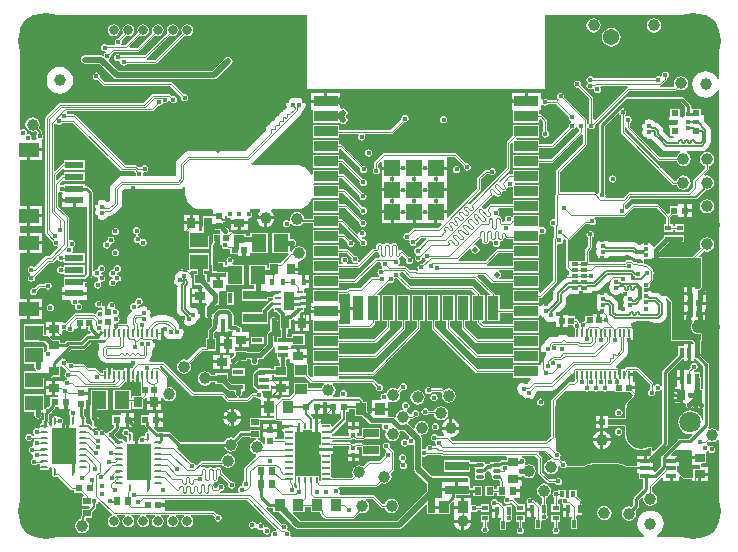
<source format=gtl>
G04*
G04 #@! TF.GenerationSoftware,Altium Limited,Altium Designer,20.0.13 (296)*
G04*
G04 Layer_Physical_Order=1*
G04 Layer_Color=255*
%FSLAX44Y44*%
%MOMM*%
G71*
G01*
G75*
%ADD10C,0.2500*%
%ADD12C,0.2000*%
%ADD13C,0.2032*%
G04:AMPARAMS|DCode=16|XSize=0.24mm|YSize=0.6mm|CornerRadius=0.06mm|HoleSize=0mm|Usage=FLASHONLY|Rotation=90.000|XOffset=0mm|YOffset=0mm|HoleType=Round|Shape=RoundedRectangle|*
%AMROUNDEDRECTD16*
21,1,0.2400,0.4800,0,0,90.0*
21,1,0.1200,0.6000,0,0,90.0*
1,1,0.1200,0.2400,0.0600*
1,1,0.1200,0.2400,-0.0600*
1,1,0.1200,-0.2400,-0.0600*
1,1,0.1200,-0.2400,0.0600*
%
%ADD16ROUNDEDRECTD16*%
G04:AMPARAMS|DCode=17|XSize=0.25mm|YSize=0.65mm|CornerRadius=0.0625mm|HoleSize=0mm|Usage=FLASHONLY|Rotation=0.000|XOffset=0mm|YOffset=0mm|HoleType=Round|Shape=RoundedRectangle|*
%AMROUNDEDRECTD17*
21,1,0.2500,0.5250,0,0,0.0*
21,1,0.1250,0.6500,0,0,0.0*
1,1,0.1250,0.0625,-0.2625*
1,1,0.1250,-0.0625,-0.2625*
1,1,0.1250,-0.0625,0.2625*
1,1,0.1250,0.0625,0.2625*
%
%ADD17ROUNDEDRECTD17*%
%ADD18R,0.6200X0.6200*%
%ADD19R,0.1500X0.6500*%
%ADD20R,2.0000X0.9000*%
%ADD21R,1.3300X1.3300*%
%ADD22R,0.9000X2.0000*%
%ADD23R,0.9000X0.7000*%
%ADD24R,0.6200X0.6200*%
%ADD25R,0.6500X0.5500*%
%ADD26R,0.5500X0.6500*%
%ADD27R,0.7000X0.9000*%
G04:AMPARAMS|DCode=30|XSize=0.3mm|YSize=0.67mm|CornerRadius=0.0495mm|HoleSize=0mm|Usage=FLASHONLY|Rotation=270.000|XOffset=0mm|YOffset=0mm|HoleType=Round|Shape=RoundedRectangle|*
%AMROUNDEDRECTD30*
21,1,0.3000,0.5710,0,0,270.0*
21,1,0.2010,0.6700,0,0,270.0*
1,1,0.0990,-0.2855,-0.1005*
1,1,0.0990,-0.2855,0.1005*
1,1,0.0990,0.2855,0.1005*
1,1,0.0990,0.2855,-0.1005*
%
%ADD30ROUNDEDRECTD30*%
%ADD31R,2.0000X0.8000*%
%ADD32R,0.9000X1.0000*%
%ADD33R,0.4500X0.5500*%
%ADD34R,0.9000X1.6000*%
%ADD35R,0.5000X0.2800*%
%ADD36R,0.5200X0.5200*%
%ADD37R,0.6000X0.6000*%
%ADD38R,0.6000X0.4000*%
%ADD39R,0.5500X0.3000*%
%ADD40R,0.5500X0.4000*%
%ADD41R,1.3000X1.5000*%
%ADD42R,1.5000X1.3000*%
%ADD43R,0.5200X0.5200*%
%ADD44R,1.5500X0.6000*%
%ADD45R,1.8000X1.2000*%
%ADD46R,0.3000X0.7100*%
%ADD47R,0.5500X0.4500*%
%ADD48R,0.6750X0.2500*%
%ADD49R,0.2500X0.5750*%
%ADD50R,1.4000X0.7500*%
%ADD51R,1.0000X0.9000*%
%ADD52R,0.4200X0.4600*%
%ADD53R,0.3500X0.8500*%
%ADD54R,0.8500X0.3500*%
%ADD110C,0.1016*%
%ADD111C,0.1270*%
G04:AMPARAMS|DCode=112|XSize=2.05mm|YSize=3.05mm|CornerRadius=0.0513mm|HoleSize=0mm|Usage=FLASHONLY|Rotation=0.000|XOffset=0mm|YOffset=0mm|HoleType=Round|Shape=RoundedRectangle|*
%AMROUNDEDRECTD112*
21,1,2.0500,2.9475,0,0,0.0*
21,1,1.9475,3.0500,0,0,0.0*
1,1,0.1025,0.9738,-1.4738*
1,1,0.1025,-0.9738,-1.4738*
1,1,0.1025,-0.9738,1.4738*
1,1,0.1025,0.9738,1.4738*
%
%ADD112ROUNDEDRECTD112*%
%ADD113C,1.0000*%
%ADD114R,0.9000X0.4000*%
%ADD115R,0.4000X0.9000*%
%ADD116C,0.3810*%
%ADD117C,0.5000*%
%ADD118C,0.5080*%
%ADD119C,0.2540*%
%ADD120C,0.3048*%
%ADD121C,0.1524*%
%ADD122C,0.4000*%
%ADD123C,0.1500*%
%ADD124O,0.4064X0.4060*%
%ADD125O,4.5000X2.5000*%
%ADD126O,2.5000X5.0000*%
%ADD127O,2.5000X4.5000*%
%ADD128C,1.8000*%
%ADD129C,0.8000*%
%ADD130R,0.8000X0.8000*%
%ADD131C,4.7500*%
%ADD132R,1.3680X1.3680*%
%ADD133C,1.3680*%
%ADD134O,1.9000X1.1000*%
%ADD135O,2.4000X1.1000*%
%ADD136C,2.7000*%
%ADD137C,0.4064*%
%ADD138C,0.5080*%
%ADD139C,0.3000*%
G36*
X584701Y445496D02*
X587634Y444281D01*
X590273Y442518D01*
X592518Y440273D01*
X594281Y437634D01*
X595496Y434701D01*
X596115Y431587D01*
X596115Y430000D01*
Y391993D01*
X594846Y391741D01*
X594485Y392611D01*
X592702Y394934D01*
X590378Y396718D01*
X587672Y397839D01*
X584767Y398221D01*
X581863Y397839D01*
X579157Y396718D01*
X576833Y394934D01*
X575050Y392611D01*
X573929Y389904D01*
X573546Y387000D01*
X573929Y384096D01*
X575050Y381390D01*
X576833Y379066D01*
X579157Y377282D01*
X581863Y376161D01*
X584767Y375779D01*
X587672Y376161D01*
X590378Y377282D01*
X592702Y379066D01*
X594485Y381390D01*
X594846Y382259D01*
X596115Y382007D01*
X596115Y93933D01*
X594846Y93548D01*
X594326Y94326D01*
X592341Y95652D01*
X590000Y96118D01*
X587659Y95652D01*
X586802Y96591D01*
X587304Y97341D01*
X587480Y98227D01*
Y149835D01*
X587304Y150721D01*
X586802Y151472D01*
X580294Y157979D01*
Y159158D01*
X580462Y160000D01*
Y169473D01*
X580532D01*
X581297Y169790D01*
X581614Y170556D01*
Y175306D01*
X581297Y176072D01*
X580532Y176389D01*
X578680D01*
X577195Y176584D01*
X575877Y177130D01*
X574745Y177999D01*
X573877Y179130D01*
X573331Y180448D01*
X573166Y181701D01*
Y182024D01*
X573331Y183277D01*
X573877Y184595D01*
X574763Y185750D01*
X574771Y185778D01*
X574796Y185794D01*
X574877Y186174D01*
X574978Y186550D01*
X575034Y186682D01*
X575731Y187530D01*
X575965Y187679D01*
X578244D01*
Y192819D01*
X579514D01*
Y194089D01*
X584654D01*
Y196492D01*
X584726D01*
Y200362D01*
X579586D01*
Y202902D01*
X584726D01*
Y204978D01*
X584876D01*
Y208998D01*
X580086D01*
Y211538D01*
X584876D01*
Y215558D01*
X581614D01*
X581614Y239815D01*
X581297Y240580D01*
X580532Y240897D01*
X579288D01*
X578802Y242071D01*
X583095Y246364D01*
X583696Y245962D01*
X586037Y245497D01*
X588378Y245962D01*
X590363Y247288D01*
X591689Y249273D01*
X592155Y251614D01*
X591689Y253955D01*
X590363Y255940D01*
X588378Y257266D01*
X586037Y257732D01*
X583696Y257266D01*
X581711Y255940D01*
X580385Y253955D01*
X579919Y251614D01*
X580385Y249273D01*
X580787Y248672D01*
X573012Y240897D01*
X545470Y240897D01*
Y245281D01*
X553431Y253242D01*
X556743D01*
Y253531D01*
X559243D01*
Y253242D01*
X566743D01*
Y259742D01*
X559243D01*
Y259454D01*
X556743D01*
Y259742D01*
X549243D01*
Y257431D01*
X541413Y249602D01*
X540280Y249805D01*
X539985Y249970D01*
X538779Y251774D01*
X536847Y253066D01*
X534567Y253519D01*
X532288Y253066D01*
X530356Y251774D01*
X529663Y250737D01*
X528285D01*
X527175Y251848D01*
X525705Y252830D01*
X523970Y253175D01*
X502926D01*
X502212Y254244D01*
X500280Y255535D01*
X498000Y255989D01*
X495721Y255535D01*
X493788Y254244D01*
X492497Y252311D01*
X492044Y250032D01*
X492497Y247753D01*
X492666Y247500D01*
X492497Y247248D01*
X492044Y244968D01*
X492497Y242689D01*
X493788Y240756D01*
X495721Y239465D01*
X498000Y239012D01*
X500280Y239465D01*
X502212Y240756D01*
X502926Y241825D01*
X521146D01*
X522257Y240715D01*
X522257Y240715D01*
X523727Y239732D01*
X525461Y239387D01*
X529663D01*
X530356Y238351D01*
X531483Y237597D01*
X531476Y237563D01*
X531637Y236753D01*
X531249Y236114D01*
X531182Y236029D01*
X530299Y235666D01*
X530228Y235655D01*
X528327D01*
X527828Y236154D01*
X526674Y236632D01*
X523983D01*
X522427Y238188D01*
X521273Y238666D01*
X518340D01*
X517186Y238188D01*
X515630Y236632D01*
X485774D01*
Y245479D01*
X488154Y247859D01*
X488632Y249013D01*
Y257444D01*
X489186Y257814D01*
X489856Y258817D01*
X490091Y260000D01*
X489856Y261183D01*
X489186Y262186D01*
X488183Y262856D01*
X487000Y263091D01*
X485817Y262856D01*
X484814Y262186D01*
X484144Y261183D01*
X483909Y260000D01*
X484144Y258817D01*
X484814Y257814D01*
X485368Y257444D01*
Y249689D01*
X482988Y247309D01*
X482510Y246155D01*
Y237500D01*
X478150D01*
Y237500D01*
X477850D01*
Y237500D01*
X470350D01*
X469500Y238418D01*
Y255037D01*
X483287Y268823D01*
X486808D01*
X486814Y268814D01*
X487817Y268144D01*
X489000Y267909D01*
X490183Y268144D01*
X491186Y268814D01*
X491856Y269817D01*
X492091Y271000D01*
X491856Y272183D01*
X491186Y273186D01*
X490505Y273641D01*
X490890Y274911D01*
X515466D01*
X516620Y275389D01*
X523661Y282430D01*
X543613D01*
X551644Y274398D01*
Y268743D01*
X549243D01*
Y262243D01*
X556743D01*
Y263860D01*
X559243D01*
Y262243D01*
X566743D01*
Y268743D01*
X559243D01*
Y267125D01*
X556743D01*
Y268743D01*
X554909D01*
Y274398D01*
X556572Y276062D01*
X561724D01*
Y274522D01*
X566094D01*
Y280162D01*
Y285802D01*
X561724D01*
Y284262D01*
X554264D01*
Y278370D01*
X553277Y277383D01*
X545443Y285217D01*
X544289Y285695D01*
X522985D01*
X521831Y285217D01*
X518192Y281577D01*
X516892Y281741D01*
X516215Y282659D01*
Y284900D01*
X521641Y290325D01*
X548338D01*
X548362Y290309D01*
X549000Y290182D01*
X576857D01*
X577495Y290309D01*
X578036Y290671D01*
X584983Y297618D01*
X585156Y297876D01*
X586000Y297708D01*
X588341Y298174D01*
X590326Y299500D01*
X591652Y301485D01*
X592118Y303826D01*
X591652Y306167D01*
X590326Y308152D01*
X588341Y309478D01*
X586000Y309944D01*
X584178Y309581D01*
X583553Y310752D01*
X587154Y314353D01*
X587632Y315507D01*
Y318033D01*
X588341Y318174D01*
X590326Y319500D01*
X591652Y321485D01*
X592118Y323826D01*
X591652Y326167D01*
X590326Y328152D01*
X588341Y329478D01*
X586000Y329944D01*
X583659Y329478D01*
X581674Y328152D01*
X580348Y326167D01*
X579883Y323826D01*
X580348Y321485D01*
X581674Y319500D01*
X583659Y318174D01*
X584368Y318033D01*
Y316183D01*
X574688Y306504D01*
X574210Y305350D01*
Y300204D01*
X569774Y295768D01*
X520112D01*
X518958Y295290D01*
X514761Y291092D01*
X500783D01*
X499964Y292362D01*
X500091Y293000D01*
X499856Y294183D01*
X499314Y294994D01*
Y352041D01*
X510187Y362914D01*
X511565Y362495D01*
X511611Y362261D01*
X512281Y361258D01*
X512835Y360888D01*
Y346526D01*
X513313Y345372D01*
X556013Y302672D01*
X557168Y302194D01*
X560207D01*
X560348Y301485D01*
X561674Y299500D01*
X563659Y298174D01*
X566000Y297708D01*
X568341Y298174D01*
X570326Y299500D01*
X571652Y301485D01*
X572118Y303826D01*
X571652Y306167D01*
X570326Y308152D01*
X568341Y309478D01*
X566000Y309944D01*
X563659Y309478D01*
X561674Y308152D01*
X560348Y306167D01*
X560207Y305458D01*
X557844D01*
X516100Y347202D01*
Y350538D01*
X517368Y350543D01*
X517846Y349389D01*
X544563Y322672D01*
X545717Y322194D01*
X560207D01*
X560348Y321485D01*
X561674Y319500D01*
X563659Y318174D01*
X566000Y317708D01*
X568341Y318174D01*
X570326Y319500D01*
X571652Y321485D01*
X572118Y323826D01*
X571652Y326167D01*
X570326Y328152D01*
X568526Y329354D01*
X568567Y330132D01*
X568738Y330624D01*
X581539D01*
X583273Y330969D01*
X584743Y331951D01*
X587714Y334922D01*
X587714Y334922D01*
X588697Y336393D01*
X589042Y338127D01*
Y348490D01*
X589042Y348490D01*
X588697Y350225D01*
X587714Y351695D01*
X587714Y351695D01*
X583810Y355599D01*
Y360810D01*
X581000D01*
Y366500D01*
X573000D01*
X572314Y367486D01*
Y369000D01*
X572138Y369886D01*
X571637Y370637D01*
X566447Y375827D01*
X565696Y376328D01*
X564810Y376505D01*
X518190D01*
X517304Y376328D01*
X516553Y375827D01*
X495363Y354636D01*
X494861Y353886D01*
X494685Y353000D01*
Y294994D01*
X494453Y294646D01*
X492976Y294326D01*
X492243Y295060D01*
X491088Y295538D01*
X461299D01*
Y312658D01*
X483694Y335053D01*
X484172Y336207D01*
Y349985D01*
X485442Y350371D01*
X485814Y349814D01*
X486817Y349144D01*
X488000Y348908D01*
X489183Y349144D01*
X490186Y349814D01*
X490856Y350817D01*
X491091Y352000D01*
X490962Y352653D01*
X519676Y381368D01*
X559000D01*
X560154Y381846D01*
X561058Y382750D01*
X561659Y382348D01*
X564000Y381883D01*
X566341Y382348D01*
X568326Y383674D01*
X569652Y385659D01*
X570117Y388000D01*
X569652Y390341D01*
X568326Y392326D01*
X566341Y393652D01*
X564000Y394118D01*
X561659Y393652D01*
X559674Y392326D01*
X558348Y390341D01*
X557882Y388000D01*
X558300Y385902D01*
X557839Y385038D01*
X557507Y384632D01*
X546781D01*
X546529Y385902D01*
X547351Y386243D01*
X551197Y390089D01*
X551675Y391243D01*
Y392127D01*
X551761Y392144D01*
X552764Y392814D01*
X553434Y393817D01*
X553669Y395000D01*
X553434Y396183D01*
X552764Y397186D01*
X551761Y397856D01*
X550578Y398091D01*
X549395Y397856D01*
X548392Y397186D01*
X547722Y396183D01*
X547486Y395000D01*
X547648Y394189D01*
X546549Y393461D01*
X545861Y393920D01*
X544678Y394155D01*
X543495Y393920D01*
X542492Y393250D01*
X542122Y392696D01*
X489556D01*
X489186Y393250D01*
X488183Y393920D01*
X487000Y394155D01*
X485817Y393920D01*
X484814Y393250D01*
X484144Y392247D01*
X483909Y391064D01*
X484144Y389881D01*
X484814Y388878D01*
Y388186D01*
X484144Y387183D01*
X483909Y386000D01*
X484144Y384817D01*
X484814Y383814D01*
X485817Y383144D01*
X487000Y382909D01*
X488183Y383144D01*
X488713Y383498D01*
X489324Y383243D01*
X489942Y382833D01*
X490144Y381817D01*
X490814Y380814D01*
X491817Y380144D01*
X493000Y379909D01*
X494183Y380144D01*
X495186Y380814D01*
X495856Y381817D01*
X496091Y383000D01*
X495856Y384183D01*
X495648Y384495D01*
X496327Y385765D01*
X518416D01*
X518668Y384495D01*
X517846Y384154D01*
X490806Y357114D01*
X489632Y357600D01*
Y375497D01*
X489154Y376651D01*
X479112Y386693D01*
X479242Y387346D01*
X479007Y388529D01*
X478337Y389532D01*
X477334Y390202D01*
X476151Y390438D01*
X474968Y390202D01*
X473965Y389532D01*
X473295Y388529D01*
X473059Y387346D01*
X473295Y386163D01*
X473965Y385160D01*
X474968Y384490D01*
X476151Y384255D01*
X476804Y384385D01*
X486368Y374821D01*
Y354556D01*
X485814Y354186D01*
X485442Y353629D01*
X484172Y354014D01*
Y356460D01*
X483694Y357615D01*
X464962Y376347D01*
X465092Y377000D01*
X464856Y378183D01*
X464186Y379186D01*
X463183Y379856D01*
X462000Y380091D01*
X460817Y379856D01*
X459814Y379186D01*
X459144Y378183D01*
X458909Y377000D01*
X459144Y375817D01*
X459814Y374814D01*
X460382Y374435D01*
X459780Y373309D01*
X459000Y373633D01*
X451556D01*
X451186Y374186D01*
X450183Y374856D01*
X449000Y375092D01*
X447817Y374856D01*
X446814Y374186D01*
X446810Y374180D01*
X445540Y374566D01*
Y379640D01*
X434270D01*
Y372600D01*
X433000D01*
Y371330D01*
X420460D01*
Y365560D01*
X420796D01*
X422000Y365400D01*
X422000Y364290D01*
Y354400D01*
X444000D01*
Y356896D01*
X445270Y357422D01*
X447368Y355324D01*
Y347556D01*
X446814Y347186D01*
X446144Y346183D01*
X445909Y345000D01*
X446144Y343817D01*
X446814Y342814D01*
X447817Y342144D01*
X449000Y341909D01*
X450183Y342144D01*
X451186Y342814D01*
X451856Y343817D01*
X452091Y345000D01*
X451856Y346183D01*
X451186Y347186D01*
X450632Y347556D01*
Y356000D01*
X450154Y357155D01*
X446254Y361054D01*
X445100Y361533D01*
X444898D01*
X444000Y362430D01*
X444000Y365400D01*
X445204Y365560D01*
X445540D01*
Y369435D01*
X446810Y369820D01*
X446814Y369814D01*
X447817Y369144D01*
X449000Y368909D01*
X450183Y369144D01*
X451186Y369814D01*
X451556Y370368D01*
X458324D01*
X469039Y359653D01*
X468909Y359000D01*
X469144Y357817D01*
X469814Y356814D01*
X470809Y356149D01*
X470817Y356108D01*
Y354892D01*
X470809Y354851D01*
X469814Y354186D01*
X469144Y353183D01*
X468909Y352000D01*
X469062Y351228D01*
X453966Y336133D01*
X444000D01*
Y340000D01*
X425227D01*
X424592Y341270D01*
X424914Y341700D01*
X444000D01*
Y352700D01*
X422000D01*
Y344009D01*
X416693Y338702D01*
X416215Y337548D01*
Y316736D01*
X387128Y287649D01*
X385752Y286272D01*
X385610Y285929D01*
X385494Y285756D01*
X384233Y285435D01*
X384085Y285445D01*
X383996Y286942D01*
X394404Y297350D01*
X394882Y298505D01*
Y306760D01*
X399490Y311368D01*
X401444D01*
X401814Y310814D01*
X402817Y310144D01*
X404000Y309909D01*
X405183Y310144D01*
X406186Y310814D01*
X406856Y311817D01*
X407091Y313000D01*
X406856Y314183D01*
X406186Y315186D01*
X405183Y315856D01*
X404000Y316091D01*
X402817Y315856D01*
X401814Y315186D01*
X401444Y314632D01*
X398814D01*
X397660Y314154D01*
X392096Y308590D01*
X391618Y307436D01*
Y299181D01*
X366713Y274276D01*
X365540Y274762D01*
Y277980D01*
X357620D01*
Y270060D01*
X360838D01*
X361324Y268887D01*
X357998Y265561D01*
X337929D01*
X336774Y265083D01*
X332653Y260961D01*
X332000Y261091D01*
X330817Y260856D01*
X329814Y260186D01*
X329144Y259183D01*
X328909Y258000D01*
X329144Y256817D01*
X329814Y255814D01*
X330817Y255144D01*
X332000Y254909D01*
X333183Y255144D01*
X333282Y255210D01*
X334112Y254513D01*
X334249Y254328D01*
X334025Y253205D01*
X334260Y252022D01*
X334931Y251019D01*
X335933Y250349D01*
X337117Y250114D01*
X338300Y250349D01*
X339302Y251019D01*
X339973Y252022D01*
X340208Y253205D01*
X340078Y253858D01*
X343587Y257368D01*
X348456D01*
X348771Y256387D01*
X348789Y256098D01*
X341653Y248962D01*
X340999Y249091D01*
X339816Y248856D01*
X338814Y248186D01*
X338143Y247183D01*
X337908Y246000D01*
X338143Y244817D01*
X338814Y243814D01*
X339260Y243515D01*
X339469Y242204D01*
X339398Y242012D01*
X338810Y241132D01*
X338575Y239949D01*
X338810Y238766D01*
X339480Y237763D01*
X340483Y237093D01*
X341666Y236857D01*
X342849Y237093D01*
X343852Y237763D01*
X344522Y238766D01*
X344702Y239671D01*
X345245Y240244D01*
X346545Y240309D01*
X346814Y239905D01*
X347355Y239544D01*
X347674Y238067D01*
X344668Y235061D01*
X343916Y235211D01*
X342733Y234975D01*
X341730Y234305D01*
X341060Y233302D01*
X340825Y232119D01*
X341060Y230936D01*
X341360Y230486D01*
X341223Y230225D01*
X340482Y229262D01*
X339328Y229740D01*
X334105D01*
X331135Y232710D01*
X329981Y233188D01*
X325038D01*
X324653Y234458D01*
X325186Y234814D01*
X325856Y235817D01*
X326091Y237000D01*
X325856Y238183D01*
X325387Y238883D01*
X325419Y239367D01*
X325569Y240033D01*
X325717Y240358D01*
X326324Y240765D01*
X326753Y241405D01*
X327268Y241651D01*
X328213Y241740D01*
X331302Y238651D01*
X331173Y237998D01*
X331408Y236815D01*
X332078Y235812D01*
X333081Y235142D01*
X334264Y234907D01*
X335447Y235142D01*
X336450Y235812D01*
X337120Y236815D01*
X337355Y237998D01*
X337120Y239181D01*
X336450Y240184D01*
X335447Y240854D01*
X334264Y241089D01*
X333611Y240959D01*
X328510Y246060D01*
X328167Y246202D01*
X327606Y246577D01*
X326602Y246777D01*
X325597Y246577D01*
X325389Y246438D01*
X324119Y247117D01*
Y250139D01*
X323977Y250482D01*
X323845Y251144D01*
X323276Y251996D01*
X322425Y252565D01*
X321763Y252696D01*
X321420Y252838D01*
X320506D01*
X320163Y252696D01*
X319501Y252565D01*
X318649Y251996D01*
X317180D01*
X316329Y252565D01*
X315667Y252696D01*
X315324Y252838D01*
X314410D01*
X314067Y252696D01*
X313405Y252565D01*
X312553Y251996D01*
X311084D01*
X310233Y252565D01*
X309571Y252696D01*
X309228Y252838D01*
X308314D01*
X307971Y252696D01*
X307309Y252565D01*
X306457Y251996D01*
X305888Y251144D01*
X305757Y250482D01*
X305615Y250139D01*
Y248012D01*
X303784D01*
X302630Y247534D01*
X291317Y236221D01*
X290330Y237031D01*
X290856Y237817D01*
X291091Y239000D01*
X290856Y240183D01*
X290186Y241186D01*
X289183Y241856D01*
X288000Y242091D01*
X287346Y241961D01*
X282554Y246754D01*
X281399Y247232D01*
X274000D01*
Y251100D01*
X252000D01*
Y240100D01*
X274000D01*
Y243968D01*
X280723D01*
X285038Y239653D01*
X284908Y239000D01*
X285144Y237817D01*
X285814Y236814D01*
X286817Y236144D01*
X288000Y235909D01*
X289183Y236144D01*
X289969Y236669D01*
X290779Y235683D01*
X289628Y234532D01*
X281392D01*
X281007Y235802D01*
X281510Y236138D01*
X282181Y237141D01*
X282416Y238324D01*
X282181Y239507D01*
X281510Y240510D01*
X280507Y241180D01*
X279324Y241416D01*
X278141Y241180D01*
X277138Y240510D01*
X276468Y239507D01*
X276233Y238324D01*
X276468Y237141D01*
X277138Y236138D01*
X277642Y235802D01*
X277256Y234532D01*
X274000D01*
Y238400D01*
X252000D01*
Y227400D01*
X274000D01*
Y231268D01*
X290304D01*
X291458Y231746D01*
X304460Y244748D01*
X306180D01*
X306523Y244890D01*
X307185Y245021D01*
X307393Y245160D01*
X308663Y244482D01*
Y242621D01*
X308805Y242278D01*
X308936Y241616D01*
X309053Y241442D01*
X308374Y240172D01*
X305733D01*
X304579Y239694D01*
X286717Y221833D01*
X274000D01*
Y225700D01*
X252000D01*
Y214700D01*
X274000D01*
Y218568D01*
X287393D01*
X288548Y219046D01*
X306409Y236908D01*
X309216D01*
X310035Y235638D01*
X309908Y235000D01*
X310143Y233817D01*
X310814Y232814D01*
X310822Y232809D01*
X311026Y231521D01*
X310917Y231218D01*
X310406Y231011D01*
X310000Y231091D01*
X308817Y230856D01*
X307814Y230186D01*
X307144Y229183D01*
X306909Y228000D01*
X307144Y226817D01*
X307814Y225814D01*
X308389Y225430D01*
X308590Y224842D01*
X307900Y223632D01*
X302010D01*
X300856Y223154D01*
X292381Y214679D01*
X282897D01*
X281743Y214201D01*
X280666Y213124D01*
X266992D01*
X266692Y213000D01*
X252000D01*
X252000Y202000D01*
X250796Y201840D01*
X250460D01*
Y196070D01*
X275540D01*
Y201840D01*
X275204D01*
X274000Y202000D01*
X274000Y203110D01*
Y209860D01*
X281342D01*
X282496Y210338D01*
X282782Y210623D01*
X283810Y209856D01*
Y198770D01*
X290850D01*
Y196230D01*
X283810D01*
Y185002D01*
X283810Y184960D01*
X283707Y183732D01*
X274898D01*
X274000Y184631D01*
X274000Y187600D01*
X275204Y187760D01*
X275540D01*
Y193530D01*
X250460D01*
Y187760D01*
X250796D01*
X252000Y187600D01*
X252000Y186490D01*
Y176600D01*
X274000D01*
Y180468D01*
X300055D01*
X301209Y180946D01*
X304704Y184441D01*
X305182Y185595D01*
Y186500D01*
X309050D01*
Y208500D01*
X307286D01*
X306800Y209673D01*
X316490Y219363D01*
X316817Y219144D01*
X318000Y218909D01*
X319183Y219144D01*
X320186Y219814D01*
X320856Y220817D01*
X321091Y222000D01*
X321068Y222117D01*
X321306Y222443D01*
X322173Y223073D01*
X323000Y222909D01*
X323653Y223039D01*
X332962Y213730D01*
X334116Y213252D01*
X386295D01*
X389777Y209770D01*
X389251Y208500D01*
X386950D01*
Y186500D01*
X390818D01*
Y185976D01*
X391296Y184822D01*
X395172Y180946D01*
X396326Y180468D01*
X422000D01*
Y176600D01*
X444000D01*
Y187600D01*
X422000D01*
Y183732D01*
X397002D01*
X395408Y185327D01*
X395894Y186500D01*
X397950D01*
Y208500D01*
X394082D01*
Y209405D01*
X393604Y210559D01*
X388125Y216038D01*
X386971Y216516D01*
X334792D01*
X325961Y225347D01*
X326091Y226000D01*
X325965Y226638D01*
X326783Y227908D01*
X328470D01*
X333250Y223128D01*
X334404Y222650D01*
X388960D01*
X401840Y209770D01*
X401314Y208500D01*
X399650D01*
Y186500D01*
X410650D01*
Y193168D01*
X422000D01*
Y189300D01*
X444000D01*
Y191052D01*
X445270Y191438D01*
X445534Y191042D01*
X447467Y189751D01*
X447976Y189650D01*
X448078Y189140D01*
X449369Y187208D01*
X451301Y185916D01*
X453581Y185463D01*
X455860Y185916D01*
X456590Y186404D01*
X457860Y185725D01*
Y181860D01*
X461730D01*
Y187000D01*
Y192140D01*
X460289D01*
X459763Y193410D01*
X465577Y199224D01*
X465577Y199225D01*
X466559Y200695D01*
X466904Y202429D01*
Y207407D01*
X469187Y209690D01*
X488460D01*
Y211825D01*
X491241D01*
X492975Y212170D01*
X494445Y213152D01*
X501861Y220568D01*
X502880Y220078D01*
X503051Y219962D01*
X503497Y217721D01*
X503666Y217468D01*
X503497Y217215D01*
X503043Y214936D01*
X503497Y212656D01*
X504788Y210724D01*
X506720Y209433D01*
X509000Y208979D01*
X511279Y209433D01*
X513212Y210724D01*
X513839Y210185D01*
X513907Y210083D01*
X515671Y208904D01*
X515959Y208209D01*
X515406Y207382D01*
X514953Y205102D01*
X515406Y202823D01*
X515580Y202562D01*
X515406Y202302D01*
X514953Y200022D01*
X515406Y197743D01*
X515853Y197074D01*
X515255Y195954D01*
X510868D01*
Y200190D01*
X510868Y200191D01*
X510523Y201925D01*
X509541Y203395D01*
X506089Y206848D01*
X504618Y207830D01*
X502932Y208165D01*
X502212Y209244D01*
X500280Y210535D01*
X498000Y210988D01*
X495721Y210535D01*
X493788Y209244D01*
X492497Y207311D01*
X492044Y205032D01*
X492497Y202752D01*
X492666Y202500D01*
X492497Y202248D01*
X492044Y199968D01*
X492497Y197689D01*
X493788Y195756D01*
X495721Y194465D01*
X497512Y194109D01*
X498304Y193065D01*
X498391Y192794D01*
X498336Y192640D01*
X495770D01*
Y187500D01*
X493230D01*
Y192640D01*
X489360D01*
Y191100D01*
X482900D01*
Y187113D01*
X481845Y186059D01*
X481255Y186176D01*
X480072Y185941D01*
X479069Y185271D01*
X478646Y185221D01*
X477376Y186256D01*
X476898Y187411D01*
X476154Y188154D01*
X475000Y188633D01*
X474600D01*
Y190600D01*
X468140D01*
Y192140D01*
X464270D01*
Y187000D01*
Y181860D01*
X468140D01*
Y183400D01*
X472112D01*
X472917Y182418D01*
X472909Y182375D01*
X473144Y181192D01*
X473814Y180189D01*
X474250Y179898D01*
Y173552D01*
X468418D01*
X468242Y173815D01*
X466549Y174946D01*
X465092Y175236D01*
X464552Y175343D01*
X463866D01*
D01*
X463326Y175236D01*
X461869Y174946D01*
X460176Y173815D01*
X460001Y173552D01*
X454651D01*
X452966Y173217D01*
X451538Y172263D01*
X449678Y170403D01*
X448724Y168974D01*
X448622Y168461D01*
X447008Y167383D01*
X445717Y165450D01*
X445264Y163171D01*
X445717Y160891D01*
X447008Y158959D01*
X448764Y157786D01*
X449211Y156437D01*
X448335Y155562D01*
X447381Y154133D01*
X447244Y153445D01*
X446734Y153104D01*
X445443Y151172D01*
X445162Y149761D01*
X444000Y149500D01*
X443914Y149500D01*
X422000D01*
Y145632D01*
X391676D01*
X355982Y181326D01*
Y186500D01*
X359850D01*
Y208500D01*
X348850D01*
Y186500D01*
X352718D01*
Y180650D01*
X353196Y179496D01*
X389845Y142846D01*
X390999Y142368D01*
X422000D01*
Y138500D01*
X436141D01*
X436539Y137411D01*
X436547Y137230D01*
X433815Y134498D01*
X433300Y134842D01*
X431020Y135295D01*
X428741Y134842D01*
X426808Y133551D01*
X425517Y131618D01*
X425064Y129339D01*
X425517Y127060D01*
X426808Y125127D01*
X428741Y123836D01*
X429489Y123687D01*
X430695Y121881D01*
X432628Y120590D01*
X434907Y120137D01*
X437187Y120590D01*
X439119Y121881D01*
X440410Y123814D01*
X440851Y126028D01*
X442420Y127598D01*
X455054D01*
X456738Y127933D01*
X458167Y128887D01*
X471431Y142151D01*
X471431Y142151D01*
X471431Y142152D01*
X473077Y143797D01*
X474250Y143311D01*
Y137000D01*
X474250Y137000D01*
X474250D01*
X474250Y137000D01*
X473786Y135922D01*
X472625Y134761D01*
X469019D01*
X467865Y134283D01*
X454346Y120764D01*
X453868Y119610D01*
Y89460D01*
X449308Y84900D01*
X370826D01*
X368449Y87278D01*
X368741Y87870D01*
X369113Y88410D01*
X370968Y88654D01*
X372803Y89414D01*
X374378Y90623D01*
X375586Y92198D01*
X376346Y94032D01*
X376438Y94730D01*
X369000D01*
X361562D01*
X361654Y94032D01*
X362414Y92198D01*
X363408Y90902D01*
X362991Y89632D01*
X357556D01*
X357186Y90186D01*
X356183Y90856D01*
X355000Y91091D01*
X353817Y90856D01*
X352814Y90186D01*
X352144Y89183D01*
X351909Y88000D01*
X352144Y86817D01*
X352814Y85814D01*
X353817Y85144D01*
X355000Y84909D01*
X355117Y84932D01*
X355443Y84694D01*
X356073Y83827D01*
X355909Y83000D01*
X356127Y81902D01*
X356123Y81784D01*
X355408Y80632D01*
X353556D01*
X353186Y81186D01*
X352183Y81856D01*
X351000Y82092D01*
X349817Y81856D01*
X348814Y81186D01*
X348144Y80183D01*
X347909Y79000D01*
X346803Y78049D01*
X346589Y78092D01*
X345896Y77954D01*
X344626Y78746D01*
Y86677D01*
X344354Y88043D01*
X343718Y88994D01*
X344210Y90191D01*
X344424Y90148D01*
X346765Y90614D01*
X348750Y91940D01*
X350076Y93925D01*
X350541Y96266D01*
X350076Y98607D01*
X348750Y100592D01*
X346765Y101918D01*
X344424Y102383D01*
X342083Y101918D01*
X340098Y100592D01*
X338772Y98607D01*
X338307Y96266D01*
X338325Y96175D01*
X337205Y95576D01*
X333258Y99523D01*
X333050Y99662D01*
X333026Y101171D01*
X333041Y101196D01*
X334352Y103158D01*
X334493Y103867D01*
X336514D01*
X337668Y104345D01*
X338580Y105257D01*
X339233Y105127D01*
X340416Y105363D01*
X341419Y106033D01*
X342089Y107036D01*
X342325Y108219D01*
X342089Y109402D01*
X341419Y110405D01*
X340416Y111075D01*
X339233Y111310D01*
X338050Y111075D01*
X337047Y110405D01*
X336377Y109402D01*
X336176Y108393D01*
X335033Y107781D01*
X334236Y108014D01*
X333026Y109825D01*
X331647Y110747D01*
X331915Y112095D01*
X332161Y112144D01*
X333164Y112814D01*
X333834Y113817D01*
X334069Y115000D01*
X333834Y116183D01*
X333164Y117186D01*
X332161Y117856D01*
X330978Y118091D01*
X329795Y117856D01*
X328792Y117186D01*
X328122Y116183D01*
X327887Y115000D01*
X328122Y113817D01*
X328782Y112830D01*
X328767Y112603D01*
X328390Y111555D01*
X326359Y111151D01*
X324375Y109825D01*
X323048Y107841D01*
X322609Y105634D01*
X322579Y105598D01*
X322104Y105288D01*
X321392Y104974D01*
X320817Y105358D01*
X319647Y105591D01*
X319647Y105591D01*
X316040D01*
Y110730D01*
X309000D01*
X301960D01*
Y108525D01*
X300787Y108039D01*
X298500Y110326D01*
Y118000D01*
X295696D01*
X294838Y118829D01*
X294683Y119609D01*
X294241Y120271D01*
X292969Y121542D01*
X292308Y121984D01*
X291528Y122140D01*
X281263D01*
X280584Y123410D01*
X280856Y123817D01*
X281091Y125000D01*
X280856Y126183D01*
X280186Y127186D01*
X279183Y127856D01*
X278000Y128091D01*
X276817Y127856D01*
X275814Y127186D01*
X275144Y126183D01*
X274909Y125000D01*
X275144Y123817D01*
X275416Y123410D01*
X274737Y122140D01*
X272050D01*
X272050Y122140D01*
X271546Y122039D01*
X269584D01*
X269199Y123309D01*
X269644Y123607D01*
X270970Y125591D01*
X271436Y127933D01*
X270970Y130274D01*
X269644Y132258D01*
X268932Y132734D01*
X269318Y134004D01*
X302413D01*
X305618Y130799D01*
X305488Y130146D01*
X305724Y128963D01*
X306394Y127960D01*
X307397Y127290D01*
X308580Y127054D01*
X309763Y127290D01*
X310766Y127960D01*
X311436Y128963D01*
X311671Y130146D01*
X311436Y131329D01*
X310766Y132332D01*
X309763Y133002D01*
X308580Y133237D01*
X307927Y133107D01*
X304244Y136790D01*
X303090Y137268D01*
X274092D01*
X274000Y138500D01*
X274000Y138538D01*
Y140115D01*
X302748D01*
X303902Y140594D01*
X342804Y179496D01*
X343282Y180650D01*
Y186500D01*
X347150D01*
Y208500D01*
X336150D01*
Y186500D01*
X340018D01*
Y181326D01*
X302072Y143380D01*
X274000D01*
Y149500D01*
X252000D01*
Y139604D01*
X250730Y139078D01*
X248000Y141808D01*
X248000Y150500D01*
X247040Y151248D01*
X247040Y151770D01*
Y155730D01*
X240000D01*
Y157000D01*
X238730D01*
Y163040D01*
X234040D01*
Y165420D01*
X234500Y166500D01*
X245500D01*
Y175500D01*
X234500D01*
Y173323D01*
X232500D01*
Y173500D01*
X230573D01*
Y175394D01*
X230856Y175817D01*
X231091Y177000D01*
X230856Y178183D01*
X230825Y178230D01*
X231347Y179500D01*
X233500D01*
Y187402D01*
X234124D01*
X235109Y187598D01*
X235690Y187987D01*
X236960Y187565D01*
Y186270D01*
X241730D01*
Y192040D01*
X241487D01*
X241001Y193213D01*
X241888Y194100D01*
X245000D01*
Y197560D01*
X246540D01*
Y200230D01*
X241500D01*
Y202770D01*
X246540D01*
Y205230D01*
X241500D01*
Y207770D01*
X246540D01*
Y210440D01*
X245000D01*
Y213900D01*
X245935Y214710D01*
X249290D01*
Y218730D01*
X244500D01*
Y220000D01*
X243230D01*
Y225290D01*
X239710D01*
X239513Y226479D01*
Y229186D01*
X233473D01*
Y231726D01*
X239513D01*
Y236827D01*
X240615Y237902D01*
X240627Y237900D01*
X242968Y238366D01*
X244953Y239692D01*
X246279Y241676D01*
X246744Y244018D01*
X246279Y246359D01*
X244953Y248343D01*
X242968Y249669D01*
X240627Y250135D01*
X238286Y249669D01*
X236301Y248343D01*
X234975Y246359D01*
X234839Y245677D01*
X234231Y245461D01*
X233000Y246361D01*
Y250038D01*
X234349D01*
X235000Y249909D01*
X236183Y250144D01*
X237186Y250814D01*
X237856Y251817D01*
X238091Y253000D01*
X237856Y254183D01*
X237186Y255186D01*
X236183Y255856D01*
X235000Y256091D01*
X234349Y255962D01*
X233000D01*
Y261500D01*
X218000D01*
Y244500D01*
X231494D01*
X232020Y243230D01*
X224870Y236080D01*
X222465D01*
X222165Y235956D01*
X214973D01*
Y231458D01*
X213000D01*
Y234500D01*
X198000D01*
Y217500D01*
X202538D01*
Y214000D01*
X192000D01*
Y204000D01*
X214000D01*
Y206428D01*
X216483D01*
X217525Y206635D01*
X218656Y205936D01*
X218736Y204897D01*
X217811Y204074D01*
X217746Y204061D01*
X216826Y203878D01*
X215991Y203320D01*
X209520Y196849D01*
X208963Y196015D01*
X208767Y195030D01*
Y194000D01*
X192000D01*
Y184000D01*
X214000D01*
Y194000D01*
X214000Y194000D01*
X214000D01*
X214822Y194872D01*
X217730Y197780D01*
X219000Y197254D01*
Y194100D01*
X222113D01*
X224459Y191753D01*
X224500Y190500D01*
X224500D01*
Y179500D01*
X224653D01*
X225175Y178230D01*
X225144Y178183D01*
X224909Y177000D01*
X225144Y175817D01*
X225427Y175394D01*
Y173500D01*
X221500D01*
Y168545D01*
X220230Y168540D01*
X219960Y168540D01*
X218962Y169197D01*
Y173323D01*
X221328Y175689D01*
X221970Y176650D01*
X222196Y177783D01*
Y186478D01*
X222325Y187129D01*
X222090Y188312D01*
X221420Y189315D01*
X220417Y189985D01*
X219234Y190220D01*
X218051Y189985D01*
X217048Y189315D01*
X216378Y188312D01*
X216142Y187129D01*
X216272Y186478D01*
Y179010D01*
X213906Y176644D01*
X213264Y175683D01*
X213038Y174550D01*
Y167227D01*
X206311Y160500D01*
X199500D01*
Y160462D01*
X196500D01*
Y161500D01*
X186040D01*
Y164960D01*
X189730D01*
Y171000D01*
X191000D01*
Y172270D01*
X198040D01*
Y177040D01*
X192666D01*
X191930Y178310D01*
X192092Y179123D01*
X191856Y180306D01*
X191186Y181309D01*
X190183Y181980D01*
X189341Y182147D01*
X188644Y182844D01*
X187810Y183401D01*
X186825Y183597D01*
X185500D01*
Y189500D01*
X185074D01*
Y191581D01*
X184878Y192565D01*
X184320Y193400D01*
X181830Y195890D01*
X180995Y196448D01*
X180011Y196644D01*
X173063D01*
X172078Y196448D01*
X171244Y195890D01*
X168281Y192927D01*
X167764Y192999D01*
X167010Y193374D01*
Y196822D01*
X170689Y200500D01*
X172500D01*
Y211500D01*
X173579Y211960D01*
X177923Y211960D01*
X178191Y211960D01*
X178518Y211919D01*
X179177Y211637D01*
X179459Y210978D01*
X179500Y210651D01*
X179500Y210383D01*
Y200500D01*
X185500D01*
Y211500D01*
X180617Y211500D01*
X180349Y211500D01*
X180022Y211541D01*
X179363Y211822D01*
X179081Y212482D01*
X179040Y212809D01*
X179040Y213077D01*
Y217500D01*
X194000D01*
Y234500D01*
X184505D01*
X184120Y235770D01*
X184186Y235814D01*
X184856Y236817D01*
X185091Y238000D01*
X184856Y239183D01*
X184186Y240186D01*
X183183Y240856D01*
X182000Y241091D01*
X180817Y240856D01*
X179814Y240186D01*
X179144Y239183D01*
X178909Y238000D01*
X179144Y236817D01*
X179814Y235814D01*
X179880Y235770D01*
X179495Y234500D01*
X179000D01*
Y233751D01*
X177500D01*
Y236500D01*
X172152D01*
X172141Y236555D01*
X171962Y236824D01*
Y248664D01*
X172186Y248814D01*
X172856Y249817D01*
X173007Y250574D01*
X173094Y250662D01*
X173253Y250899D01*
X173699Y250929D01*
X174909Y250860D01*
X175144Y249677D01*
X175814Y248674D01*
X176817Y248004D01*
X178000Y247769D01*
X179183Y248004D01*
X179297Y248080D01*
X179595Y247782D01*
X180749Y247304D01*
X182414D01*
Y243244D01*
X188874D01*
Y241704D01*
X192744D01*
Y246844D01*
X195284D01*
Y241704D01*
X199154D01*
Y244500D01*
X214000D01*
Y261500D01*
X199000D01*
Y258962D01*
X195500D01*
Y260500D01*
X184500D01*
X184140Y261621D01*
Y262140D01*
X181797D01*
X181092Y263000D01*
X180856Y264183D01*
X180186Y265186D01*
X179634Y265555D01*
X176500Y268689D01*
Y270360D01*
X178040D01*
Y275353D01*
X179310Y275569D01*
X179814Y274814D01*
X180817Y274144D01*
X182000Y273909D01*
X182960Y273121D01*
Y271270D01*
X197040D01*
Y273121D01*
X198000Y273909D01*
X199183Y274144D01*
X200186Y274814D01*
X200856Y275817D01*
X201092Y277000D01*
X200856Y278183D01*
X200186Y279186D01*
X199183Y279856D01*
X199363Y281115D01*
X207176D01*
X207608Y279845D01*
X206944Y279336D01*
X205735Y277761D01*
X204975Y275927D01*
X204883Y275228D01*
X212321D01*
X219759D01*
X219667Y275927D01*
X218908Y277761D01*
X217699Y279336D01*
X217035Y279845D01*
X217466Y281115D01*
X238985D01*
X239360Y281190D01*
X239743D01*
X241675Y281574D01*
X242028Y281721D01*
X242404Y281795D01*
X244223Y282549D01*
X244541Y282762D01*
X244895Y282908D01*
X246533Y284002D01*
X246803Y284273D01*
X247121Y284486D01*
X248514Y285879D01*
X248727Y286197D01*
X248997Y286467D01*
X250092Y288105D01*
X250238Y288459D01*
X250451Y288777D01*
X251030Y290175D01*
X251800Y290751D01*
X252378Y290900D01*
X274000Y290900D01*
Y294768D01*
X277924D01*
X292105Y280586D01*
X291975Y279933D01*
X292211Y278750D01*
X292881Y277747D01*
X293884Y277077D01*
X295067Y276842D01*
X296250Y277077D01*
X297253Y277747D01*
X297923Y278750D01*
X298158Y279933D01*
X297923Y281116D01*
X297253Y282119D01*
X296250Y282789D01*
X295067Y283025D01*
X294414Y282895D01*
X279754Y297554D01*
X278600Y298032D01*
X274000D01*
Y301900D01*
X253068D01*
X252553Y302750D01*
X253068Y303600D01*
X274000D01*
Y307468D01*
X277224D01*
X291640Y293052D01*
X291510Y292399D01*
X291745Y291216D01*
X292415Y290213D01*
X293418Y289543D01*
X294601Y289307D01*
X295784Y289543D01*
X296787Y290213D01*
X297457Y291216D01*
X297693Y292399D01*
X297457Y293582D01*
X296787Y294585D01*
X295784Y295255D01*
X294601Y295490D01*
X293948Y295360D01*
X279054Y310254D01*
X277900Y310732D01*
X274000D01*
Y314600D01*
X252000D01*
Y310802D01*
X250730Y310549D01*
X250451Y311223D01*
X250238Y311541D01*
X250092Y311895D01*
X248997Y313533D01*
X248727Y313803D01*
X248514Y314121D01*
X247121Y315514D01*
X246803Y315727D01*
X246533Y315998D01*
X244895Y317092D01*
X244541Y317238D01*
X244223Y317451D01*
X242403Y318205D01*
X242028Y318279D01*
X241675Y318426D01*
X239743Y318810D01*
X239360D01*
X238985Y318885D01*
X200341D01*
X199956Y320155D01*
X200507Y320523D01*
X242161Y362177D01*
X243115Y363605D01*
X243312Y364593D01*
X244712Y365529D01*
X246003Y367461D01*
X246457Y369740D01*
X246003Y372020D01*
X244712Y373952D01*
X242780Y375243D01*
X240500Y375697D01*
X238221Y375243D01*
X237968Y375075D01*
X237716Y375243D01*
X235436Y375697D01*
X233157Y375243D01*
X231224Y373952D01*
X229933Y372020D01*
X229480Y369740D01*
X229933Y367461D01*
X229816Y367178D01*
X229025Y366535D01*
X227830Y365737D01*
X227373Y365431D01*
Y365431D01*
X226888Y364946D01*
X226888D01*
X226582Y364489D01*
X225787Y363299D01*
X224597Y362504D01*
X224140Y362198D01*
Y362198D01*
X223655Y361713D01*
X223655D01*
X223349Y361256D01*
X222554Y360066D01*
X221364Y359271D01*
X220907Y358965D01*
Y358965D01*
X220422Y358480D01*
X220422D01*
X220116Y358023D01*
X219321Y356833D01*
X218132Y356038D01*
X217674Y355733D01*
Y355733D01*
X217189Y355247D01*
X217189D01*
X216883Y354790D01*
X216088Y353600D01*
X214899Y352805D01*
X214441Y352500D01*
Y352500D01*
X213956Y352015D01*
X213956D01*
X213650Y351557D01*
X212825Y350322D01*
X212428Y348325D01*
X212490Y348012D01*
X194676Y330198D01*
X146517D01*
X144832Y329863D01*
X143404Y328908D01*
X137280Y322784D01*
X136326Y321356D01*
X135991Y319671D01*
Y309268D01*
X135824Y309102D01*
X109221D01*
X108416Y310372D01*
X108548Y311038D01*
X108453Y311521D01*
X109461Y312615D01*
X109733Y312561D01*
X110916Y312796D01*
X111919Y313466D01*
X112589Y314469D01*
X112824Y315652D01*
X112589Y316835D01*
X111919Y317838D01*
X110916Y318508D01*
X109733Y318744D01*
X108550Y318508D01*
X107547Y317838D01*
X107177Y317285D01*
X104370D01*
X103484Y318170D01*
X102330Y318648D01*
X93616D01*
X51045Y361220D01*
X49891Y361698D01*
X44054D01*
X43684Y362251D01*
X43731Y363692D01*
X44108Y364160D01*
X115792D01*
X116946Y364638D01*
X121347Y369039D01*
X122000Y368909D01*
X123183Y369144D01*
X124186Y369814D01*
X124598Y370431D01*
X125817Y371144D01*
X127000Y370909D01*
X128183Y371144D01*
X129186Y371814D01*
X129851Y372809D01*
X129893Y372817D01*
X131107D01*
X131149Y372809D01*
X131814Y371814D01*
X132817Y371144D01*
X134000Y370909D01*
X135183Y371144D01*
X136186Y371814D01*
X136856Y372817D01*
X137091Y374000D01*
X136856Y375183D01*
X136186Y376186D01*
X135183Y376856D01*
X134000Y377091D01*
X133347Y376962D01*
X131598Y378710D01*
X130444Y379188D01*
X117149D01*
X115995Y378710D01*
X108741Y371456D01*
X38297D01*
X37143Y370978D01*
X25957Y359792D01*
X25479Y358638D01*
Y260873D01*
X25957Y259718D01*
X32035Y253640D01*
X31906Y252987D01*
X32141Y251804D01*
X32811Y250801D01*
X33814Y250131D01*
X34997Y249895D01*
X35916Y250078D01*
X36577Y249228D01*
X36664Y249031D01*
X29550Y241916D01*
X26924D01*
X25770Y241438D01*
X16488Y232156D01*
X16186Y232186D01*
X15183Y232856D01*
X14000Y233091D01*
X12817Y232856D01*
X11814Y232186D01*
X11144Y231183D01*
X10909Y230000D01*
X11144Y228817D01*
X11814Y227814D01*
X12809Y227149D01*
X12817Y227107D01*
Y225893D01*
X12809Y225851D01*
X11814Y225186D01*
X11144Y224183D01*
X10909Y223000D01*
X11144Y221817D01*
X11814Y220814D01*
X12817Y220144D01*
X14000Y219909D01*
X15183Y220144D01*
X16186Y220814D01*
X16856Y221817D01*
X17091Y223000D01*
X16961Y223653D01*
X28886Y235578D01*
X30962D01*
X32116Y236056D01*
X34698Y238638D01*
X36185Y238329D01*
X36529Y237814D01*
X37532Y237144D01*
X38715Y236909D01*
X39898Y237144D01*
X40355Y237449D01*
X41625Y236786D01*
Y236000D01*
X59125D01*
Y244000D01*
X49022D01*
X48433Y245270D01*
X48798Y245817D01*
X49034Y247000D01*
X48798Y248183D01*
X49529Y249375D01*
X50186Y249814D01*
X50856Y250817D01*
X51091Y252000D01*
X50856Y253183D01*
X50186Y254186D01*
X49183Y254856D01*
X48000Y255091D01*
X46844Y254862D01*
X46817Y254856D01*
X45574Y255553D01*
Y274574D01*
X45096Y275728D01*
X36807Y284017D01*
Y295392D01*
X38077Y296071D01*
X38268Y295944D01*
X39451Y295709D01*
X40559Y294634D01*
X40546Y294346D01*
X40540Y294340D01*
X40085D01*
Y290070D01*
X50375D01*
Y288800D01*
X51645D01*
Y283260D01*
X59904D01*
X60665Y283260D01*
X61174Y282201D01*
Y226129D01*
X59046Y224000D01*
X41625D01*
X41625Y216000D01*
X40545Y215540D01*
X40085D01*
Y211270D01*
X50375D01*
X60665D01*
Y215540D01*
X60204D01*
X59125Y216000D01*
X59125Y216810D01*
Y219275D01*
X59859D01*
X60737Y219450D01*
X61481Y219947D01*
X65090Y223556D01*
X65588Y224300D01*
X65666Y224695D01*
X66996Y224990D01*
X67114Y224814D01*
X68117Y224144D01*
X69102Y223948D01*
X69573Y223651D01*
X69951Y223273D01*
X70248Y222802D01*
X70444Y221817D01*
X70680Y221462D01*
X70349Y220790D01*
X69960Y220255D01*
X68917Y220048D01*
X67914Y219377D01*
X67244Y218375D01*
X67008Y217192D01*
X67244Y216008D01*
X67914Y215006D01*
X68917Y214335D01*
X70100Y214100D01*
X71283Y214335D01*
X72286Y215006D01*
X72956Y216008D01*
X73191Y217192D01*
X72956Y218375D01*
X72719Y218729D01*
X73050Y219401D01*
X73440Y219936D01*
X74483Y220144D01*
X75486Y220814D01*
X76156Y221817D01*
X76391Y223000D01*
X76156Y224183D01*
X75486Y225186D01*
X74483Y225856D01*
X74014Y225949D01*
X73134Y227198D01*
X73115Y227324D01*
X73170Y227585D01*
X73323Y227838D01*
X73497Y227948D01*
X74483Y228144D01*
X75486Y228814D01*
X76156Y229817D01*
X76391Y231000D01*
X76156Y232183D01*
X75486Y233186D01*
X74483Y233856D01*
X73300Y234091D01*
X72117Y233856D01*
X71114Y233186D01*
X70444Y232183D01*
X70248Y231197D01*
X69951Y230726D01*
X69573Y230349D01*
X69102Y230052D01*
X68117Y229856D01*
X67114Y229186D01*
X67032Y229064D01*
X65762Y229449D01*
Y295709D01*
X65588Y296586D01*
X65090Y297331D01*
X62032Y300389D01*
X61288Y300886D01*
X60410Y301060D01*
X59125D01*
Y302800D01*
X41625D01*
Y302521D01*
X41269Y302211D01*
X40355Y301712D01*
X39451Y301891D01*
X38988Y301799D01*
X37682Y302589D01*
X37600Y302720D01*
X37564Y302955D01*
X40451Y305842D01*
X41625Y305356D01*
Y304800D01*
X59125D01*
Y312800D01*
X41625D01*
Y310432D01*
X41101D01*
X39947Y309954D01*
X35965Y305972D01*
X34791Y306458D01*
Y310182D01*
X40451Y315842D01*
X41625Y315356D01*
Y314800D01*
X59125D01*
Y322800D01*
X41625D01*
Y320432D01*
X41101D01*
X39947Y319954D01*
X33949Y313956D01*
X32775Y314442D01*
Y353442D01*
X33559Y354103D01*
X34955Y353875D01*
X35108Y353647D01*
X36111Y352976D01*
X37294Y352741D01*
X38477Y352976D01*
X39480Y353647D01*
X39850Y354200D01*
X48875D01*
X89230Y313846D01*
X90384Y313368D01*
X100819D01*
X102496Y311691D01*
X102366Y311038D01*
X102498Y310372D01*
X101693Y309102D01*
X90143D01*
X88458Y308767D01*
X87029Y307812D01*
X81387Y302169D01*
X80432Y300741D01*
X80097Y299056D01*
Y288820D01*
X78933Y287655D01*
X78028Y287744D01*
X76096Y289035D01*
X73817Y289489D01*
X71537Y289035D01*
X69605Y287744D01*
X68314Y285812D01*
X67860Y283532D01*
X68314Y281253D01*
X68482Y281000D01*
X68314Y280748D01*
X67860Y278468D01*
X68314Y276189D01*
X69605Y274256D01*
X71537Y272965D01*
X73817Y272512D01*
X76096Y272965D01*
X78029Y274256D01*
X79037Y275765D01*
X80725D01*
X82410Y276101D01*
X83838Y277055D01*
X89772Y282989D01*
X90726Y284417D01*
X91061Y286102D01*
Y296338D01*
X92860Y298138D01*
X138542D01*
X140227Y298473D01*
X141655Y299427D01*
X142942Y300714D01*
X144115Y300228D01*
Y294015D01*
X144190Y293640D01*
Y293257D01*
X144574Y291325D01*
X144721Y290972D01*
X144795Y290597D01*
X145549Y288777D01*
X145762Y288459D01*
X145908Y288105D01*
X147002Y286467D01*
X147273Y286197D01*
X147486Y285879D01*
X148878Y284486D01*
X149197Y284273D01*
X149467Y284002D01*
X151105Y282908D01*
X151459Y282762D01*
X151777Y282549D01*
X153596Y281795D01*
X153972Y281721D01*
X154325Y281574D01*
X156257Y281190D01*
X156640D01*
X157015Y281115D01*
X166687D01*
X167760Y280640D01*
X167760Y279845D01*
Y275204D01*
X158986D01*
Y267630D01*
X158858Y267438D01*
X158633Y266305D01*
Y263000D01*
X155526D01*
Y268434D01*
X149486D01*
X143446D01*
Y262664D01*
X147500D01*
Y248000D01*
X164500D01*
Y259809D01*
X164557Y260095D01*
Y264204D01*
X167986D01*
Y264538D01*
X169300D01*
Y263900D01*
X172911D01*
X173498Y263314D01*
X173860Y262140D01*
X173860D01*
X173860Y262140D01*
Y260600D01*
X172338D01*
X172133Y260737D01*
X171000Y260962D01*
X169867Y260737D01*
X169662Y260600D01*
X167400D01*
Y253400D01*
X167400Y253400D01*
X167279Y252912D01*
X167264Y252890D01*
X167192Y252527D01*
X167124Y252244D01*
X166906Y252026D01*
X166906Y252026D01*
X166906Y252026D01*
X166579Y251537D01*
X166264Y251066D01*
X166264Y251065D01*
X166264Y251065D01*
X166136Y250426D01*
X166038Y249932D01*
X166038Y249932D01*
X166038Y249931D01*
Y235827D01*
X166264Y234693D01*
X166443Y234425D01*
Y233595D01*
X166500Y233310D01*
Y227500D01*
X177500D01*
Y227827D01*
X179000D01*
Y224040D01*
X173270D01*
Y218000D01*
X170730D01*
Y224040D01*
X164960D01*
Y220025D01*
X163690Y219499D01*
X162501Y220688D01*
X162500Y220691D01*
Y226500D01*
X159962D01*
Y229000D01*
X164500D01*
Y244000D01*
X147500D01*
Y230547D01*
X146230Y229868D01*
X145280Y230503D01*
X143000Y230956D01*
X140721Y230503D01*
X138788Y229212D01*
X137497Y227279D01*
X137438Y226982D01*
X137140Y226922D01*
X135207Y225631D01*
X133916Y223699D01*
X133463Y221419D01*
X133916Y219140D01*
X135207Y217207D01*
X137140Y215916D01*
X137182Y215908D01*
Y196089D01*
X137527Y194354D01*
X138509Y192884D01*
X141713Y189680D01*
X141463Y188419D01*
X141916Y186140D01*
X143207Y184207D01*
X145140Y182916D01*
X147419Y182463D01*
X149699Y182916D01*
X151631Y184207D01*
X152922Y186140D01*
X152982Y186438D01*
X153279Y186497D01*
X155212Y187788D01*
X156503Y189721D01*
X156957Y192000D01*
X156503Y194279D01*
X155212Y196212D01*
X153279Y197503D01*
X151000Y197957D01*
X149739Y197706D01*
X148532Y198913D01*
Y214270D01*
X148676Y214414D01*
X149658Y215884D01*
X150003Y217619D01*
X150003Y217619D01*
Y220564D01*
X149658Y222299D01*
X148703Y223728D01*
X148956Y225000D01*
X148503Y227279D01*
X148202Y227730D01*
X148881Y229000D01*
X154038D01*
Y226500D01*
X151500D01*
Y217500D01*
X157374D01*
X157501Y217311D01*
X159501Y215310D01*
X159489Y215148D01*
X158614Y214074D01*
X158512Y214040D01*
X158270D01*
Y208000D01*
Y201960D01*
X162112D01*
X162598Y200787D01*
X161954Y200143D01*
X161312Y199182D01*
X161087Y198048D01*
Y192895D01*
X160909Y192000D01*
X161144Y190817D01*
X161814Y189814D01*
X162817Y189144D01*
X164000Y188909D01*
X165183Y189144D01*
X165230Y189175D01*
X166500Y188496D01*
Y183773D01*
X166451Y183524D01*
Y182090D01*
X164180Y179820D01*
X163622Y178985D01*
X163426Y178000D01*
Y172500D01*
X161500D01*
Y164640D01*
X158008D01*
X156854Y164162D01*
X145942Y153250D01*
X145341Y153652D01*
X143000Y154118D01*
X140659Y153652D01*
X138674Y152326D01*
X137348Y150341D01*
X136882Y148000D01*
X137348Y145659D01*
X138674Y143674D01*
X140659Y142348D01*
X143000Y141882D01*
X145341Y142348D01*
X147326Y143674D01*
X148652Y145659D01*
X149117Y148000D01*
X148652Y150341D01*
X148250Y150942D01*
X158684Y161376D01*
X163008D01*
X163308Y161500D01*
X170500D01*
Y172500D01*
X168573D01*
Y176934D01*
X170139Y178500D01*
X171460D01*
Y176960D01*
X174730D01*
Y184000D01*
X177270D01*
Y176960D01*
X180540D01*
Y178500D01*
X182727D01*
X182976Y178450D01*
X184627D01*
X184801Y178310D01*
X184643Y177628D01*
X184123Y177040D01*
X183960D01*
Y174040D01*
X181270D01*
Y167000D01*
Y159960D01*
X185500D01*
Y157626D01*
X185310Y157499D01*
X183366Y155555D01*
X183310Y155517D01*
X182040Y156139D01*
Y158040D01*
X176270D01*
Y152000D01*
Y145960D01*
X182040D01*
Y149861D01*
X183310Y150483D01*
X183817Y150144D01*
X185000Y149909D01*
X186183Y150144D01*
X187186Y150814D01*
X187555Y151366D01*
X188632Y152443D01*
X189405D01*
X189691Y152500D01*
X196500D01*
Y154538D01*
X198715D01*
X199699Y153441D01*
X199828Y152790D01*
Y152441D01*
X200054Y151307D01*
X200696Y150346D01*
X201657Y149704D01*
X202790Y149479D01*
X203924Y149704D01*
X204884Y150346D01*
X205527Y151307D01*
X205752Y152441D01*
Y152790D01*
X205882Y153441D01*
X206891Y154500D01*
X210500D01*
Y156311D01*
X218095Y163906D01*
X218690Y164797D01*
X218784Y164812D01*
X219960Y164231D01*
Y159460D01*
X221500D01*
Y154500D01*
X222735D01*
X222960Y154325D01*
X223644Y153230D01*
X223506Y152536D01*
X223741Y151353D01*
X224024Y150930D01*
Y148500D01*
X219500D01*
Y146323D01*
X216500D01*
Y146500D01*
X205500D01*
Y145545D01*
X204777Y145401D01*
X203942Y144844D01*
X202156Y143058D01*
X201598Y142223D01*
X201402Y141238D01*
Y132762D01*
X201598Y131777D01*
X202156Y130942D01*
X203942Y129156D01*
X204777Y128598D01*
X204886Y128577D01*
X205410Y127241D01*
X205117Y126389D01*
X204814Y126186D01*
X204444Y125632D01*
X200708D01*
X199554Y125154D01*
X196174Y121774D01*
X189807D01*
X189682Y123044D01*
X190183Y123144D01*
X191186Y123814D01*
X191856Y124817D01*
X192091Y126000D01*
X192046Y126230D01*
X192806Y127500D01*
X194500D01*
Y133500D01*
X189191D01*
X188905Y133557D01*
X183632D01*
X180501Y136688D01*
X180500Y136692D01*
Y142500D01*
X169500D01*
Y140980D01*
X166168D01*
X165245Y142361D01*
X163260Y143687D01*
X160919Y144153D01*
X158578Y143687D01*
X156593Y142361D01*
X155267Y140376D01*
X154802Y138035D01*
X155267Y135694D01*
X156593Y133710D01*
X158578Y132383D01*
X160919Y131918D01*
X163260Y132383D01*
X165245Y133710D01*
X166144Y135056D01*
X169500D01*
Y133500D01*
X175374D01*
X175501Y133311D01*
X180311Y128501D01*
X181272Y127859D01*
X182405Y127633D01*
X183500D01*
Y127500D01*
X185194D01*
X185954Y126230D01*
X185909Y126000D01*
X186144Y124817D01*
X186814Y123814D01*
X187817Y123144D01*
X188318Y123044D01*
X188193Y121774D01*
X181016D01*
X176900Y125891D01*
X175746Y126369D01*
X151784D01*
X126459Y151693D01*
X125305Y152172D01*
X113983D01*
X113458Y153415D01*
X113458Y153442D01*
X114452Y154437D01*
X115407Y155865D01*
X115742Y157550D01*
Y162166D01*
X117258Y163179D01*
X118549Y165111D01*
X119003Y167391D01*
X118798Y168420D01*
X119840Y169690D01*
X120560D01*
Y170960D01*
X123290D01*
Y180438D01*
X125744D01*
X126451Y179350D01*
X126475Y179168D01*
X126043Y177000D01*
X126497Y174720D01*
X127788Y172788D01*
X129720Y171497D01*
X132000Y171043D01*
X134279Y171497D01*
X134532Y171666D01*
X134785Y171497D01*
X137064Y171043D01*
X139344Y171497D01*
X141276Y172788D01*
X142567Y174720D01*
X143020Y177000D01*
X142567Y179279D01*
X141276Y181212D01*
X139346Y182501D01*
X138674Y184125D01*
X137826Y185229D01*
X137083Y186198D01*
X137072Y186207D01*
X136121Y187158D01*
X135237Y188061D01*
X135237Y188061D01*
X135237Y188061D01*
X132866Y189880D01*
X130101Y191025D01*
X127134Y191416D01*
Y191402D01*
X121480D01*
Y191408D01*
X118770Y191051D01*
X116244Y190005D01*
X115735Y189614D01*
X115311Y189774D01*
X114503Y190784D01*
X114957Y193064D01*
X114503Y195343D01*
X113212Y197276D01*
X111279Y198567D01*
X109000Y199020D01*
X106721Y198567D01*
X104804Y197286D01*
X104787Y197276D01*
X104485Y197294D01*
X103537Y198625D01*
X103592Y198900D01*
X104673Y199974D01*
X105000Y199909D01*
X106183Y200144D01*
X107186Y200814D01*
X107856Y201817D01*
X108091Y203000D01*
X107856Y204183D01*
X107186Y205186D01*
X106183Y205856D01*
X105000Y206091D01*
X103817Y205856D01*
X102814Y205186D01*
X102144Y204183D01*
X101909Y203000D01*
X100827Y201926D01*
X100500Y201992D01*
X99317Y201756D01*
X98314Y201086D01*
X97644Y200083D01*
X97409Y198900D01*
X97644Y197717D01*
X98314Y196714D01*
X98766Y196413D01*
X98891Y195030D01*
X98863Y194942D01*
X98861Y194937D01*
X96477Y192553D01*
X95522Y191125D01*
X95187Y189440D01*
Y184637D01*
X94509Y183810D01*
X85990D01*
X85865Y185080D01*
X86699Y185246D01*
X87702Y185916D01*
X88372Y186919D01*
X88608Y188102D01*
X88372Y189285D01*
X87702Y190288D01*
X87515Y190413D01*
X87326Y191814D01*
X87996Y192817D01*
X88231Y194000D01*
X87996Y195183D01*
X87326Y196186D01*
X86323Y196856D01*
X85140Y197092D01*
X84481Y198255D01*
X84856Y198817D01*
X85091Y200000D01*
X84856Y201183D01*
X84186Y202186D01*
X83183Y202856D01*
X82000Y203091D01*
X80817Y202856D01*
X79814Y202186D01*
X79144Y201183D01*
X78909Y200000D01*
X78203Y199140D01*
X74918D01*
X74740Y199254D01*
X73974Y200410D01*
X74091Y201000D01*
X73856Y202183D01*
X73186Y203186D01*
X72183Y203856D01*
X71000Y204091D01*
X69817Y203856D01*
X68814Y203186D01*
X68144Y202183D01*
X67909Y201000D01*
X68144Y199817D01*
X68814Y198814D01*
X69817Y198144D01*
X71000Y197909D01*
X72183Y198144D01*
X72351Y198256D01*
X73493Y197655D01*
X73517Y196766D01*
X72505Y195991D01*
X72000Y196091D01*
X70817Y195856D01*
X69814Y195186D01*
X69144Y194183D01*
X69039Y193653D01*
X69038Y193652D01*
X67752Y192940D01*
X67700Y192938D01*
X67218Y193137D01*
X50783D01*
X49629Y192659D01*
X41997Y185028D01*
X41936Y185040D01*
X41310Y184915D01*
X40040Y185739D01*
Y186040D01*
X34270D01*
Y180000D01*
Y173960D01*
X40040D01*
Y178158D01*
X41310Y178981D01*
X41936Y178857D01*
X42735Y179016D01*
X43353Y178966D01*
X44385Y178410D01*
X44721Y177907D01*
X45724Y177237D01*
X46907Y177002D01*
X48090Y177237D01*
X49093Y177907D01*
X49763Y178910D01*
X49952Y179860D01*
X53730D01*
Y185000D01*
X56270D01*
Y179860D01*
X60140D01*
Y181400D01*
X62016D01*
Y180266D01*
X62192Y179380D01*
X62694Y178630D01*
X64295Y177028D01*
X63809Y175854D01*
X61902D01*
X61017Y175678D01*
X60266Y175177D01*
X55246Y170156D01*
X44752D01*
X43866Y169980D01*
X43115Y169479D01*
X41951Y168315D01*
X38500D01*
Y170500D01*
X31689D01*
X29402Y172787D01*
X29888Y173960D01*
X31730D01*
Y178730D01*
X25960D01*
Y174867D01*
X24500D01*
Y184000D01*
X7500D01*
Y169000D01*
X21309D01*
X21595Y168943D01*
X24868D01*
X27500Y166311D01*
X27500Y161500D01*
X27359Y161444D01*
X26817Y161336D01*
X26410Y161064D01*
X25814Y160666D01*
X25770Y160600D01*
X24500Y160985D01*
Y165000D01*
X7500D01*
Y150000D01*
X16483D01*
Y148651D01*
X16354Y148000D01*
X16589Y146817D01*
X17259Y145814D01*
X18074Y145270D01*
X18027Y144471D01*
X17862Y144000D01*
X7500D01*
Y129000D01*
X24500D01*
Y138133D01*
X29095D01*
X30228Y138358D01*
X31189Y139001D01*
X31689Y139500D01*
X38500D01*
Y147354D01*
X39637Y148179D01*
X40559Y147973D01*
X43535Y144996D01*
X43255Y143481D01*
X42814Y143186D01*
X42144Y142183D01*
X41909Y141000D01*
X42144Y139817D01*
X42814Y138814D01*
X43817Y138144D01*
X44060Y138096D01*
X43974Y136882D01*
X42791Y136647D01*
X41788Y135977D01*
X41310Y135261D01*
X40040Y135567D01*
Y136040D01*
X34270D01*
Y130000D01*
Y123960D01*
X36223D01*
X36459Y123893D01*
X36832Y122470D01*
X36462Y122100D01*
X29900D01*
Y116393D01*
X29856Y116170D01*
Y115651D01*
X28033Y113829D01*
X27077Y113639D01*
X26074Y112969D01*
X25770Y112513D01*
X24500Y112899D01*
Y125000D01*
X7500D01*
Y110000D01*
X16483D01*
Y107651D01*
X16354Y107000D01*
X16589Y105817D01*
X17259Y104814D01*
X18262Y104144D01*
X19445Y103909D01*
X20628Y104144D01*
X21631Y104814D01*
X22301Y105817D01*
X22536Y107000D01*
X22407Y107651D01*
Y109118D01*
X23330Y109435D01*
X23361Y109413D01*
X24312Y108550D01*
Y103959D01*
X23582Y103229D01*
X23080Y102478D01*
X22904Y101592D01*
Y100231D01*
X22600D01*
X21976Y100107D01*
X21446Y99754D01*
X21093Y99224D01*
X20969Y98600D01*
Y97400D01*
X21093Y96776D01*
X21189Y96632D01*
X20435Y95511D01*
X20232Y95463D01*
X19643Y95856D01*
X18460Y96091D01*
X17277Y95856D01*
X16274Y95186D01*
X15604Y94183D01*
X15369Y93000D01*
X15604Y91817D01*
X16215Y90902D01*
X16114Y90447D01*
X15757Y89632D01*
X14482D01*
X14112Y90186D01*
X13110Y90856D01*
X11926Y91091D01*
X10743Y90856D01*
X9741Y90186D01*
X9070Y89183D01*
X8835Y88000D01*
X9070Y86817D01*
X9741Y85814D01*
X10743Y85144D01*
X11926Y84909D01*
X13110Y85144D01*
X14112Y85814D01*
X14482Y86368D01*
X15757D01*
X16113Y85554D01*
X16215Y85098D01*
X15604Y84183D01*
X15369Y83000D01*
X15604Y81817D01*
X15659Y81735D01*
X14896Y80592D01*
X14768Y80617D01*
X13585Y80382D01*
X12582Y79712D01*
X11911Y78709D01*
X11676Y77526D01*
X11911Y76343D01*
X12582Y75340D01*
X13585Y74670D01*
X14470Y74494D01*
X14782Y74408D01*
X15423Y73270D01*
X15369Y73000D01*
X15604Y71817D01*
X15667Y71724D01*
X15302Y70356D01*
X14299Y69686D01*
X13628Y68683D01*
X13393Y67500D01*
X13628Y66317D01*
X14299Y65314D01*
X15302Y64644D01*
X16485Y64409D01*
X17668Y64644D01*
X18671Y65314D01*
X19040Y65868D01*
X20828D01*
X21164Y65262D01*
X21342Y64598D01*
X21093Y64224D01*
X20969Y63600D01*
Y62400D01*
X21093Y61776D01*
X21446Y61247D01*
X21976Y60893D01*
X22600Y60769D01*
X27400D01*
X28024Y60893D01*
X28554Y61247D01*
X28907Y61776D01*
X29031Y62400D01*
X30301Y63068D01*
X30571Y62887D01*
X30765Y62849D01*
X31748Y62312D01*
X31718Y61625D01*
Y56375D01*
X31844Y55741D01*
X32204Y55203D01*
X32741Y54844D01*
X33375Y54718D01*
X34625D01*
X35259Y54844D01*
X35612Y55080D01*
X46846Y43846D01*
X48000Y43368D01*
X50400D01*
Y40900D01*
X56291D01*
X58172Y39020D01*
X57646Y37750D01*
X56750D01*
Y30250D01*
X63070D01*
X63596Y28980D01*
X62366Y27750D01*
X56750D01*
Y22634D01*
X56558Y22442D01*
X56116Y21780D01*
X55961Y21000D01*
Y18911D01*
X54659Y18652D01*
X52674Y17326D01*
X51348Y15341D01*
X50882Y13000D01*
X51348Y10659D01*
X52674Y8674D01*
X54659Y7348D01*
X57000Y6883D01*
X59341Y7348D01*
X61326Y8674D01*
X62652Y10659D01*
X63117Y13000D01*
X62652Y15341D01*
X61326Y17326D01*
X60040Y18185D01*
Y20155D01*
X60134Y20250D01*
X65250D01*
Y24866D01*
X68329Y27945D01*
X68771Y28607D01*
X68926Y29387D01*
Y31581D01*
X69468Y31944D01*
X70138Y32946D01*
X70266Y33588D01*
X71582Y34067D01*
X82420Y23230D01*
X82504Y23195D01*
X82374Y21874D01*
X81549Y21710D01*
X79895Y20605D01*
X78790Y18951D01*
X78402Y17000D01*
X78790Y15049D01*
X79895Y13395D01*
X81549Y12290D01*
X83500Y11902D01*
X85451Y12290D01*
X87105Y13395D01*
X88210Y15049D01*
X88598Y17000D01*
X88210Y18951D01*
X87105Y20605D01*
X85793Y21482D01*
X86178Y22752D01*
X93322D01*
X93707Y21482D01*
X92395Y20605D01*
X91290Y18951D01*
X90902Y17000D01*
X91290Y15049D01*
X92395Y13395D01*
X94049Y12290D01*
X96000Y11902D01*
X97951Y12290D01*
X99605Y13395D01*
X100710Y15049D01*
X101098Y17000D01*
X100710Y18951D01*
X99605Y20605D01*
X98293Y21482D01*
X98678Y22752D01*
X105822D01*
X106208Y21482D01*
X104895Y20605D01*
X103790Y18951D01*
X103402Y17000D01*
X103790Y15049D01*
X104895Y13395D01*
X106549Y12290D01*
X108500Y11902D01*
X110451Y12290D01*
X112105Y13395D01*
X113210Y15049D01*
X113598Y17000D01*
X113210Y18951D01*
X112105Y20605D01*
X110793Y21482D01*
X111178Y22752D01*
X118322D01*
X118707Y21482D01*
X117395Y20605D01*
X116290Y18951D01*
X115902Y17000D01*
X116290Y15049D01*
X117395Y13395D01*
X119049Y12290D01*
X121000Y11902D01*
X122951Y12290D01*
X124605Y13395D01*
X125710Y15049D01*
X126098Y17000D01*
X125710Y18951D01*
X124605Y20605D01*
X123293Y21482D01*
X123678Y22752D01*
X130822D01*
X131207Y21482D01*
X129895Y20605D01*
X128790Y18951D01*
X128402Y17000D01*
X128790Y15049D01*
X129895Y13395D01*
X131549Y12290D01*
X133500Y11902D01*
X135451Y12290D01*
X137105Y13395D01*
X138210Y15049D01*
X138598Y17000D01*
X138210Y18951D01*
X137105Y20605D01*
X135793Y21482D01*
X136178Y22752D01*
X143322D01*
X143707Y21482D01*
X142395Y20605D01*
X141290Y18951D01*
X140902Y17000D01*
X141290Y15049D01*
X142395Y13395D01*
X144049Y12290D01*
X146000Y11902D01*
X147951Y12290D01*
X149605Y13395D01*
X150710Y15049D01*
X151098Y17000D01*
X150710Y18951D01*
X149605Y20605D01*
X148292Y21482D01*
X148678Y22752D01*
X166940D01*
X169039Y20653D01*
X168909Y20000D01*
X169144Y18817D01*
X169814Y17814D01*
X170817Y17144D01*
X172000Y16909D01*
X173183Y17144D01*
X174186Y17814D01*
X174856Y18817D01*
X175091Y20000D01*
X174856Y21183D01*
X174186Y22186D01*
X173183Y22856D01*
X172000Y23091D01*
X171347Y22961D01*
X168770Y25538D01*
X167616Y26016D01*
X127140D01*
Y29730D01*
X121500D01*
Y32270D01*
X127140D01*
Y35198D01*
X196494D01*
X214306Y17386D01*
X214306Y17386D01*
X221214Y10478D01*
X221182Y10151D01*
X220000Y9091D01*
X218817Y8856D01*
X217814Y8186D01*
X217144Y7183D01*
X216909Y6000D01*
X217077Y5155D01*
X216356Y3884D01*
X18413D01*
X15299Y4504D01*
X12366Y5719D01*
X9727Y7482D01*
X7482Y9727D01*
X5719Y12366D01*
X4504Y15299D01*
X3884Y18413D01*
Y20000D01*
Y188460D01*
X10355D01*
Y197000D01*
Y205540D01*
X3884D01*
X3884Y244460D01*
X10355D01*
Y253000D01*
Y261540D01*
X3884D01*
Y267260D01*
X10355D01*
Y275800D01*
Y284340D01*
X3884D01*
Y323260D01*
X10355D01*
Y331800D01*
X11625D01*
Y333070D01*
X23165D01*
Y340340D01*
X23165Y340340D01*
X23598Y341431D01*
X23856Y341817D01*
X24091Y343000D01*
X23856Y344183D01*
X23186Y345186D01*
X22667Y345533D01*
Y347000D01*
X22540Y347638D01*
X22179Y348179D01*
X20270Y350088D01*
X20652Y350659D01*
X21117Y353000D01*
X20652Y355341D01*
X19326Y357326D01*
X17341Y358652D01*
X15000Y359118D01*
X12659Y358652D01*
X10674Y357326D01*
X9348Y355341D01*
X8882Y353000D01*
X9348Y350659D01*
X10674Y348674D01*
X12659Y347348D01*
X15000Y346883D01*
X17341Y347348D01*
X17912Y347730D01*
X18983Y346659D01*
X18877Y345228D01*
X18814Y345186D01*
X18144Y344183D01*
X17909Y343000D01*
X18144Y341817D01*
X18282Y341610D01*
X17603Y340340D01*
X14949D01*
X14014Y341610D01*
X14091Y342000D01*
X13856Y343183D01*
X13186Y344186D01*
X12183Y344856D01*
X11000Y345091D01*
X10987Y345089D01*
X10089Y345987D01*
X10091Y346000D01*
X9856Y347183D01*
X9186Y348186D01*
X8183Y348856D01*
X7000Y349091D01*
X5817Y348856D01*
X5155Y348414D01*
X4035Y348848D01*
X3884Y348976D01*
Y430000D01*
X3884Y431587D01*
X4504Y434701D01*
X5719Y437634D01*
X7482Y440273D01*
X9727Y442518D01*
X12366Y444281D01*
X15299Y445496D01*
X18413Y446115D01*
X246917D01*
X246918Y384500D01*
X247235Y383735D01*
X248000Y383418D01*
X448000D01*
X448765Y383735D01*
X449082Y384500D01*
X449082Y446115D01*
X581587D01*
X584701Y445496D01*
D02*
G37*
G36*
X567686Y368041D02*
Y363994D01*
X567144Y363183D01*
X566908Y362000D01*
X567144Y360817D01*
X567568Y360183D01*
X565788Y358994D01*
X565756Y358945D01*
X564540Y359314D01*
Y359540D01*
X563000D01*
Y366500D01*
X555000D01*
Y359540D01*
X553460D01*
Y356270D01*
X559000D01*
Y353730D01*
X553460D01*
Y350460D01*
X555000D01*
Y343500D01*
X557150D01*
X557869Y342230D01*
X557716Y341974D01*
X554203D01*
X551397Y344780D01*
X551296Y344882D01*
X551296Y344882D01*
X551296Y344882D01*
X549455Y346722D01*
X549455Y346722D01*
X549101Y347076D01*
Y347400D01*
X548756Y349134D01*
X547774Y350605D01*
X545031Y353348D01*
X543560Y354330D01*
X542003Y354640D01*
X541215Y355820D01*
X539282Y357111D01*
X537003Y357564D01*
X534724Y357111D01*
X532791Y355820D01*
X531500Y353887D01*
X531046Y351608D01*
X531500Y349328D01*
X531659Y349091D01*
X531439Y348763D01*
X530986Y346483D01*
X531439Y344204D01*
X532730Y342271D01*
X534663Y340980D01*
X536942Y340527D01*
X539158Y340967D01*
X542600Y337525D01*
X542600Y337525D01*
X542600Y337525D01*
X548174Y331951D01*
X549645Y330969D01*
X551379Y330624D01*
X551379Y330624D01*
X563262D01*
X563433Y330132D01*
X563474Y329354D01*
X561674Y328152D01*
X560348Y326167D01*
X560207Y325458D01*
X546393D01*
X520632Y351219D01*
Y354444D01*
X521186Y354814D01*
X521856Y355817D01*
X522091Y357000D01*
X521856Y358183D01*
X521186Y359186D01*
X520183Y359856D01*
X519000Y360091D01*
X518060Y359904D01*
X517272Y360256D01*
X516727Y360655D01*
X516660Y361205D01*
X516710Y361343D01*
X517323Y362261D01*
X517559Y363444D01*
X517323Y364627D01*
X516653Y365630D01*
X515650Y366300D01*
X515416Y366347D01*
X514998Y367725D01*
X519149Y371876D01*
X563851D01*
X567686Y368041D01*
D02*
G37*
G36*
X476149Y350808D02*
X476814Y349814D01*
X477368Y349444D01*
Y347088D01*
X453712Y323433D01*
X444000D01*
Y327300D01*
X422000D01*
Y316300D01*
X444000D01*
Y320168D01*
X454388D01*
X455542Y320646D01*
X479638Y344741D01*
X480908Y344215D01*
Y336883D01*
X458513Y314488D01*
X458035Y313334D01*
Y294507D01*
X457609Y293480D01*
Y273787D01*
X456339Y272968D01*
X455702Y273095D01*
X454519Y272860D01*
X453516Y272190D01*
X452845Y271187D01*
X452610Y270004D01*
X452845Y268821D01*
X453516Y267818D01*
X454519Y267148D01*
X455701Y266912D01*
X456530Y266233D01*
Y257845D01*
X456306Y257621D01*
X455828Y256466D01*
Y221112D01*
X445173Y210458D01*
X444000Y210944D01*
Y213000D01*
X422000D01*
Y202000D01*
X444000D01*
Y205868D01*
X444524D01*
X445678Y206346D01*
X458614Y219282D01*
X459092Y220436D01*
Y251217D01*
X460362Y252036D01*
X461000Y251909D01*
X462183Y252144D01*
X463186Y252814D01*
X463856Y253817D01*
X464091Y255000D01*
X463993Y255495D01*
X465163Y256120D01*
X466236Y255048D01*
Y232542D01*
X466714Y231387D01*
X468810Y229291D01*
Y225310D01*
X467540D01*
Y222984D01*
X466764Y222830D01*
X465294Y221848D01*
X456882Y213436D01*
X455899Y211965D01*
X455554Y210231D01*
Y205253D01*
X451218Y200917D01*
X449746Y201210D01*
X447467Y200757D01*
X445534Y199466D01*
X445270Y199070D01*
X444000Y199455D01*
Y200300D01*
X422000D01*
Y196432D01*
X410650D01*
Y208500D01*
X406359D01*
Y209191D01*
X405881Y210345D01*
X391545Y224682D01*
X392071Y225952D01*
X397088D01*
X403994Y219046D01*
X405148Y218568D01*
X422000D01*
Y214700D01*
X444000D01*
Y225700D01*
X422000D01*
Y221833D01*
X410220D01*
X409835Y223102D01*
X410352Y223448D01*
X411135Y224619D01*
X411409Y226000D01*
X411135Y227381D01*
X410352Y228552D01*
X409690Y228995D01*
X410075Y230265D01*
X422000D01*
Y227400D01*
X444000D01*
Y238400D01*
X422000D01*
Y233529D01*
X399966D01*
X399713Y234799D01*
X400171Y234989D01*
X409149Y243968D01*
X422000D01*
Y240100D01*
X444000D01*
Y251100D01*
X422000D01*
Y247232D01*
X408473D01*
X407319Y246754D01*
X398340Y237775D01*
X376172D01*
X375863Y238466D01*
X375783Y239045D01*
X385291Y248553D01*
X386461Y247928D01*
X386311Y247175D01*
X386586Y245794D01*
X387369Y244623D01*
X388539Y243840D01*
X389921Y243566D01*
X391302Y243840D01*
X392473Y244623D01*
X393255Y245794D01*
X393530Y247175D01*
X393255Y248556D01*
X392473Y249727D01*
X391302Y250510D01*
X389921Y250784D01*
X389168Y250635D01*
X388542Y251805D01*
X393224Y256487D01*
X393280Y256510D01*
X393942Y256641D01*
X394150Y256780D01*
X395420Y256101D01*
Y254241D01*
X395562Y253898D01*
X395693Y253236D01*
X396262Y252384D01*
X397114Y251815D01*
X397776Y251684D01*
X398119Y251542D01*
X399033D01*
X399376Y251684D01*
X400038Y251815D01*
X400889Y252384D01*
X401458Y253236D01*
X401590Y253898D01*
X401700Y254163D01*
X401765Y254256D01*
X403002Y254820D01*
X403210Y254682D01*
X403716Y254581D01*
X404318Y253999D01*
X404535Y253138D01*
X404408Y252500D01*
X404644Y251317D01*
X405314Y250314D01*
X406317Y249644D01*
X407500Y249409D01*
X408683Y249644D01*
X409686Y250314D01*
X410356Y251317D01*
X410591Y252500D01*
X410520Y252860D01*
X411212Y254106D01*
X411445Y254221D01*
X411568Y254272D01*
X412230Y254404D01*
X413081Y254973D01*
X413650Y255825D01*
X413746Y256303D01*
X414263Y256617D01*
X414927Y256799D01*
X415178Y256791D01*
X415402Y256641D01*
X416064Y256510D01*
X416407Y256368D01*
X422000D01*
Y252800D01*
X444000D01*
Y259482D01*
X445202Y260193D01*
X445270Y260188D01*
X446396Y259964D01*
X447579Y260200D01*
X448582Y260870D01*
X449252Y261873D01*
X449487Y263056D01*
X449252Y264239D01*
X448582Y265242D01*
X447579Y265912D01*
X446396Y266147D01*
X445270Y265923D01*
X445202Y265918D01*
X444000Y266629D01*
Y276500D01*
X422000D01*
Y274585D01*
X421537Y274422D01*
X420730Y274373D01*
X420187Y275187D01*
X419184Y275857D01*
X418001Y276092D01*
X416818Y275857D01*
X415815Y275187D01*
X415145Y274184D01*
X414909Y273001D01*
X415128Y271903D01*
X415124Y271784D01*
X414409Y270633D01*
X411996D01*
Y272760D01*
X411854Y273103D01*
X411723Y273764D01*
X411154Y274616D01*
X410302Y275185D01*
X409889Y275268D01*
X409554Y275771D01*
X409408Y276544D01*
X409421Y276678D01*
X409856Y277328D01*
X410091Y278511D01*
X409856Y279694D01*
X409186Y280697D01*
X409035Y280798D01*
X409421Y282068D01*
X422000D01*
Y278200D01*
X444000D01*
Y289200D01*
X422000D01*
Y285333D01*
X402489D01*
X401335Y284854D01*
X399175Y282694D01*
X399033Y282352D01*
X398658Y281791D01*
X398610Y281545D01*
X397231Y281127D01*
X395916Y282443D01*
X395573Y282585D01*
X395390Y284081D01*
X403862Y292554D01*
X404004Y292897D01*
X404379Y293458D01*
X404428Y293703D01*
X405806Y294121D01*
X407122Y292805D01*
X407122Y292805D01*
X407464Y292663D01*
X408025Y292288D01*
X409030Y292089D01*
X410035Y292288D01*
X410596Y292663D01*
X410938Y292805D01*
X411585Y293452D01*
X411727Y293795D01*
X412102Y294356D01*
X412302Y295360D01*
X413341Y296399D01*
X414345Y296599D01*
X414906Y296974D01*
X415249Y297116D01*
X415896Y297762D01*
X416038Y298105D01*
X416413Y298666D01*
X416569Y299451D01*
X417276Y299934D01*
X417813Y300147D01*
X417817Y300144D01*
X419000Y299909D01*
X420183Y300144D01*
X420730Y300509D01*
X422000Y299920D01*
Y290900D01*
X444000D01*
Y301900D01*
X424014D01*
X422981Y303093D01*
X423021Y303334D01*
X423281Y303600D01*
X444000D01*
Y314600D01*
X422000D01*
Y310732D01*
X418100D01*
X416946Y310254D01*
X411684Y304992D01*
X411541Y304649D01*
X411346Y304357D01*
X410207Y304060D01*
X409880Y304051D01*
X409815Y304103D01*
X409730Y305633D01*
X419002Y314905D01*
X419480Y316059D01*
Y336872D01*
X420827Y338219D01*
X422000Y337733D01*
Y329000D01*
X444000D01*
Y332868D01*
X454642D01*
X455796Y333346D01*
X471465Y349015D01*
X472000Y348908D01*
X473183Y349144D01*
X474186Y349814D01*
X474851Y350808D01*
X474895Y350817D01*
X476105D01*
X476149Y350808D01*
D02*
G37*
G36*
X580532Y239815D02*
X580532Y215402D01*
X579147Y214018D01*
X576836D01*
X575876Y214765D01*
Y215558D01*
X572356D01*
Y210268D01*
X571086D01*
Y208998D01*
X566296D01*
Y204978D01*
X566446D01*
Y202902D01*
X571586D01*
Y200362D01*
X566446D01*
Y197959D01*
X566374D01*
Y194089D01*
X571514D01*
Y192819D01*
X572784D01*
Y187679D01*
X573426D01*
X573833Y186802D01*
X573905Y186409D01*
X572932Y185140D01*
X572277Y183559D01*
X572053Y181862D01*
X572277Y180166D01*
X572932Y178584D01*
X573974Y177227D01*
X575331Y176185D01*
X576912Y175530D01*
X578609Y175306D01*
X580532D01*
Y170556D01*
X556667D01*
Y203000D01*
X552167Y207500D01*
X548124D01*
X546214Y209410D01*
X544744Y210393D01*
X543010Y210738D01*
X539472D01*
X538779Y211775D01*
X536847Y213066D01*
X535406Y213352D01*
Y214647D01*
X535815Y214728D01*
X536817Y215399D01*
X537487Y216401D01*
X537723Y217584D01*
X537593Y218238D01*
X539651Y220296D01*
X540129Y221450D01*
Y224788D01*
X540460Y225283D01*
X540914Y227563D01*
X540460Y229842D01*
X539169Y231774D01*
X537237Y233066D01*
X536652Y233182D01*
X535691Y234143D01*
X534537Y234621D01*
X533648D01*
X532490Y235813D01*
X532496Y236010D01*
X533500Y236818D01*
X534567Y236606D01*
X536847Y237059D01*
X538779Y238351D01*
X539758Y239815D01*
X580532Y239815D01*
D02*
G37*
G36*
X555585Y202552D02*
Y170556D01*
X555902Y169790D01*
X556667Y169473D01*
X573338D01*
X574538Y168273D01*
Y166790D01*
X572270D01*
Y160000D01*
Y153210D01*
X575290D01*
Y154750D01*
X576977D01*
X582851Y148876D01*
Y130625D01*
X582500Y129500D01*
X580688D01*
Y137774D01*
X580463Y138908D01*
X580250Y139226D01*
Y143250D01*
X575020D01*
X574929Y143304D01*
X574780Y144831D01*
X574897Y144929D01*
X575000Y144909D01*
X576183Y145144D01*
X577186Y145814D01*
X577856Y146817D01*
X578091Y148000D01*
X577856Y149183D01*
X577186Y150186D01*
X576183Y150856D01*
X575000Y151091D01*
X573817Y150856D01*
X572814Y150186D01*
X572144Y149183D01*
X571909Y148000D01*
X572038Y147347D01*
X569891Y145199D01*
X568790Y144790D01*
X568790Y144790D01*
X565770D01*
Y138000D01*
X564500D01*
Y136730D01*
X560210D01*
X560210Y131210D01*
X559010Y131040D01*
X557960D01*
Y125270D01*
X564000D01*
Y124000D01*
X565270D01*
Y116960D01*
X566989D01*
X567795Y115978D01*
X567772Y115863D01*
X568007Y114680D01*
X568677Y113677D01*
X569680Y113007D01*
X570863Y112772D01*
X572046Y113007D01*
X572427Y113262D01*
X573677Y113677D01*
X574680Y113007D01*
X575863Y112772D01*
X577046Y113007D01*
X578049Y113677D01*
X579299Y113262D01*
X579680Y113007D01*
X580863Y112772D01*
X581581Y112914D01*
X582851Y112133D01*
Y103023D01*
X581581Y102940D01*
X581493Y103610D01*
X580485Y106043D01*
X578882Y108132D01*
X576793Y109735D01*
X574361Y110743D01*
X571750Y111086D01*
X569140Y110743D01*
X566707Y109735D01*
X564618Y108132D01*
X563015Y106043D01*
X562007Y103610D01*
X561664Y101000D01*
X562007Y98390D01*
X563015Y95957D01*
X564618Y93868D01*
X566707Y92265D01*
X569140Y91257D01*
X571750Y90914D01*
X572939Y91070D01*
X573532Y89867D01*
X570671Y87006D01*
X562692D01*
X561806Y86830D01*
X561055Y86328D01*
X547520Y72793D01*
X547018Y72042D01*
X546842Y71157D01*
Y63845D01*
X541737Y58739D01*
X540467Y59265D01*
Y60696D01*
X533677D01*
Y63236D01*
X540467D01*
Y66256D01*
X538927D01*
Y67943D01*
X551975Y80991D01*
X552477Y81742D01*
X552653Y82628D01*
Y142380D01*
X565023Y154750D01*
X566710D01*
Y153210D01*
X569730D01*
Y160000D01*
Y166790D01*
X566710D01*
Y165250D01*
X561750D01*
Y159744D01*
X561705Y159520D01*
Y157979D01*
X548702Y144975D01*
X548200Y144224D01*
X548024Y143339D01*
Y132387D01*
X546754Y132002D01*
X546519Y132353D01*
X545516Y133023D01*
X544333Y133259D01*
X543150Y133023D01*
X542147Y132353D01*
X541902Y131987D01*
X540632Y132372D01*
Y133686D01*
X540154Y134840D01*
X527705Y147289D01*
X526551Y147767D01*
X518385D01*
X517782Y147517D01*
X517231Y147289D01*
X517035Y147195D01*
X516710Y147040D01*
D01*
X515440Y146990D01*
X515290Y147040D01*
Y147040D01*
X513270D01*
Y141250D01*
X510730D01*
Y147040D01*
X509222D01*
X508686Y148300D01*
X518193Y157807D01*
X519147Y159235D01*
X519482Y160920D01*
Y169690D01*
X520560D01*
Y170960D01*
X523290D01*
Y182540D01*
X521458D01*
X521212Y182786D01*
X521274Y184412D01*
X521501Y184604D01*
X544254D01*
X545988Y184949D01*
X547459Y185931D01*
X550896Y189368D01*
X550896Y189368D01*
X551879Y190839D01*
X552224Y192573D01*
X552224Y192573D01*
Y201524D01*
X552224Y201524D01*
X551879Y203258D01*
X551041Y204511D01*
X551221Y205293D01*
X551552Y205869D01*
X552176Y205960D01*
X555585Y202552D01*
D02*
G37*
G36*
X71240Y166416D02*
X70774Y165718D01*
X70439Y164033D01*
Y157550D01*
X70774Y155865D01*
X71728Y154437D01*
X73588Y152577D01*
X75016Y151623D01*
X76701Y151288D01*
X101326D01*
X101812Y150114D01*
X99857Y148159D01*
X99846Y148154D01*
X98846Y147155D01*
X98846Y147155D01*
X98846Y147154D01*
X98798Y147040D01*
X97270D01*
Y141250D01*
Y135460D01*
X99290D01*
Y137000D01*
X100710D01*
Y135460D01*
X102730D01*
Y141250D01*
X105270D01*
Y135460D01*
X106368D01*
Y130000D01*
X106400Y129922D01*
Y124400D01*
X105507Y123500D01*
X99500D01*
Y121632D01*
X98000D01*
Y128500D01*
X83000D01*
Y111500D01*
X98000D01*
Y118368D01*
X99500D01*
Y112500D01*
X108500D01*
Y120496D01*
X109019Y120711D01*
X109019Y120711D01*
X109019Y120711D01*
X110690Y122382D01*
X111960Y121856D01*
Y119270D01*
X118000D01*
X124040D01*
Y121327D01*
X125310Y121712D01*
X126086Y120551D01*
X128070Y119225D01*
X130412Y118759D01*
X132753Y119225D01*
X134737Y120551D01*
X136063Y122536D01*
X136529Y124877D01*
X136063Y127218D01*
X134737Y129202D01*
X132753Y130528D01*
X130412Y130994D01*
X130012Y131322D01*
Y139003D01*
X129534Y140157D01*
X123290Y146401D01*
Y147040D01*
X123068D01*
X122569Y147472D01*
X122451Y147637D01*
X123038Y148907D01*
X124629D01*
X149953Y123582D01*
X151108Y123104D01*
X175070D01*
X179186Y118988D01*
X180340Y118510D01*
X196850D01*
X198004Y118988D01*
X201384Y122368D01*
X204444D01*
X204814Y121814D01*
X205817Y121144D01*
X207000Y120909D01*
X207960Y120121D01*
Y115270D01*
X213730D01*
Y121540D01*
X210530D01*
X209851Y122810D01*
X209856Y122817D01*
X210091Y124000D01*
X209856Y125183D01*
X209186Y126186D01*
X209120Y126230D01*
X209505Y127500D01*
X216500D01*
Y132460D01*
X217960D01*
Y131270D01*
X223730D01*
Y136040D01*
X218040D01*
Y141177D01*
X219500D01*
Y139500D01*
X230500D01*
Y148500D01*
X229170D01*
Y150753D01*
X229221Y151005D01*
X229453Y151353D01*
X229688Y152536D01*
X229550Y153230D01*
X230233Y154325D01*
X230459Y154500D01*
X232500D01*
X232960Y153420D01*
Y150960D01*
X234920D01*
X236000Y150500D01*
X236000Y149690D01*
Y139500D01*
X245692D01*
X250710Y134482D01*
X251864Y134004D01*
X261319D01*
X261704Y132734D01*
X260993Y132258D01*
X259666Y130274D01*
X259525Y129565D01*
X248000D01*
Y134500D01*
X236000D01*
Y125808D01*
X232332Y122140D01*
X225875D01*
X224721Y121662D01*
X223213Y120154D01*
X222040Y120640D01*
Y121540D01*
X216270D01*
Y114000D01*
Y106460D01*
X219701D01*
Y104874D01*
X205242D01*
X204942Y104750D01*
X198750D01*
Y97250D01*
X207250D01*
Y101610D01*
X220576D01*
X221730Y102088D01*
X222010Y102368D01*
X225996D01*
X226460Y101290D01*
X226460D01*
Y98770D01*
X232375D01*
Y96230D01*
X226460D01*
Y93710D01*
X227102D01*
X228000Y92812D01*
X228000Y90250D01*
X228000Y88980D01*
Y86799D01*
X227750Y86632D01*
X220100D01*
Y88360D01*
X221640D01*
Y92730D01*
X216000D01*
X210360D01*
Y88360D01*
X211900D01*
Y82575D01*
X210652Y82341D01*
X209326Y84326D01*
X207341Y85652D01*
X205690Y85980D01*
X205815Y87250D01*
X207250D01*
Y94750D01*
X198750D01*
Y93315D01*
X191541D01*
X190655Y93138D01*
X189905Y92637D01*
X185008Y87740D01*
X184985Y87755D01*
X182644Y88221D01*
X180303Y87755D01*
X178319Y86429D01*
X176992Y84444D01*
X176987Y84418D01*
X139733D01*
X132264Y91887D01*
X131513Y92388D01*
X130628Y92564D01*
X125777D01*
X124966Y93106D01*
X123783Y93341D01*
X122600Y93106D01*
X121768Y92550D01*
X121123D01*
X117486Y96187D01*
X117972Y97360D01*
X118230D01*
Y103000D01*
Y108640D01*
X113860D01*
Y107100D01*
X106400D01*
Y98900D01*
X109890D01*
Y98196D01*
X110066Y97310D01*
X110568Y96559D01*
X113075Y94052D01*
X112549Y92782D01*
X111875D01*
X111241Y92656D01*
X110703Y92297D01*
X110344Y91759D01*
X110218Y91125D01*
Y89777D01*
X108948Y89098D01*
X108926Y89112D01*
X107743Y89348D01*
X106560Y89112D01*
X105557Y88442D01*
X104887Y87439D01*
X104652Y86256D01*
X104679Y86120D01*
X103637Y84850D01*
X100806D01*
X99782Y85875D01*
Y91125D01*
X99656Y91759D01*
X99297Y92297D01*
X98759Y92656D01*
X98125Y92782D01*
X96971D01*
X96856Y93358D01*
X96186Y94361D01*
X95183Y95031D01*
X94000Y95266D01*
X92817Y95031D01*
X91814Y94361D01*
X91144Y93358D01*
X90909Y92175D01*
X91144Y90992D01*
X91814Y89989D01*
X92817Y89319D01*
X94000Y89084D01*
X95218Y88031D01*
Y85875D01*
X95248Y85188D01*
X94265Y84651D01*
X94072Y84613D01*
X93801Y84432D01*
X92531Y85100D01*
X92407Y85724D01*
X92053Y86253D01*
X91524Y86607D01*
X90900Y86731D01*
X88919D01*
X88500Y86815D01*
X87799D01*
X84927Y89687D01*
X84937Y91325D01*
X87992Y94380D01*
X88493Y95131D01*
X88670Y96016D01*
Y97168D01*
X89860Y97360D01*
Y97360D01*
X94230D01*
Y103000D01*
Y108640D01*
X89860D01*
Y107100D01*
X82400D01*
Y98900D01*
X84041D01*
Y96975D01*
X80601Y93535D01*
X80067Y93429D01*
X79064Y92758D01*
X78648Y92136D01*
X77256Y91829D01*
X76380Y92436D01*
X76341Y92628D01*
X75671Y93631D01*
X74668Y94301D01*
X73485Y94536D01*
X72302Y94301D01*
X71872Y94014D01*
X70882Y93765D01*
X70041Y94034D01*
X69562Y94355D01*
X68379Y94590D01*
X67905Y94496D01*
X66894Y95507D01*
X67595Y96602D01*
X68453Y96432D01*
X69636Y96667D01*
X70639Y97337D01*
X71309Y98340D01*
X71544Y99523D01*
X71415Y100174D01*
Y103256D01*
X71189Y104389D01*
X70547Y105350D01*
X69867Y106031D01*
Y111500D01*
X79000D01*
Y128500D01*
X64000D01*
Y115692D01*
X63943Y115405D01*
Y104804D01*
X64169Y103670D01*
X64811Y102709D01*
X65491Y102029D01*
Y100174D01*
X65362Y99523D01*
X65532Y98665D01*
X64437Y97963D01*
X63139Y99262D01*
X62561Y99648D01*
X61878Y99784D01*
X61508D01*
X61024Y100107D01*
X60400Y100231D01*
X59784D01*
Y102862D01*
X60138Y103392D01*
X60314Y104277D01*
X60138Y105163D01*
X59637Y105914D01*
X58314Y107236D01*
Y112400D01*
X60100D01*
Y119860D01*
X61640D01*
Y124230D01*
X56000D01*
Y126770D01*
X61640D01*
Y129796D01*
X72336D01*
X72337Y129796D01*
X86952D01*
X88106Y130274D01*
X93154Y135322D01*
X93211Y135460D01*
X94730D01*
Y141250D01*
Y147040D01*
X92710D01*
Y145500D01*
X91020D01*
X90250Y145500D01*
Y145500D01*
X89750D01*
Y145500D01*
X87020D01*
X86250Y145500D01*
Y145500D01*
X85750D01*
Y145500D01*
X83290D01*
Y147040D01*
X81270D01*
Y141250D01*
X78730D01*
Y147040D01*
X76710D01*
Y145500D01*
X74250D01*
Y142882D01*
X72632D01*
X69326Y146188D01*
X68172Y146666D01*
X62144D01*
X59214Y149597D01*
X58060Y150075D01*
X49960D01*
X49590Y150628D01*
X48587Y151299D01*
X47404Y151534D01*
X46221Y151299D01*
X45414Y150759D01*
X44574Y151094D01*
X44204Y151362D01*
X43986Y152457D01*
X43316Y153460D01*
X42313Y154130D01*
X41130Y154366D01*
X41123Y154364D01*
X40498Y155535D01*
X45331Y160368D01*
X46013Y160823D01*
X47177Y161988D01*
X58022D01*
X58908Y162164D01*
X59658Y162666D01*
X64679Y167686D01*
X70561D01*
X71240Y166416D01*
D02*
G37*
G36*
X507900Y126400D02*
X515100D01*
Y126400D01*
X515900D01*
Y126400D01*
X520792D01*
X523186Y124005D01*
X522859Y122537D01*
X520372Y120628D01*
X518208Y117808D01*
X516847Y114524D01*
X516384Y111000D01*
Y104609D01*
X505000D01*
X504953Y104600D01*
X502140D01*
Y106140D01*
X498270D01*
Y101000D01*
Y95860D01*
X502140D01*
Y97400D01*
X504953D01*
X505000Y97391D01*
X516384D01*
Y91000D01*
X516847Y87476D01*
X518208Y84192D01*
X520372Y81372D01*
X523192Y79208D01*
X526476Y77847D01*
X530000Y77384D01*
X533524Y77847D01*
X536808Y79208D01*
X537271Y79563D01*
X538410Y79001D01*
Y72756D01*
X534947D01*
Y68466D01*
X533677D01*
Y67196D01*
X526887D01*
Y64176D01*
X525731Y63900D01*
X517395D01*
X516558Y64542D01*
X513274Y65903D01*
X509750Y66367D01*
X489750D01*
X486226Y65903D01*
X482942Y64542D01*
X482105Y63900D01*
X467874D01*
X467068Y64882D01*
X467091Y65000D01*
X466856Y66183D01*
X466186Y67186D01*
X465183Y67856D01*
X464000Y68091D01*
X463347Y67962D01*
X461124Y70184D01*
X461186Y70814D01*
X461856Y71817D01*
X462091Y73000D01*
X461856Y74183D01*
X461186Y75186D01*
X460183Y75856D01*
X459000Y76091D01*
X457912Y77082D01*
X457912Y114295D01*
Y119713D01*
X465315Y127116D01*
X482956D01*
X484000Y126909D01*
X485044Y127116D01*
X490956D01*
X492000Y126909D01*
X493044Y127116D01*
X498956D01*
X500000Y126909D01*
X501044Y127116D01*
X507900D01*
Y126400D01*
D02*
G37*
G36*
X44270Y112360D02*
X46600D01*
X46985Y111090D01*
X46814Y110976D01*
X46144Y109973D01*
X45909Y108790D01*
X46144Y107607D01*
X46814Y106604D01*
X46844Y105259D01*
X46718Y104625D01*
Y99375D01*
X45694Y98350D01*
X42770D01*
Y80500D01*
X40230D01*
Y98517D01*
X39896Y99620D01*
X40186Y99814D01*
X40856Y100817D01*
X41091Y102000D01*
X40856Y103183D01*
X40186Y104186D01*
X39183Y104856D01*
X38000Y105091D01*
X37504Y104993D01*
X36156Y105259D01*
X35797Y105797D01*
X35259Y106156D01*
X34625Y106282D01*
X33375D01*
X32741Y106156D01*
X32204Y105797D01*
X31844Y105259D01*
X31718Y104625D01*
Y99375D01*
X31748Y98688D01*
X30765Y98152D01*
X30571Y98113D01*
X30301Y97932D01*
X29031Y98600D01*
X28907Y99224D01*
X28554Y99754D01*
X28491Y99795D01*
X28210Y101107D01*
X28256Y101356D01*
X28263Y101363D01*
X28765Y102114D01*
X28941Y103000D01*
Y107778D01*
X29002Y107839D01*
X29443Y107927D01*
X30446Y108597D01*
X31116Y109600D01*
X31307Y110556D01*
X33807Y113056D01*
X34309Y113807D01*
X34327Y113900D01*
X37360D01*
Y112360D01*
X41730D01*
Y118000D01*
X44270D01*
Y112360D01*
D02*
G37*
G36*
X263860Y115270D02*
X269500D01*
Y114000D01*
X270770D01*
Y108360D01*
X275140D01*
Y109900D01*
X276461D01*
Y104497D01*
X269174Y97210D01*
X268000Y97696D01*
Y99750D01*
X259290D01*
Y103540D01*
X256770D01*
Y98125D01*
Y92710D01*
X258352D01*
X259250Y91812D01*
X259250Y90250D01*
X259250Y88980D01*
X259250Y85250D01*
X259250Y83980D01*
Y81290D01*
X257710D01*
Y78770D01*
X269540D01*
Y80868D01*
X282774D01*
X283150Y80492D01*
Y77740D01*
X281610D01*
Y74170D01*
X286250D01*
X290890D01*
Y77740D01*
X289350D01*
Y80168D01*
X292924D01*
X293500Y79591D01*
Y72400D01*
X309500D01*
Y81900D01*
X295808D01*
X294754Y82954D01*
X293600Y83432D01*
X288459D01*
X287304Y82954D01*
X287150Y82800D01*
X285458D01*
X284604Y83654D01*
X283450Y84132D01*
X269178D01*
X268677Y85000D01*
X269178Y85868D01*
X284050D01*
X285204Y86346D01*
X285458Y86600D01*
X287041D01*
X287196Y86446D01*
X288350Y85968D01*
X294391D01*
X295545Y86446D01*
X296099Y87000D01*
X309500D01*
Y96500D01*
X293500D01*
Y89232D01*
X289350D01*
Y91660D01*
X290890D01*
Y95230D01*
X281610D01*
Y91660D01*
X283150D01*
Y89132D01*
X268885D01*
X268265Y90209D01*
X268378Y90866D01*
X269040Y91308D01*
X279942Y102210D01*
X280384Y102872D01*
X280539Y103652D01*
Y109900D01*
X282600D01*
Y111961D01*
X287500D01*
Y106000D01*
X294174D01*
X299806Y100369D01*
X299806Y100369D01*
X300798Y99706D01*
X301968Y99473D01*
X310479D01*
X311157Y98203D01*
X311144Y98183D01*
X310909Y97000D01*
X311144Y95817D01*
X311814Y94814D01*
X312817Y94144D01*
X313097Y94088D01*
X313967Y93268D01*
X313938Y92725D01*
X313568Y90864D01*
X314034Y88522D01*
X315360Y86538D01*
X317345Y85212D01*
X319686Y84746D01*
X322027Y85212D01*
X324011Y86538D01*
X325338Y88522D01*
X325803Y90864D01*
X325444Y92671D01*
X326160Y93789D01*
X326373Y93941D01*
X328747D01*
X333752Y88935D01*
X333403Y87488D01*
X332786Y87076D01*
X332116Y86073D01*
X331021Y86372D01*
X329837Y86607D01*
X328654Y86372D01*
X327651Y85702D01*
X326981Y84699D01*
X326746Y83516D01*
X326981Y82333D01*
X327651Y81330D01*
X328654Y80660D01*
X329837Y80424D01*
X331021Y80660D01*
X332023Y81330D01*
X332693Y82333D01*
X333789Y82034D01*
X334972Y81799D01*
X336155Y82034D01*
X336218Y82076D01*
X337488Y81397D01*
Y61783D01*
X337760Y60418D01*
X338534Y59260D01*
X348960Y48834D01*
X348959Y42869D01*
X348545Y42592D01*
X323522Y17569D01*
X241478D01*
X235317Y23730D01*
X235843Y25000D01*
X245500D01*
Y29368D01*
X250500D01*
Y25000D01*
X258360D01*
Y24008D01*
X258838Y22854D01*
X261846Y19846D01*
X263000Y19368D01*
X286000D01*
X287154Y19846D01*
X291657Y24349D01*
X291659Y24348D01*
X294000Y23883D01*
X296341Y24348D01*
X298326Y25674D01*
X299652Y27659D01*
X300117Y30000D01*
X299652Y32341D01*
X298326Y34326D01*
X297170Y35098D01*
X297556Y36368D01*
X302324D01*
X309846Y28846D01*
X311000Y28368D01*
X313081D01*
X313222Y27659D01*
X314548Y25674D01*
X316533Y24348D01*
X318874Y23883D01*
X321215Y24348D01*
X323200Y25674D01*
X324526Y27659D01*
X324991Y30000D01*
X324526Y32341D01*
X323200Y34326D01*
X321215Y35652D01*
X318874Y36118D01*
X316533Y35652D01*
X314548Y34326D01*
X313222Y32341D01*
X313081Y31632D01*
X311676D01*
X304154Y39154D01*
X303000Y39632D01*
X275364D01*
X274685Y40902D01*
X274879Y41193D01*
X275114Y42376D01*
X274879Y43559D01*
X274209Y44562D01*
X273300Y45169D01*
X273289Y45261D01*
X274066Y46439D01*
X306006D01*
X307161Y46917D01*
X309852Y49608D01*
X310453Y49207D01*
X312794Y48741D01*
X315135Y49207D01*
X317120Y50533D01*
X318446Y52517D01*
X318911Y54858D01*
X318446Y57200D01*
X318044Y57800D01*
X320715Y60472D01*
X321194Y61626D01*
Y75701D01*
X320715Y76855D01*
X317311Y80260D01*
X317441Y80913D01*
X317206Y82096D01*
X316536Y83099D01*
X315533Y83769D01*
X314350Y84004D01*
X313167Y83769D01*
X312164Y83099D01*
X311494Y82096D01*
X311258Y80913D01*
X311494Y79730D01*
X312164Y78727D01*
X313167Y78057D01*
X314039Y77883D01*
X314445Y77420D01*
X314465Y77361D01*
X314345Y75942D01*
X313835Y75601D01*
X313165Y74598D01*
X312930Y73415D01*
X313060Y72762D01*
X308461Y68163D01*
X299739D01*
X298585Y67684D01*
X294660Y63760D01*
X294060Y64162D01*
X291718Y64628D01*
X289377Y64162D01*
X287393Y62836D01*
X286067Y60851D01*
X285601Y58510D01*
X286067Y56169D01*
X286468Y55568D01*
X285033Y54132D01*
X268368D01*
X268000Y55250D01*
X268000Y56020D01*
X268000Y59750D01*
X268000Y61020D01*
X268000Y64750D01*
X268000Y66020D01*
X268000Y69750D01*
X268000Y71020D01*
Y73710D01*
X269540D01*
Y76230D01*
X257710D01*
Y73710D01*
X258352D01*
X259250Y72812D01*
X259250Y70250D01*
X259250Y68980D01*
X259250Y65250D01*
X259250Y63980D01*
X259250Y60250D01*
X259250Y58980D01*
X259250Y55250D01*
X259250Y53980D01*
Y51811D01*
X257980Y51082D01*
X257750Y51217D01*
Y55750D01*
X254020D01*
X253250Y55750D01*
X251980Y55750D01*
X248250D01*
Y55750D01*
X247750D01*
Y55750D01*
X244020D01*
X243250Y55750D01*
X241980Y55750D01*
X238250D01*
Y48000D01*
X238868D01*
Y45955D01*
X237598Y45570D01*
X237186Y46186D01*
X236632Y46556D01*
Y48187D01*
X236304Y48980D01*
X236750Y50250D01*
X236750D01*
Y54750D01*
X236750D01*
Y55250D01*
X236750D01*
Y58980D01*
X236750Y59750D01*
X236750Y61020D01*
X236750Y64750D01*
X236750Y66020D01*
X236750Y69750D01*
X236750Y71020D01*
X236750Y74750D01*
X236750Y76020D01*
X236750Y79750D01*
X236750Y81020D01*
Y83980D01*
X236750Y84750D01*
X236750D01*
Y85250D01*
X236750D01*
Y88980D01*
X236750Y89750D01*
X236750Y91020D01*
Y92710D01*
X239230D01*
Y98125D01*
X241770D01*
Y92710D01*
X244290D01*
Y94250D01*
X247750D01*
Y94250D01*
X248250D01*
Y94250D01*
X251710D01*
Y92710D01*
X254230D01*
Y98125D01*
Y103540D01*
X252539D01*
Y103900D01*
X252384Y104680D01*
X251942Y105342D01*
X251942Y105342D01*
X250194Y107090D01*
X250720Y108360D01*
X254230D01*
Y114000D01*
X255500D01*
Y115270D01*
X261140D01*
Y117961D01*
X263860D01*
Y115270D01*
D02*
G37*
G36*
X596115Y86067D02*
Y20000D01*
Y18413D01*
X595496Y15299D01*
X594281Y12366D01*
X592518Y9727D01*
X590273Y7482D01*
X587634Y5719D01*
X584701Y4504D01*
X581587Y3884D01*
X543555D01*
X543302Y5155D01*
X543610Y5282D01*
X545934Y7066D01*
X547718Y9390D01*
X548839Y12096D01*
X549221Y15000D01*
X548839Y17904D01*
X547718Y20610D01*
X545934Y22934D01*
X543610Y24718D01*
X540904Y25839D01*
X538000Y26221D01*
X535096Y25839D01*
X532389Y24718D01*
X530066Y22934D01*
X528282Y20610D01*
X527161Y17904D01*
X526779Y15000D01*
X527161Y12096D01*
X528282Y9390D01*
X530066Y7066D01*
X532389Y5282D01*
X532698Y5155D01*
X532445Y3884D01*
X233983D01*
X233301Y5150D01*
X233536Y6333D01*
X233301Y7516D01*
X232631Y8519D01*
X231628Y9189D01*
X230836Y9347D01*
X230290Y10356D01*
X230239Y10662D01*
X230543Y11118D01*
X230779Y12301D01*
X230543Y13484D01*
X229873Y14487D01*
X228870Y15157D01*
X227687Y15393D01*
X226504Y15157D01*
X225996Y14818D01*
X212582Y28232D01*
X213391Y29219D01*
X213999Y28813D01*
X214885Y28637D01*
X215131Y28686D01*
X218500D01*
Y25000D01*
X223953D01*
X237477Y11477D01*
X238634Y10703D01*
X240000Y10431D01*
X325000D01*
X326366Y10703D01*
X327523Y11477D01*
X347786Y31739D01*
X348959Y31253D01*
Y24000D01*
X349276Y23235D01*
X350042Y22918D01*
X355960D01*
X356230Y23029D01*
X357500Y23000D01*
X357500Y23000D01*
X368500D01*
Y31727D01*
X370787Y34014D01*
X371960Y33528D01*
Y30270D01*
X377730D01*
Y36540D01*
X374559D01*
X373492Y37678D01*
Y39000D01*
X385000D01*
Y40686D01*
X388250D01*
Y38750D01*
X395750D01*
Y47250D01*
X388250D01*
Y45314D01*
X385000D01*
Y49000D01*
X385000D01*
X384971Y50270D01*
X385082Y50540D01*
Y54000D01*
X384765Y54765D01*
X384000Y55082D01*
X352804D01*
X344626Y63261D01*
Y71254D01*
X345896Y72047D01*
X346589Y71909D01*
X347772Y72144D01*
X348775Y72814D01*
X349145Y73368D01*
X360622D01*
X361297Y72693D01*
X362451Y72215D01*
X415526D01*
X416500Y71500D01*
X416500Y70945D01*
Y69124D01*
X412059D01*
X411173Y68947D01*
X410423Y68446D01*
X409600Y67623D01*
X405545D01*
X404401Y67149D01*
X404374Y67084D01*
X403457D01*
X402572Y66908D01*
X401821Y66407D01*
X401422Y66007D01*
X401000Y66091D01*
X399817Y65856D01*
X399343Y65539D01*
X398340Y65907D01*
X398026Y66119D01*
X397599Y67149D01*
X396455Y67623D01*
X390745D01*
X390000Y67315D01*
X385000D01*
Y69000D01*
X363000D01*
Y59000D01*
X385000D01*
Y62685D01*
X388478D01*
X389297Y61416D01*
X389127Y61005D01*
Y58995D01*
X389363Y58425D01*
X389535Y57500D01*
X389363Y56575D01*
X389127Y56005D01*
Y53995D01*
X389601Y52851D01*
X390745Y52377D01*
X396455D01*
X397599Y52851D01*
X398073Y53995D01*
Y56005D01*
X397837Y56575D01*
X397803Y56759D01*
X398335Y58073D01*
X398428Y58092D01*
X399179Y58593D01*
X400578Y59992D01*
X401000Y59909D01*
X401180Y59945D01*
X402431Y59010D01*
X402465Y58921D01*
X402686Y57811D01*
X403357Y56807D01*
X404063Y56335D01*
X403927Y56005D01*
Y53995D01*
X404401Y52851D01*
X405545Y52377D01*
X410118D01*
Y51650D01*
X410368Y51047D01*
Y47250D01*
X408250D01*
Y44632D01*
X405750D01*
Y47250D01*
X398250D01*
Y38750D01*
X405750D01*
Y41368D01*
X408250D01*
Y38750D01*
X414869D01*
X415254Y37480D01*
X414814Y37186D01*
X414144Y36183D01*
X413909Y35000D01*
X414144Y33817D01*
X414814Y32814D01*
X415817Y32144D01*
X417000Y31909D01*
X418183Y32144D01*
X419186Y32814D01*
X419246Y32904D01*
X420681Y33011D01*
X424250Y29442D01*
Y25250D01*
X431750D01*
Y31750D01*
X426558D01*
X422368Y35940D01*
X422609Y36951D01*
X422758Y37210D01*
X427290D01*
Y41730D01*
X422000D01*
Y44270D01*
X427290D01*
Y46960D01*
X429040D01*
Y51730D01*
X422000D01*
Y54270D01*
X429040D01*
Y55442D01*
X430310Y55827D01*
X430755Y55161D01*
X432740Y53835D01*
X435081Y53369D01*
X437422Y53835D01*
X439407Y55161D01*
X440733Y57146D01*
X441199Y59487D01*
X440733Y61828D01*
X439407Y63812D01*
X437422Y65139D01*
X435081Y65604D01*
X432740Y65139D01*
X432669Y65091D01*
X431754Y66007D01*
X432119Y66554D01*
X432354Y67737D01*
X432119Y68920D01*
X431449Y69923D01*
X430446Y70593D01*
X429469Y70787D01*
X428924Y71525D01*
X428889Y71596D01*
X429382Y72215D01*
X440653D01*
X443264Y69604D01*
Y57876D01*
X443742Y56722D01*
X450181Y50283D01*
X450618Y49846D01*
X450106Y48699D01*
X449456Y48828D01*
X448000Y49118D01*
X445659Y48652D01*
X443674Y47326D01*
X442348Y45341D01*
X441883Y43000D01*
X442348Y40659D01*
X443674Y38674D01*
X445659Y37348D01*
X446368Y37207D01*
Y31650D01*
X445500D01*
Y30686D01*
X444230Y30434D01*
X444154Y30616D01*
X442040Y32731D01*
Y33190D01*
X441581D01*
X440151Y34620D01*
X438997Y35098D01*
X438873D01*
X438856Y35183D01*
X438186Y36186D01*
X437183Y36856D01*
X436000Y37091D01*
X434817Y36856D01*
X433814Y36186D01*
X433144Y35183D01*
X432909Y34000D01*
X433144Y32817D01*
X433814Y31814D01*
X433960Y31717D01*
Y28370D01*
X438000D01*
Y27100D01*
X439270D01*
Y21010D01*
X441368D01*
Y19450D01*
X440500D01*
Y10350D01*
X445500D01*
Y17496D01*
X446770Y18175D01*
X446817Y18144D01*
X448000Y17909D01*
X449183Y18144D01*
X450186Y18814D01*
X450856Y19817D01*
X451091Y21000D01*
X450856Y22183D01*
X450500Y22716D01*
Y31650D01*
X449632D01*
Y37207D01*
X450341Y37348D01*
X452326Y38674D01*
X453652Y40659D01*
X454118Y43000D01*
X453652Y45341D01*
X452326Y47326D01*
X451175Y48095D01*
X450601Y48478D01*
X451202Y49604D01*
X451772Y49368D01*
X457444Y49368D01*
X457814Y48814D01*
X458817Y48144D01*
X460000Y47909D01*
X461183Y48144D01*
X462186Y48814D01*
X462856Y49817D01*
X463091Y51000D01*
X462856Y52183D01*
X462186Y53186D01*
X461183Y53856D01*
X460000Y54091D01*
X458817Y53856D01*
X457814Y53186D01*
X457444Y52632D01*
X452449D01*
X446528Y58552D01*
Y70280D01*
X446050Y71434D01*
X443386Y74098D01*
X443912Y75368D01*
X448528D01*
X453569Y70327D01*
X453151Y68949D01*
X451659Y68652D01*
X449674Y67326D01*
X448348Y65341D01*
X447882Y63000D01*
X448348Y60659D01*
X449674Y58674D01*
X451659Y57348D01*
X454000Y56883D01*
X456341Y57348D01*
X458326Y58674D01*
X459652Y60659D01*
X460117Y63000D01*
X460098Y63095D01*
X461295Y63591D01*
X461814Y62814D01*
X462817Y62144D01*
X464000Y61909D01*
X465183Y62144D01*
X465936Y62647D01*
X467108Y63135D01*
X467445Y62995D01*
X467767Y62823D01*
X467822Y62839D01*
X467874Y62818D01*
X482105D01*
X482427Y62951D01*
X482764Y63042D01*
X483488Y63597D01*
X486508Y64848D01*
X489821Y65284D01*
X509679D01*
X512992Y64848D01*
X516012Y63597D01*
X516736Y63042D01*
X517073Y62951D01*
X517395Y62818D01*
X525731D01*
X526512Y62429D01*
X526887Y62134D01*
Y57676D01*
X528427D01*
Y52716D01*
X531685D01*
Y45158D01*
X524363Y37836D01*
X523862Y37085D01*
X523685Y36199D01*
Y30880D01*
X522155Y29350D01*
X519844Y29809D01*
X517503Y29344D01*
X515518Y28017D01*
X514192Y26033D01*
X513727Y23692D01*
X514192Y21351D01*
X515518Y19366D01*
X517503Y18040D01*
X519844Y17574D01*
X522185Y18040D01*
X524170Y19366D01*
X525496Y21351D01*
X525962Y23692D01*
X525496Y26033D01*
X525451Y26100D01*
X527637Y28285D01*
X528138Y29036D01*
X528315Y29921D01*
Y35240D01*
X530740Y37666D01*
X531910Y37040D01*
X531740Y36186D01*
X532206Y33844D01*
X533532Y31860D01*
X535517Y30534D01*
X537858Y30068D01*
X540199Y30534D01*
X542184Y31860D01*
X543510Y33844D01*
X543975Y36186D01*
X543510Y38527D01*
X542184Y40511D01*
X540199Y41838D01*
X539490Y41979D01*
Y45971D01*
X547713Y54194D01*
X548887Y53708D01*
Y51176D01*
X554407D01*
Y55466D01*
X556946D01*
Y51176D01*
X562467D01*
Y54696D01*
X563640Y55182D01*
X565812Y53010D01*
X566577Y52693D01*
X572960D01*
Y50960D01*
X578730D01*
Y57000D01*
X580000D01*
Y58270D01*
X587040D01*
Y63040D01*
X580826D01*
Y64960D01*
X580714Y65230D01*
X581393Y66500D01*
X585500D01*
Y75500D01*
X585500Y75500D01*
X585774Y76656D01*
X585868Y76719D01*
X586951Y76802D01*
X587447Y76363D01*
X587814Y75814D01*
X588817Y75144D01*
X590000Y74909D01*
X591183Y75144D01*
X592186Y75814D01*
X592856Y76817D01*
X593091Y78000D01*
X592856Y79183D01*
X592186Y80186D01*
X591183Y80856D01*
X590000Y81091D01*
X588817Y80856D01*
X588484Y80634D01*
X587402Y80551D01*
X586906Y80990D01*
X586539Y81539D01*
X585975Y81916D01*
X585719Y83201D01*
X585766Y83458D01*
X587058Y84750D01*
X587659Y84348D01*
X590000Y83883D01*
X592341Y84348D01*
X594326Y85674D01*
X594846Y86452D01*
X596115Y86067D01*
D02*
G37*
G36*
X537368Y133010D02*
Y128556D01*
X536814Y128186D01*
X536144Y127183D01*
X535909Y126000D01*
X536144Y124817D01*
X536814Y123814D01*
X537817Y123144D01*
X539000Y122909D01*
X540183Y123144D01*
X541186Y123814D01*
X541856Y124817D01*
X542091Y126000D01*
X541979Y126566D01*
X543122Y127330D01*
X543150Y127311D01*
X544333Y127076D01*
X545516Y127311D01*
X546519Y127981D01*
X546754Y128333D01*
X548024Y127948D01*
Y83587D01*
X540666Y76228D01*
X539492Y76715D01*
Y79001D01*
X539423Y79168D01*
X539435Y79349D01*
X539271Y79536D01*
X539175Y79767D01*
X539008Y79836D01*
X538889Y79972D01*
X537750Y80534D01*
X537569Y80546D01*
X537412Y80636D01*
X537172Y80572D01*
X536923Y80588D01*
X536787Y80469D01*
X536612Y80422D01*
X536262Y80153D01*
X533242Y78902D01*
X530000Y78475D01*
X526758Y78902D01*
X523738Y80153D01*
X521144Y82144D01*
X519153Y84738D01*
X517902Y87758D01*
X517466Y91071D01*
Y97391D01*
X517149Y98156D01*
X516384Y98473D01*
X510140D01*
Y99730D01*
X505000D01*
Y102270D01*
X510140D01*
Y103527D01*
X516384D01*
X517149Y103844D01*
X517466Y104609D01*
Y110929D01*
X517902Y114242D01*
X519153Y117262D01*
X521144Y119856D01*
X523518Y121678D01*
X523703Y121999D01*
X523915Y122301D01*
X524240Y123756D01*
X524640Y124860D01*
X524640D01*
Y128730D01*
X519500D01*
Y131270D01*
X524640D01*
Y135140D01*
X524428D01*
X523290Y135460D01*
Y139980D01*
X520000D01*
Y142520D01*
X523290D01*
Y144503D01*
X525875D01*
X537368Y133010D01*
D02*
G37*
G36*
X198750Y87250D02*
X204185D01*
X204310Y85980D01*
X202659Y85652D01*
X200674Y84326D01*
X199348Y82341D01*
X198882Y80000D01*
X199348Y77659D01*
X200674Y75674D01*
X202659Y74348D01*
X203805Y74120D01*
X204223Y72742D01*
X194769Y63288D01*
X194291Y62134D01*
Y51630D01*
X193402Y51035D01*
X192732Y50033D01*
X192496Y48850D01*
X192613Y48264D01*
X192103Y47289D01*
X191663Y47024D01*
X190817Y46856D01*
X189814Y46186D01*
X189144Y45183D01*
X188909Y44000D01*
X189144Y42817D01*
X189533Y42235D01*
X188975Y40970D01*
X188970Y40965D01*
X174231D01*
X173718Y42235D01*
X174262Y42759D01*
X174520Y42708D01*
X175703Y42943D01*
X176706Y43613D01*
X177376Y44616D01*
X177612Y45799D01*
X177376Y46982D01*
X176706Y47985D01*
X175703Y48655D01*
X174520Y48891D01*
X173337Y48655D01*
X172334Y47985D01*
X171664Y46982D01*
X171429Y45799D01*
X170280Y45066D01*
X168180D01*
Y47193D01*
X168038Y47536D01*
X167907Y48198D01*
X167337Y49050D01*
X168176Y49907D01*
X168393Y50082D01*
X169307D01*
X169650Y50224D01*
X170312Y50355D01*
X171163Y50925D01*
X171732Y51776D01*
X171864Y52438D01*
X172006Y52781D01*
Y54641D01*
X173276Y55320D01*
X173484Y55181D01*
X174146Y55050D01*
X174173Y55038D01*
X180670Y48542D01*
X180540Y47889D01*
X180775Y46706D01*
X181445Y45703D01*
X182448Y45033D01*
X183631Y44798D01*
X184814Y45033D01*
X185817Y45703D01*
X186487Y46706D01*
X186723Y47889D01*
X186487Y49072D01*
X185817Y50075D01*
X184814Y50745D01*
X183631Y50980D01*
X182978Y50850D01*
X176134Y57694D01*
X175054Y58142D01*
Y60299D01*
X174912Y60642D01*
X174780Y61304D01*
X174211Y62156D01*
X173360Y62725D01*
X172698Y62856D01*
X172355Y62998D01*
X171441D01*
X171098Y62856D01*
X170436Y62725D01*
X169584Y62156D01*
X168115D01*
X167264Y62725D01*
X166602Y62856D01*
X166259Y62998D01*
X165345D01*
X165002Y62856D01*
X164340Y62725D01*
X163488Y62156D01*
X162019D01*
X161168Y62725D01*
X160506Y62856D01*
X160163Y62998D01*
X159249D01*
X158906Y62856D01*
X158475Y62771D01*
X157916Y63418D01*
X157727Y63818D01*
X158806Y64898D01*
X175514D01*
X175708Y64978D01*
X176276Y64128D01*
X178260Y62802D01*
X180602Y62337D01*
X182943Y62802D01*
X184927Y64128D01*
X186254Y66113D01*
X186719Y68454D01*
X186254Y70795D01*
X184927Y72780D01*
X182943Y74106D01*
X180602Y74572D01*
X178260Y74106D01*
X176276Y72780D01*
X174950Y70795D01*
X174484Y68454D01*
X174244Y68162D01*
X158130D01*
X156976Y67684D01*
X154056Y64764D01*
X152751Y65060D01*
X152647Y65151D01*
X152030Y66074D01*
X151027Y66744D01*
X149844Y66979D01*
X149191Y66849D01*
X137027Y79013D01*
X137837Y80000D01*
X137889Y79965D01*
X138774Y79789D01*
X176987D01*
X176992Y79762D01*
X178319Y77777D01*
X180303Y76451D01*
X182644Y75986D01*
X184985Y76451D01*
X186970Y77777D01*
X188296Y79762D01*
X188762Y82103D01*
X188296Y84444D01*
X188281Y84467D01*
X192500Y88686D01*
X198750D01*
Y87250D01*
D02*
G37*
G36*
X572960Y77040D02*
Y72270D01*
X580000D01*
Y69730D01*
X572960D01*
Y64960D01*
X579743D01*
Y61500D01*
X574500D01*
Y54308D01*
X574375Y54008D01*
Y53775D01*
X566577D01*
X560927Y59426D01*
Y64176D01*
X562467D01*
Y67196D01*
X555676D01*
Y69736D01*
X562467D01*
Y72756D01*
X555689D01*
X555203Y73930D01*
X559087Y77814D01*
X572010D01*
X572960Y77040D01*
D02*
G37*
G36*
X384000Y50540D02*
X375270D01*
Y44000D01*
X374000D01*
Y42730D01*
X361460D01*
Y37460D01*
X360615Y36540D01*
X355960D01*
Y30270D01*
X363000D01*
Y27730D01*
X355960D01*
Y24000D01*
X350042D01*
X350042Y54000D01*
X384000D01*
Y50540D01*
D02*
G37*
%LPC*%
G36*
X541000Y443118D02*
X538659Y442652D01*
X536674Y441326D01*
X535348Y439341D01*
X534882Y437000D01*
X535348Y434659D01*
X536674Y432674D01*
X538659Y431348D01*
X541000Y430882D01*
X543341Y431348D01*
X545326Y432674D01*
X546652Y434659D01*
X547118Y437000D01*
X546652Y439341D01*
X545326Y441326D01*
X543341Y442652D01*
X541000Y443118D01*
D02*
G37*
G36*
X490000D02*
X487659Y442652D01*
X485674Y441326D01*
X484348Y439341D01*
X483882Y437000D01*
X484348Y434659D01*
X485674Y432674D01*
X487659Y431348D01*
X490000Y430882D01*
X492341Y431348D01*
X494326Y432674D01*
X495652Y434659D01*
X496118Y437000D01*
X495652Y439341D01*
X494326Y441326D01*
X492341Y442652D01*
X490000Y443118D01*
D02*
G37*
G36*
X146000Y438098D02*
X144049Y437710D01*
X142395Y436605D01*
X141290Y434951D01*
X140902Y433000D01*
X141290Y431049D01*
X141470Y430779D01*
X118269Y407578D01*
X111911D01*
X111656Y408837D01*
X111656Y408848D01*
X131279Y428470D01*
X131549Y428290D01*
X133500Y427902D01*
X135451Y428290D01*
X137105Y429395D01*
X138210Y431049D01*
X138598Y433000D01*
X138210Y434951D01*
X137105Y436605D01*
X135451Y437710D01*
X133500Y438098D01*
X131549Y437710D01*
X129895Y436605D01*
X128790Y434951D01*
X128402Y433000D01*
X128790Y431049D01*
X128970Y430779D01*
X109824Y411632D01*
X89556D01*
X89186Y412186D01*
X88183Y412856D01*
X87000Y413092D01*
X85817Y412856D01*
X84814Y412186D01*
X84144Y411183D01*
X83909Y410000D01*
X84144Y408817D01*
X84814Y407814D01*
X85817Y407144D01*
X87000Y406909D01*
X87782Y407064D01*
X88685Y406385D01*
X88882Y406087D01*
X88854Y405945D01*
X89089Y404762D01*
X89759Y403759D01*
X90762Y403089D01*
X91945Y402854D01*
X93128Y403089D01*
X94131Y403759D01*
X94501Y404313D01*
X118945D01*
X120099Y404791D01*
X143779Y428470D01*
X144049Y428290D01*
X146000Y427902D01*
X147951Y428290D01*
X149605Y429395D01*
X150710Y431049D01*
X151098Y433000D01*
X150710Y434951D01*
X149605Y436605D01*
X147951Y437710D01*
X146000Y438098D01*
D02*
G37*
G36*
X121000D02*
X119049Y437710D01*
X117395Y436605D01*
X116290Y434951D01*
X115902Y433000D01*
X116290Y431049D01*
X116471Y430779D01*
X103674Y417982D01*
X97450D01*
X96964Y419155D01*
X106279Y428470D01*
X106549Y428290D01*
X108500Y427902D01*
X110451Y428290D01*
X112105Y429395D01*
X113210Y431049D01*
X113598Y433000D01*
X113210Y434951D01*
X112105Y436605D01*
X110451Y437710D01*
X108500Y438098D01*
X106549Y437710D01*
X104895Y436605D01*
X103790Y434951D01*
X103402Y433000D01*
X103790Y431049D01*
X103971Y430779D01*
X93190Y419998D01*
X90870D01*
X90217Y421268D01*
X90531Y421738D01*
X90766Y422921D01*
X90531Y424104D01*
X90455Y424217D01*
X94448Y428210D01*
X96000Y427902D01*
X97951Y428290D01*
X99605Y429395D01*
X100710Y431049D01*
X101098Y433000D01*
X100710Y434951D01*
X99605Y436605D01*
X97951Y437710D01*
X96000Y438098D01*
X94049Y437710D01*
X92395Y436605D01*
X91290Y434951D01*
X90902Y433000D01*
X91290Y431049D01*
X91843Y430221D01*
X87623Y426002D01*
X86492Y425777D01*
X85489Y425107D01*
X84819Y424104D01*
X84584Y422921D01*
X84819Y421738D01*
X85133Y421268D01*
X84480Y419998D01*
X78311D01*
X78186Y420186D01*
X77183Y420856D01*
X76000Y421091D01*
X74817Y420856D01*
X73814Y420186D01*
X73144Y419183D01*
X72909Y418000D01*
X73144Y416817D01*
X73814Y415814D01*
X74817Y415144D01*
X76000Y414908D01*
X76398Y414987D01*
X76817Y413856D01*
X76490Y413638D01*
X75814Y413186D01*
X75144Y412183D01*
X75044Y411681D01*
X74415Y411421D01*
X73034Y411696D01*
X59183D01*
X57802Y411421D01*
X56631Y410638D01*
X55849Y409468D01*
X55574Y408086D01*
X55849Y406705D01*
X56631Y405534D01*
X57802Y404752D01*
X59183Y404477D01*
X71539D01*
X83616Y392400D01*
X84787Y391617D01*
X86168Y391343D01*
X168928D01*
X170309Y391617D01*
X171480Y392400D01*
X183186Y404105D01*
X183968Y405276D01*
X184243Y406657D01*
X183968Y408038D01*
X183186Y409209D01*
X182015Y409992D01*
X180634Y410266D01*
X179252Y409992D01*
X178081Y409209D01*
X167433Y398561D01*
X87663D01*
X79261Y406963D01*
X79599Y408422D01*
X80186Y408814D01*
X80856Y409817D01*
X81091Y411000D01*
X80962Y411653D01*
X84026Y414717D01*
X104350D01*
X105504Y415196D01*
X118779Y428470D01*
X119049Y428290D01*
X121000Y427902D01*
X122951Y428290D01*
X124605Y429395D01*
X125710Y431049D01*
X126098Y433000D01*
X125710Y434951D01*
X124605Y436605D01*
X122951Y437710D01*
X121000Y438098D01*
D02*
G37*
G36*
X83500D02*
X81549Y437710D01*
X79895Y436605D01*
X78790Y434951D01*
X78402Y433000D01*
X78790Y431049D01*
X79895Y429395D01*
X81549Y428290D01*
X83500Y427902D01*
X85451Y428290D01*
X87105Y429395D01*
X88210Y431049D01*
X88598Y433000D01*
X88210Y434951D01*
X87105Y436605D01*
X85451Y437710D01*
X83500Y438098D01*
D02*
G37*
G36*
X505000Y434907D02*
X502953Y434638D01*
X501046Y433848D01*
X499408Y432591D01*
X498152Y430954D01*
X497362Y429047D01*
X497092Y427000D01*
X497362Y424953D01*
X498152Y423046D01*
X499408Y421408D01*
X501046Y420152D01*
X502953Y419362D01*
X505000Y419092D01*
X507047Y419362D01*
X508954Y420152D01*
X510591Y421408D01*
X511848Y423046D01*
X512638Y424953D01*
X512907Y427000D01*
X512638Y429047D01*
X511848Y430954D01*
X510591Y432591D01*
X508954Y433848D01*
X507047Y434638D01*
X505000Y434907D01*
D02*
G37*
G36*
X38000Y401721D02*
X35096Y401339D01*
X32390Y400218D01*
X30066Y398435D01*
X28282Y396111D01*
X27161Y393404D01*
X26779Y390500D01*
X27161Y387596D01*
X28282Y384890D01*
X30066Y382566D01*
X32390Y380783D01*
X35096Y379661D01*
X38000Y379279D01*
X40904Y379661D01*
X43611Y380783D01*
X45934Y382566D01*
X47718Y384890D01*
X48839Y387596D01*
X49221Y390500D01*
X48839Y393404D01*
X47718Y396111D01*
X45934Y398435D01*
X43611Y400218D01*
X40904Y401339D01*
X38000Y401721D01*
D02*
G37*
G36*
X431730Y379640D02*
X420460D01*
Y373870D01*
X431730D01*
Y379640D01*
D02*
G37*
G36*
X275540D02*
X264270D01*
Y373870D01*
X275540D01*
Y379640D01*
D02*
G37*
G36*
X261730D02*
X250460D01*
Y373870D01*
X261730D01*
Y379640D01*
D02*
G37*
G36*
X69000Y397091D02*
X67817Y396856D01*
X66814Y396186D01*
X66144Y395183D01*
X65909Y394000D01*
X66144Y392817D01*
X66814Y391814D01*
X67817Y391144D01*
X69000Y390909D01*
X69653Y391039D01*
X74243Y386448D01*
X75398Y385970D01*
X131137D01*
X140717Y376391D01*
X140587Y375738D01*
X140822Y374555D01*
X141492Y373552D01*
X142495Y372882D01*
X143678Y372646D01*
X144861Y372882D01*
X145864Y373552D01*
X146534Y374555D01*
X146770Y375738D01*
X146534Y376921D01*
X145864Y377924D01*
X144861Y378594D01*
X143678Y378829D01*
X143025Y378699D01*
X132968Y388757D01*
X131813Y389235D01*
X76074D01*
X71961Y393347D01*
X72091Y394000D01*
X71856Y395183D01*
X71186Y396186D01*
X70183Y396856D01*
X69000Y397091D01*
D02*
G37*
G36*
X330209Y361191D02*
X329026Y360956D01*
X328023Y360286D01*
X327353Y359283D01*
X327118Y358100D01*
X327248Y357447D01*
X318433Y348632D01*
X274000D01*
Y352700D01*
X252000D01*
Y341700D01*
X274000D01*
Y345368D01*
X290306D01*
X290981Y344098D01*
X290685Y343655D01*
X290450Y342472D01*
X290685Y341289D01*
X291355Y340286D01*
X292358Y339616D01*
X293541Y339380D01*
X294724Y339616D01*
X295727Y340286D01*
X296397Y341289D01*
X296633Y342472D01*
X296397Y343655D01*
X296101Y344098D01*
X296776Y345368D01*
X319109D01*
X320263Y345846D01*
X329556Y355139D01*
X330209Y355009D01*
X331392Y355244D01*
X332395Y355914D01*
X333065Y356917D01*
X333301Y358100D01*
X333065Y359283D01*
X332395Y360286D01*
X331392Y360956D01*
X330209Y361191D01*
D02*
G37*
G36*
X363000Y360091D02*
X361817Y359856D01*
X360814Y359186D01*
X360144Y358183D01*
X359909Y357000D01*
X360144Y355817D01*
X360814Y354814D01*
X361817Y354144D01*
X363000Y353909D01*
X364183Y354144D01*
X365186Y354814D01*
X365856Y355817D01*
X366091Y357000D01*
X365856Y358183D01*
X365186Y359186D01*
X364183Y359856D01*
X363000Y360091D01*
D02*
G37*
G36*
X275540Y371330D02*
X250460D01*
Y365560D01*
X250796D01*
X252000Y365400D01*
Y354400D01*
X274000D01*
Y354400D01*
X275058Y354838D01*
X275448Y354448D01*
X276619Y353666D01*
X278000Y353391D01*
X279381Y353666D01*
X280552Y354448D01*
X281335Y355619D01*
X281609Y357000D01*
X281335Y358381D01*
X280552Y359552D01*
X280104Y360000D01*
X280552Y360448D01*
X281335Y361619D01*
X281609Y363000D01*
X281335Y364381D01*
X280552Y365552D01*
X279381Y366335D01*
X278000Y366609D01*
X276810Y366373D01*
X275540Y366925D01*
Y371330D01*
D02*
G37*
G36*
X299476Y332091D02*
X298293Y331856D01*
X297290Y331186D01*
X296620Y330183D01*
X296385Y329000D01*
X296620Y327817D01*
X297290Y326814D01*
X298293Y326144D01*
X299476Y325909D01*
X300659Y326144D01*
X301662Y326814D01*
X302332Y327817D01*
X302567Y329000D01*
X302332Y330183D01*
X301662Y331186D01*
X300659Y331856D01*
X299476Y332091D01*
D02*
G37*
G36*
X23165Y330530D02*
X12895D01*
Y323260D01*
X23165D01*
Y330530D01*
D02*
G37*
G36*
X372536Y329096D02*
X312863D01*
X311709Y328618D01*
X304846Y321755D01*
X304368Y320601D01*
Y316556D01*
X303814Y316186D01*
X303144Y315183D01*
X302909Y314000D01*
X303144Y312817D01*
X303814Y311814D01*
X304817Y311144D01*
X306000Y310909D01*
X307183Y311144D01*
X308186Y311814D01*
X308856Y312817D01*
X309091Y314000D01*
X308856Y315183D01*
X308186Y316186D01*
X307632Y316556D01*
Y319925D01*
X309287Y321579D01*
X310460Y321093D01*
Y317220D01*
X319650D01*
Y314680D01*
X310460D01*
Y306760D01*
Y298870D01*
X319650D01*
Y296330D01*
X310460D01*
Y288410D01*
Y280520D01*
X319650D01*
Y279250D01*
X320920D01*
Y270060D01*
X336730D01*
Y279250D01*
X339270D01*
Y270060D01*
X355080D01*
Y279250D01*
X356350D01*
Y280520D01*
X365540D01*
Y288410D01*
Y296330D01*
X356350D01*
Y298870D01*
X365540D01*
Y306760D01*
Y314680D01*
X356350D01*
Y317220D01*
X365540D01*
Y325140D01*
X366524Y325831D01*
X371860D01*
X380038Y317653D01*
X379909Y317000D01*
X380144Y315817D01*
X380814Y314814D01*
X381817Y314144D01*
X383000Y313909D01*
X384183Y314144D01*
X385186Y314814D01*
X385856Y315817D01*
X386091Y317000D01*
X385856Y318183D01*
X385186Y319186D01*
X384183Y319856D01*
X383000Y320091D01*
X382347Y319961D01*
X373690Y328618D01*
X372536Y329096D01*
D02*
G37*
G36*
X274000Y340000D02*
X252000D01*
Y329000D01*
X274000D01*
Y332868D01*
X275273D01*
X292271Y315870D01*
X292141Y315217D01*
X292376Y314034D01*
X293046Y313031D01*
X294049Y312361D01*
X295232Y312125D01*
X296415Y312361D01*
X297418Y313031D01*
X298088Y314034D01*
X298324Y315217D01*
X298088Y316400D01*
X297418Y317403D01*
X296415Y318073D01*
X295232Y318308D01*
X294579Y318178D01*
X277103Y335654D01*
X275949Y336133D01*
X274000D01*
Y340000D01*
D02*
G37*
G36*
X374000Y318091D02*
X372817Y317856D01*
X371814Y317186D01*
X371144Y316183D01*
X370909Y315000D01*
X371144Y313817D01*
X371814Y312814D01*
X372817Y312144D01*
X374000Y311909D01*
X375183Y312144D01*
X376186Y312814D01*
X376856Y313817D01*
X377091Y315000D01*
X376856Y316183D01*
X376186Y317186D01*
X375183Y317856D01*
X374000Y318091D01*
D02*
G37*
G36*
X506000Y310092D02*
X504817Y309856D01*
X503814Y309186D01*
X503144Y308183D01*
X502909Y307000D01*
X503144Y305817D01*
X503814Y304814D01*
X504817Y304144D01*
X506000Y303909D01*
X507183Y304144D01*
X508186Y304814D01*
X508856Y305817D01*
X509091Y307000D01*
X508856Y308183D01*
X508186Y309186D01*
X507183Y309856D01*
X506000Y310092D01*
D02*
G37*
G36*
X274000Y327300D02*
X252000D01*
Y316300D01*
X274000D01*
Y320168D01*
X276524D01*
X291855Y304837D01*
X291725Y304184D01*
X291960Y303001D01*
X292630Y301998D01*
X293633Y301328D01*
X294816Y301092D01*
X295999Y301328D01*
X297002Y301998D01*
X297672Y303001D01*
X297908Y304184D01*
X297672Y305367D01*
X297002Y306370D01*
X295999Y307040D01*
X294816Y307275D01*
X294163Y307145D01*
X278354Y322954D01*
X277200Y323433D01*
X274000D01*
Y327300D01*
D02*
G37*
G36*
X49105Y287530D02*
X40085D01*
Y283260D01*
X49105D01*
Y287530D01*
D02*
G37*
G36*
X573004Y285802D02*
X568634D01*
Y281432D01*
X573004D01*
Y285802D01*
D02*
G37*
G36*
X586000Y289944D02*
X583659Y289478D01*
X581674Y288152D01*
X580348Y286167D01*
X579883Y283826D01*
X580348Y281485D01*
X581674Y279500D01*
X583659Y278174D01*
X586000Y277708D01*
X588341Y278174D01*
X590326Y279500D01*
X591652Y281485D01*
X592118Y283826D01*
X591652Y286167D01*
X590326Y288152D01*
X588341Y289478D01*
X586000Y289944D01*
D02*
G37*
G36*
X23165Y284340D02*
X12895D01*
Y277070D01*
X23165D01*
Y284340D01*
D02*
G37*
G36*
X573004Y278892D02*
X568634D01*
Y274522D01*
X573004D01*
Y278892D01*
D02*
G37*
G36*
X239037Y279076D02*
X236695Y278611D01*
X234711Y277285D01*
X233385Y275300D01*
X232919Y272959D01*
X233115Y271974D01*
X232844Y271745D01*
X231945Y271345D01*
X231181Y271855D01*
X229998Y272091D01*
X228815Y271855D01*
X227812Y271185D01*
X227142Y270182D01*
X226907Y268999D01*
X227142Y267816D01*
X227812Y266813D01*
X228815Y266143D01*
X229998Y265908D01*
X231181Y266143D01*
X232184Y266813D01*
X232854Y267816D01*
X233055Y268825D01*
X233588Y269083D01*
X234327Y269207D01*
X234711Y268633D01*
X236695Y267307D01*
X239037Y266841D01*
X241378Y267307D01*
X243362Y268633D01*
X243830Y269333D01*
X252000D01*
Y265500D01*
X274000D01*
Y269368D01*
X276258D01*
X291995Y253631D01*
X291865Y252978D01*
X292100Y251795D01*
X292770Y250792D01*
X293773Y250122D01*
X294956Y249887D01*
X296139Y250122D01*
X297142Y250792D01*
X297812Y251795D01*
X298048Y252978D01*
X297812Y254161D01*
X297142Y255164D01*
X296139Y255834D01*
X294956Y256070D01*
X294457Y255970D01*
X293664Y256822D01*
X294132Y257935D01*
X295183Y258144D01*
X296186Y258814D01*
X296856Y259817D01*
X297091Y261000D01*
X296856Y262183D01*
X296186Y263186D01*
X295183Y263856D01*
X294000Y264091D01*
X292817Y263856D01*
X291814Y263186D01*
X291144Y262183D01*
X290930Y261109D01*
X290522Y260851D01*
X289706Y260537D01*
X278088Y272154D01*
X276934Y272633D01*
X274000D01*
Y276500D01*
X252000D01*
Y272667D01*
X245393D01*
X245154Y272959D01*
X244688Y275300D01*
X243362Y277285D01*
X241378Y278611D01*
X239037Y279076D01*
D02*
G37*
G36*
X155526Y276744D02*
X150756D01*
Y270974D01*
X155526D01*
Y276744D01*
D02*
G37*
G36*
X148216D02*
X143446D01*
Y270974D01*
X148216D01*
Y276744D01*
D02*
G37*
G36*
X318380Y277980D02*
X310460D01*
Y270060D01*
X318380D01*
Y277980D01*
D02*
G37*
G36*
X23165Y274530D02*
X12895D01*
Y267260D01*
X23165D01*
Y274530D01*
D02*
G37*
G36*
X219759Y272688D02*
X213591D01*
Y266520D01*
X214290Y266612D01*
X216124Y267372D01*
X217699Y268581D01*
X218908Y270156D01*
X219667Y271990D01*
X219759Y272688D01*
D02*
G37*
G36*
X211051D02*
X204883D01*
X204975Y271990D01*
X205735Y270156D01*
X206944Y268581D01*
X208519Y267372D01*
X210353Y266612D01*
X211051Y266520D01*
Y272688D01*
D02*
G37*
G36*
X274000Y289200D02*
X252000D01*
Y278200D01*
X274000D01*
Y282068D01*
X279624D01*
X291675Y270016D01*
X291546Y269363D01*
X291781Y268180D01*
X292451Y267177D01*
X293454Y266507D01*
X294637Y266272D01*
X295820Y266507D01*
X296823Y267177D01*
X297493Y268180D01*
X297728Y269363D01*
X297493Y270546D01*
X296823Y271549D01*
X295820Y272219D01*
X294637Y272454D01*
X293984Y272325D01*
X281454Y284854D01*
X280300Y285333D01*
X274000D01*
Y289200D01*
D02*
G37*
G36*
X197040Y268730D02*
X191270D01*
Y263960D01*
X197040D01*
Y268730D01*
D02*
G37*
G36*
X188730D02*
X182960D01*
Y263960D01*
X188730D01*
Y268730D01*
D02*
G37*
G36*
X84909Y265707D02*
X83726Y265472D01*
X82723Y264802D01*
X82053Y263799D01*
X81818Y262616D01*
X82053Y261433D01*
X82723Y260430D01*
X83726Y259760D01*
X84909Y259524D01*
X86092Y259760D01*
X87095Y260430D01*
X87765Y261433D01*
X88000Y262616D01*
X87765Y263799D01*
X87095Y264802D01*
X86092Y265472D01*
X84909Y265707D01*
D02*
G37*
G36*
X23165Y261540D02*
X12895D01*
Y254270D01*
X23165D01*
Y261540D01*
D02*
G37*
G36*
X103000Y266091D02*
X101817Y265856D01*
X100814Y265186D01*
X100144Y264183D01*
X99909Y263000D01*
X100144Y261817D01*
X100814Y260814D01*
X101817Y260144D01*
X102445Y260019D01*
X102555Y259676D01*
X102579Y258697D01*
X101814Y258186D01*
X101144Y257183D01*
X100909Y256000D01*
X101144Y254817D01*
X101814Y253814D01*
X102817Y253144D01*
X104000Y252909D01*
X104207Y252950D01*
X105237Y252993D01*
X105587Y252028D01*
X105628Y251817D01*
X106299Y250814D01*
X107302Y250144D01*
X108484Y249909D01*
X109668Y250144D01*
X110670Y250814D01*
X111341Y251817D01*
X111576Y253000D01*
X111341Y254183D01*
X110670Y255186D01*
X109668Y255856D01*
X108484Y256091D01*
X108278Y256050D01*
X107247Y256007D01*
X106898Y256972D01*
X106856Y257183D01*
X106186Y258186D01*
X105183Y258856D01*
X104555Y258981D01*
X104445Y259324D01*
X104420Y260303D01*
X105186Y260814D01*
X105856Y261817D01*
X106091Y263000D01*
X105856Y264183D01*
X105186Y265186D01*
X104183Y265856D01*
X103000Y266091D01*
D02*
G37*
G36*
X274000Y263800D02*
X252000D01*
Y252800D01*
X274000D01*
Y256668D01*
X277993D01*
X281495Y253166D01*
X281365Y252513D01*
X281600Y251330D01*
X282270Y250327D01*
X283273Y249657D01*
X284456Y249421D01*
X285639Y249657D01*
X286642Y250327D01*
X287312Y251330D01*
X287548Y252513D01*
X287312Y253696D01*
X286642Y254699D01*
X285639Y255369D01*
X284456Y255604D01*
X283803Y255474D01*
X279823Y259454D01*
X278669Y259932D01*
X274000D01*
Y263800D01*
D02*
G37*
G36*
X81359Y258334D02*
X80176Y258098D01*
X79173Y257428D01*
X78503Y256425D01*
X78285Y255328D01*
X78225Y255168D01*
X77639Y254161D01*
X77300Y254094D01*
X76456Y253926D01*
X75453Y253256D01*
X74783Y252253D01*
X74547Y251070D01*
X74783Y249887D01*
X75453Y248884D01*
X76456Y248214D01*
X77639Y247978D01*
X78822Y248214D01*
X79825Y248884D01*
X80495Y249887D01*
X80713Y250984D01*
X80773Y251144D01*
X81359Y252151D01*
X81698Y252218D01*
X82542Y252386D01*
X83545Y253056D01*
X84215Y254059D01*
X84450Y255242D01*
X84215Y256425D01*
X83545Y257428D01*
X82542Y258098D01*
X81359Y258334D01*
D02*
G37*
G36*
X23165Y251730D02*
X12895D01*
Y244460D01*
X23165D01*
Y251730D01*
D02*
G37*
G36*
X85035Y247614D02*
X83852Y247379D01*
X82849Y246709D01*
X82179Y245706D01*
X81943Y244523D01*
X82179Y243340D01*
X82849Y242337D01*
X83852Y241667D01*
X85035Y241431D01*
X86218Y241667D01*
X87221Y242337D01*
X87891Y243340D01*
X88126Y244523D01*
X87891Y245706D01*
X87221Y246709D01*
X86218Y247379D01*
X85035Y247614D01*
D02*
G37*
G36*
X59125Y234000D02*
X41625D01*
Y233014D01*
X40355Y232351D01*
X39898Y232656D01*
X38715Y232891D01*
X37532Y232656D01*
X36529Y231986D01*
X35859Y230983D01*
X35624Y229800D01*
X35859Y228617D01*
X36529Y227614D01*
X37532Y226944D01*
X38715Y226709D01*
X39898Y226944D01*
X40355Y227249D01*
X41625Y226585D01*
Y226000D01*
X59125D01*
Y234000D01*
D02*
G37*
G36*
X245770Y225290D02*
Y221270D01*
X249290D01*
Y225290D01*
X245770D01*
D02*
G37*
G36*
X86700Y234091D02*
X85517Y233856D01*
X84514Y233186D01*
X83844Y232183D01*
X83648Y231198D01*
X83351Y230727D01*
X82973Y230349D01*
X82502Y230052D01*
X81517Y229856D01*
X80514Y229186D01*
X79844Y228183D01*
X79609Y227000D01*
X79844Y225817D01*
X80514Y224814D01*
X81517Y224144D01*
X82411Y223966D01*
X82857Y222860D01*
X82885Y222675D01*
X82792Y222235D01*
X82502Y222052D01*
X81517Y221856D01*
X80514Y221186D01*
X79844Y220183D01*
X79609Y219000D01*
X79844Y217817D01*
X80514Y216814D01*
X81517Y216144D01*
X82700Y215908D01*
X83883Y216144D01*
X84886Y216814D01*
X85556Y217817D01*
X85752Y218802D01*
X86049Y219273D01*
X86687Y219911D01*
X86700Y219908D01*
X87883Y220144D01*
X88886Y220814D01*
X89556Y221817D01*
X89791Y223000D01*
X89556Y224183D01*
X88886Y225186D01*
X87883Y225856D01*
X86898Y226052D01*
X86608Y226235D01*
X86516Y226675D01*
X86543Y226861D01*
X86989Y227966D01*
X87883Y228144D01*
X88886Y228814D01*
X89556Y229817D01*
X89791Y231000D01*
X89556Y232183D01*
X88886Y233186D01*
X87883Y233856D01*
X86700Y234091D01*
D02*
G37*
G36*
X28000Y219515D02*
X26817Y219279D01*
X25814Y218609D01*
X25444Y218056D01*
X20423D01*
X19269Y217577D01*
X16501Y214809D01*
X15848Y214939D01*
X14664Y214704D01*
X13662Y214034D01*
X12991Y213031D01*
X12756Y211848D01*
X12991Y210665D01*
X13662Y209662D01*
X14664Y208992D01*
X15848Y208756D01*
X17031Y208992D01*
X18033Y209662D01*
X18704Y210665D01*
X18939Y211848D01*
X18809Y212501D01*
X21099Y214791D01*
X25444D01*
X25814Y214237D01*
X26817Y213567D01*
X28000Y213332D01*
X29183Y213567D01*
X30186Y214237D01*
X30856Y215240D01*
X31091Y216423D01*
X30856Y217606D01*
X30186Y218609D01*
X29183Y219279D01*
X28000Y219515D01*
D02*
G37*
G36*
X155730Y214040D02*
X149960D01*
Y209270D01*
X155730D01*
Y214040D01*
D02*
G37*
G36*
Y206730D02*
X149960D01*
Y201960D01*
X155730D01*
Y206730D01*
D02*
G37*
G36*
X23165Y205540D02*
X12895D01*
Y198270D01*
X23165D01*
Y205540D01*
D02*
G37*
G36*
X60665Y208730D02*
X50375D01*
X40085D01*
Y204460D01*
X46418D01*
X47446Y203190D01*
X47408Y203000D01*
X47644Y201817D01*
X48314Y200814D01*
X49317Y200144D01*
X49952Y200018D01*
X50500Y199909D01*
X50931Y198699D01*
X51144Y197628D01*
X51814Y196625D01*
X52817Y195955D01*
X54000Y195720D01*
X55183Y195955D01*
X56186Y196625D01*
X56856Y197628D01*
X57091Y198811D01*
X56856Y199994D01*
X56186Y200997D01*
X55183Y201667D01*
X54548Y201793D01*
X54000Y201902D01*
X53569Y203111D01*
X53553Y203190D01*
X54582Y204460D01*
X60665D01*
Y208730D01*
D02*
G37*
G36*
X30000Y201091D02*
X28817Y200856D01*
X27814Y200186D01*
X27144Y199183D01*
X26909Y198000D01*
X27144Y196817D01*
X27814Y195814D01*
X28817Y195144D01*
X30000Y194909D01*
X31183Y195144D01*
X32186Y195814D01*
X32856Y196817D01*
X33091Y198000D01*
X32856Y199183D01*
X32186Y200186D01*
X31183Y200856D01*
X30000Y201091D01*
D02*
G37*
G36*
X23165Y195730D02*
X12895D01*
Y188460D01*
X23165D01*
Y195730D01*
D02*
G37*
G36*
X584654Y191549D02*
X580784D01*
Y187679D01*
X584654D01*
Y191549D01*
D02*
G37*
G36*
X249040Y192040D02*
X244270D01*
Y186270D01*
X249040D01*
Y192040D01*
D02*
G37*
G36*
X31730Y186040D02*
X25960D01*
Y181270D01*
X31730D01*
Y186040D01*
D02*
G37*
G36*
X249040Y183730D02*
X244270D01*
Y177960D01*
X249040D01*
Y183730D01*
D02*
G37*
G36*
X241730D02*
X236960D01*
Y177960D01*
X241730D01*
Y183730D01*
D02*
G37*
G36*
X321750Y208500D02*
X310750D01*
Y186500D01*
X314618D01*
Y181926D01*
X303724Y171033D01*
X274000D01*
Y174900D01*
X252000D01*
Y163900D01*
X274000D01*
Y167768D01*
X304400D01*
X305554Y168246D01*
X317404Y180096D01*
X317882Y181250D01*
Y186500D01*
X321750D01*
Y208500D01*
D02*
G37*
G36*
X178730Y174040D02*
X173960D01*
Y168270D01*
X178730D01*
Y174040D01*
D02*
G37*
G36*
X210500Y173500D02*
X199500D01*
Y167500D01*
X210500D01*
Y173500D01*
D02*
G37*
G36*
X198040Y169730D02*
X192270D01*
Y164960D01*
X198040D01*
Y169730D01*
D02*
G37*
G36*
X385250Y208500D02*
X374250D01*
Y186500D01*
X378118D01*
Y181250D01*
X378596Y180096D01*
X390445Y168246D01*
X391600Y167768D01*
X422000D01*
Y163900D01*
X444000D01*
Y174900D01*
X422000D01*
Y171033D01*
X392276D01*
X381382Y181926D01*
Y186500D01*
X385250D01*
Y208500D01*
D02*
G37*
G36*
X178730Y165730D02*
X173960D01*
Y159960D01*
X178730D01*
Y165730D01*
D02*
G37*
G36*
X334450Y208500D02*
X323450D01*
Y186500D01*
X327318D01*
Y181626D01*
X304024Y158333D01*
X274000D01*
Y162200D01*
X252000D01*
Y151200D01*
X274000D01*
Y155068D01*
X304700D01*
X305854Y155546D01*
X330104Y179796D01*
X330582Y180950D01*
Y186500D01*
X334450D01*
Y208500D01*
D02*
G37*
G36*
X247040Y163040D02*
X241270D01*
Y158270D01*
X247040D01*
Y163040D01*
D02*
G37*
G36*
X173730Y158040D02*
X167960D01*
Y153270D01*
X173730D01*
Y158040D01*
D02*
G37*
G36*
X372550Y208500D02*
X361550D01*
Y186500D01*
X365368D01*
Y181000D01*
X365845Y179846D01*
X390145Y155546D01*
X391300Y155068D01*
X422000D01*
Y151200D01*
X444000D01*
Y162200D01*
X422000D01*
Y158333D01*
X391976D01*
X368632Y181676D01*
Y186500D01*
X372550D01*
Y208500D01*
D02*
G37*
G36*
X173730Y150730D02*
X167960D01*
Y145960D01*
X173730D01*
Y150730D01*
D02*
G37*
G36*
X194500Y146500D02*
X183500D01*
Y140500D01*
X194500D01*
Y146500D01*
D02*
G37*
G36*
X31730Y136040D02*
X25960D01*
Y131270D01*
X31730D01*
Y136040D01*
D02*
G37*
G36*
X328962Y134092D02*
X327779Y133856D01*
X326776Y133186D01*
X326106Y132183D01*
X325881Y131052D01*
X323796Y128967D01*
X322669Y129721D01*
X320328Y130186D01*
X317987Y129721D01*
X316002Y128394D01*
X314676Y126410D01*
X314599Y126021D01*
X313172Y125361D01*
X312420Y125510D01*
X311237Y125275D01*
X310234Y124605D01*
X309564Y123602D01*
X309328Y122419D01*
X309564Y121236D01*
X309848Y120810D01*
X309169Y119540D01*
X301960D01*
Y113270D01*
X309000D01*
X316040D01*
Y118190D01*
X317310Y118869D01*
X317987Y118417D01*
X320328Y117951D01*
X322669Y118417D01*
X324654Y119743D01*
X325980Y121728D01*
X326445Y124069D01*
X325980Y126410D01*
X325930Y126484D01*
X327665Y128220D01*
X327779Y128144D01*
X328962Y127909D01*
X330145Y128144D01*
X331148Y128814D01*
X331818Y129817D01*
X332053Y131000D01*
X331818Y132183D01*
X331148Y133186D01*
X330145Y133856D01*
X328962Y134092D01*
D02*
G37*
G36*
X31730Y128730D02*
X25960D01*
Y123960D01*
X31730D01*
Y128730D01*
D02*
G37*
G36*
X354838Y124718D02*
X353655Y124482D01*
X352652Y123812D01*
X351982Y122809D01*
X351747Y121626D01*
X351982Y120443D01*
X352652Y119440D01*
X353655Y118770D01*
X354838Y118535D01*
X356021Y118770D01*
X357024Y119440D01*
X357694Y120443D01*
X357929Y121626D01*
X357694Y122809D01*
X357024Y123812D01*
X356021Y124482D01*
X354838Y124718D01*
D02*
G37*
G36*
X350387Y131190D02*
X349204Y130954D01*
X348201Y130284D01*
X347531Y129281D01*
X347295Y128098D01*
X347531Y126915D01*
X348201Y125912D01*
X349204Y125242D01*
X350387Y125007D01*
X351570Y125242D01*
X352573Y125912D01*
X352943Y126466D01*
X360708D01*
X361573Y125487D01*
X361166Y123444D01*
X361632Y121103D01*
X362958Y119118D01*
X364943Y117792D01*
X367284Y117326D01*
X369625Y117792D01*
X371610Y119118D01*
X372936Y121103D01*
X373401Y123444D01*
X372936Y125785D01*
X371610Y127770D01*
X369625Y129096D01*
X367284Y129562D01*
X364943Y129096D01*
X363692Y128260D01*
X362700Y129252D01*
X361545Y129730D01*
X352943D01*
X352573Y130284D01*
X351570Y130954D01*
X350387Y131190D01*
D02*
G37*
G36*
X341000Y128118D02*
X338659Y127652D01*
X336674Y126326D01*
X335348Y124341D01*
X334883Y122000D01*
X335348Y119659D01*
X336674Y117674D01*
X338659Y116348D01*
X341000Y115883D01*
X343341Y116348D01*
X345326Y117674D01*
X346652Y119659D01*
X347118Y122000D01*
X346652Y124341D01*
X345326Y126326D01*
X343341Y127652D01*
X341000Y128118D01*
D02*
G37*
G36*
X445000Y121091D02*
X443817Y120856D01*
X442814Y120186D01*
X442144Y119183D01*
X441909Y118000D01*
X442144Y116817D01*
X442814Y115814D01*
X443817Y115144D01*
X445000Y114909D01*
X446183Y115144D01*
X447186Y115814D01*
X447856Y116817D01*
X448091Y118000D01*
X447856Y119183D01*
X447186Y120186D01*
X446183Y120856D01*
X445000Y121091D01*
D02*
G37*
G36*
X360803Y114701D02*
X358461Y114236D01*
X356477Y112910D01*
X355151Y110925D01*
X355138Y110863D01*
X350170D01*
X350143Y110997D01*
X349473Y111999D01*
X348470Y112669D01*
X347287Y112905D01*
X346104Y112669D01*
X345101Y111999D01*
X344431Y110997D01*
X344196Y109813D01*
X344431Y108630D01*
X345101Y107627D01*
X346104Y106957D01*
X347287Y106722D01*
X348470Y106957D01*
X349429Y107598D01*
X354881D01*
X355151Y106243D01*
X356477Y104258D01*
X358461Y102932D01*
X360803Y102466D01*
X363144Y102932D01*
X365128Y104258D01*
X366455Y106243D01*
X366920Y108584D01*
X366455Y110925D01*
X365128Y112910D01*
X363144Y114236D01*
X360803Y114701D01*
D02*
G37*
G36*
X370270Y103438D02*
Y97270D01*
X376438D01*
X376346Y97968D01*
X375586Y99803D01*
X374378Y101378D01*
X372803Y102586D01*
X370968Y103346D01*
X370270Y103438D01*
D02*
G37*
G36*
X367730Y103438D02*
X367032Y103346D01*
X365197Y102586D01*
X363622Y101378D01*
X362414Y99803D01*
X361654Y97968D01*
X361562Y97270D01*
X367730D01*
Y103438D01*
D02*
G37*
G36*
X355796Y100287D02*
X354613Y100051D01*
X353610Y99381D01*
X352940Y98378D01*
X352705Y97196D01*
X352940Y96012D01*
X353610Y95009D01*
X354613Y94339D01*
X355796Y94104D01*
X356979Y94339D01*
X357982Y95009D01*
X358652Y96012D01*
X358888Y97196D01*
X358652Y98378D01*
X357982Y99381D01*
X356979Y100051D01*
X355796Y100287D01*
D02*
G37*
G36*
X201000Y17091D02*
X199817Y16856D01*
X198814Y16186D01*
X198144Y15183D01*
X197909Y14000D01*
X198144Y12817D01*
X198814Y11814D01*
X199817Y11144D01*
X201000Y10909D01*
X202183Y11144D01*
X203186Y11814D01*
X203697Y12579D01*
X204676Y12555D01*
X205019Y12445D01*
X205144Y11817D01*
X205814Y10814D01*
X206817Y10144D01*
X208000Y9909D01*
X208827Y10073D01*
X209694Y9443D01*
X209932Y9117D01*
X209909Y9000D01*
X210144Y7817D01*
X210814Y6814D01*
X211817Y6144D01*
X213000Y5909D01*
X214183Y6144D01*
X215186Y6814D01*
X215856Y7817D01*
X216091Y9000D01*
X215856Y10183D01*
X215186Y11186D01*
X214183Y11856D01*
X213000Y12091D01*
X212173Y11927D01*
X211306Y12557D01*
X211068Y12883D01*
X211091Y13000D01*
X210856Y14183D01*
X210186Y15186D01*
X209183Y15856D01*
X208000Y16091D01*
X206817Y15856D01*
X205814Y15186D01*
X205303Y14421D01*
X204324Y14445D01*
X203981Y14555D01*
X203856Y15183D01*
X203186Y16186D01*
X202183Y16856D01*
X201000Y17091D01*
D02*
G37*
G36*
X569816Y215558D02*
X566296D01*
Y211538D01*
X569816D01*
Y215558D01*
D02*
G37*
G36*
X570244Y191549D02*
X566374D01*
Y187679D01*
X570244D01*
Y191549D01*
D02*
G37*
G36*
X563230Y144790D02*
X560210D01*
Y139270D01*
X563230D01*
Y144790D01*
D02*
G37*
G36*
X562730Y122730D02*
X557960D01*
Y116960D01*
X562730D01*
Y122730D01*
D02*
G37*
G36*
X232040Y136040D02*
X226270D01*
Y131270D01*
X232040D01*
Y136040D01*
D02*
G37*
G36*
Y128730D02*
X226270D01*
Y123960D01*
X232040D01*
Y128730D01*
D02*
G37*
G36*
X223730D02*
X217960D01*
Y123960D01*
X223730D01*
Y128730D01*
D02*
G37*
G36*
X124040Y116730D02*
X119270D01*
Y110960D01*
X124040D01*
Y116730D01*
D02*
G37*
G36*
X116730D02*
X111960D01*
Y110960D01*
X116730D01*
Y116730D01*
D02*
G37*
G36*
X213730Y112730D02*
X207960D01*
Y106460D01*
X213730D01*
Y112730D01*
D02*
G37*
G36*
X185270Y112438D02*
Y106270D01*
X191438D01*
X191346Y106968D01*
X190586Y108803D01*
X189378Y110378D01*
X187803Y111586D01*
X185968Y112346D01*
X185270Y112438D01*
D02*
G37*
G36*
X182730D02*
X182032Y112346D01*
X180198Y111586D01*
X178622Y110378D01*
X177414Y108803D01*
X176654Y106968D01*
X176562Y106270D01*
X182730D01*
Y112438D01*
D02*
G37*
G36*
X125140Y108640D02*
X120770D01*
Y104270D01*
X125140D01*
Y108640D01*
D02*
G37*
G36*
X101140D02*
X96770D01*
Y104270D01*
X101140D01*
Y108640D01*
D02*
G37*
G36*
X191438Y103730D02*
X185270D01*
Y97562D01*
X185968Y97654D01*
X187803Y98414D01*
X189378Y99622D01*
X190586Y101198D01*
X191346Y103032D01*
X191438Y103730D01*
D02*
G37*
G36*
X182730D02*
X176562D01*
X176654Y103032D01*
X177414Y101198D01*
X178622Y99622D01*
X180198Y98414D01*
X182032Y97654D01*
X182730Y97562D01*
Y103730D01*
D02*
G37*
G36*
X125140Y101730D02*
X120770D01*
Y97360D01*
X125140D01*
Y101730D01*
D02*
G37*
G36*
X101140D02*
X96770D01*
Y97360D01*
X101140D01*
Y101730D01*
D02*
G37*
G36*
X221640Y99640D02*
X217270D01*
Y95270D01*
X221640D01*
Y99640D01*
D02*
G37*
G36*
X214730D02*
X210360D01*
Y95270D01*
X214730D01*
Y99640D01*
D02*
G37*
G36*
X511329Y112226D02*
X510146Y111991D01*
X509143Y111320D01*
X508473Y110318D01*
X508238Y109135D01*
X508473Y107951D01*
X509143Y106949D01*
X510146Y106278D01*
X511329Y106043D01*
X512512Y106278D01*
X513515Y106949D01*
X514185Y107951D01*
X514421Y109135D01*
X514185Y110318D01*
X513515Y111320D01*
X512512Y111991D01*
X511329Y112226D01*
D02*
G37*
G36*
X495730Y106140D02*
X491860D01*
Y102270D01*
X495730D01*
Y106140D01*
D02*
G37*
G36*
Y99730D02*
X491860D01*
Y95860D01*
X495730D01*
Y99730D01*
D02*
G37*
G36*
X511280Y95920D02*
X510097Y95684D01*
X509094Y95014D01*
X508424Y94011D01*
X508189Y92829D01*
X508424Y91645D01*
X509094Y90642D01*
X510097Y89972D01*
X511280Y89737D01*
X512463Y89972D01*
X513466Y90642D01*
X514136Y91645D01*
X514372Y92829D01*
X514136Y94011D01*
X513466Y95014D01*
X512463Y95684D01*
X511280Y95920D01*
D02*
G37*
G36*
X498270Y93438D02*
Y87270D01*
X504438D01*
X504346Y87968D01*
X503586Y89803D01*
X502378Y91378D01*
X500802Y92586D01*
X498968Y93346D01*
X498270Y93438D01*
D02*
G37*
G36*
X495730Y93438D02*
X495032Y93346D01*
X493198Y92586D01*
X491622Y91378D01*
X490414Y89803D01*
X489654Y87968D01*
X489562Y87270D01*
X495730D01*
Y93438D01*
D02*
G37*
G36*
X504438Y84730D02*
X498270D01*
Y78562D01*
X498968Y78654D01*
X500802Y79414D01*
X502378Y80622D01*
X503586Y82198D01*
X504346Y84032D01*
X504438Y84730D01*
D02*
G37*
G36*
X495730D02*
X489562D01*
X489654Y84032D01*
X490414Y82198D01*
X491622Y80622D01*
X493198Y79414D01*
X495032Y78654D01*
X495730Y78562D01*
Y84730D01*
D02*
G37*
G36*
X532407Y72756D02*
X526887D01*
Y69736D01*
X532407D01*
Y72756D01*
D02*
G37*
G36*
X268230Y112730D02*
X263860D01*
Y108360D01*
X268230D01*
Y112730D01*
D02*
G37*
G36*
X261140Y112730D02*
X256770D01*
Y108360D01*
X261140D01*
Y112730D01*
D02*
G37*
G36*
X290890Y101340D02*
X287520D01*
Y97770D01*
X290890D01*
Y101340D01*
D02*
G37*
G36*
X284980D02*
X281610D01*
Y97770D01*
X284980D01*
Y101340D01*
D02*
G37*
G36*
X290890Y71630D02*
X287520D01*
Y68060D01*
X290890D01*
Y71630D01*
D02*
G37*
G36*
X284980D02*
X281610D01*
Y68060D01*
X284980D01*
Y71630D01*
D02*
G37*
G36*
X328257Y74104D02*
X327074Y73869D01*
X326071Y73199D01*
X325401Y72196D01*
X325166Y71013D01*
X325401Y69830D01*
X326071Y68827D01*
X326743Y68378D01*
X326903Y67277D01*
X326832Y66910D01*
X326651Y66789D01*
X325980Y65786D01*
X325745Y64603D01*
X325980Y63420D01*
X326651Y62417D01*
X327654Y61747D01*
X328837Y61512D01*
X330020Y61747D01*
X331023Y62417D01*
X331693Y63420D01*
X331928Y64603D01*
X331693Y65786D01*
X331023Y66789D01*
X330351Y67238D01*
X330191Y68339D01*
X330262Y68706D01*
X330443Y68827D01*
X331113Y69830D01*
X331349Y71013D01*
X331113Y72196D01*
X330443Y73199D01*
X329440Y73869D01*
X328257Y74104D01*
D02*
G37*
G36*
X587040Y55730D02*
X581270D01*
Y50960D01*
X587040D01*
Y55730D01*
D02*
G37*
G36*
X475750Y43750D02*
X469250D01*
Y37363D01*
X469250Y36879D01*
X468754Y36556D01*
X468467Y36470D01*
X467980Y36323D01*
X467183Y36856D01*
X466750Y36942D01*
Y43750D01*
X460250D01*
Y43671D01*
X459672Y43229D01*
X458980Y42896D01*
X458000Y43091D01*
X456817Y42856D01*
X455814Y42186D01*
X455144Y41183D01*
X454909Y40000D01*
X455144Y38817D01*
X455814Y37814D01*
X456368Y37444D01*
Y31750D01*
X454250D01*
Y25250D01*
X461750D01*
Y31750D01*
X459632D01*
Y35236D01*
X460250Y36250D01*
X462329D01*
X462771Y35671D01*
X463103Y34980D01*
X462909Y34000D01*
X463144Y32817D01*
X463814Y31814D01*
X463960Y31716D01*
Y28370D01*
X468000D01*
Y27100D01*
X469270D01*
Y21010D01*
X471367D01*
Y19450D01*
X470500D01*
Y10350D01*
X475500D01*
Y19450D01*
X474632D01*
Y21640D01*
X475500Y22550D01*
X475902Y22550D01*
X480500D01*
Y31650D01*
X479632D01*
Y34000D01*
X479154Y35154D01*
X475750Y38558D01*
Y43750D01*
D02*
G37*
G36*
X386040Y36540D02*
X380270D01*
Y29000D01*
X379000D01*
Y27730D01*
X371960D01*
Y21460D01*
X371960Y21460D01*
X371960D01*
X372160Y20190D01*
X371654Y18968D01*
X371562Y18270D01*
X379000D01*
X386438D01*
X386346Y18968D01*
X385840Y20190D01*
X386040Y21460D01*
X386040D01*
X386040Y21460D01*
Y24860D01*
X387310Y25483D01*
X387817Y25144D01*
X389000Y24909D01*
X390183Y25144D01*
X391186Y25814D01*
X391723Y26618D01*
X394250D01*
Y25250D01*
X401750D01*
Y31750D01*
X394250D01*
Y29882D01*
X391389D01*
X391186Y30186D01*
X390183Y30856D01*
X389000Y31091D01*
X387817Y30856D01*
X387310Y30517D01*
X386040Y31140D01*
Y36540D01*
D02*
G37*
G36*
X466730Y25830D02*
X463960D01*
Y21010D01*
X466730D01*
Y25830D01*
D02*
G37*
G36*
X436730Y25830D02*
X433960D01*
Y21010D01*
X436730D01*
Y25830D01*
D02*
G37*
G36*
X406730Y24830D02*
X403960D01*
Y20010D01*
X406730D01*
Y24830D01*
D02*
G37*
G36*
X499000Y30118D02*
X496659Y29652D01*
X494674Y28326D01*
X493348Y26341D01*
X492882Y24000D01*
X493348Y21659D01*
X494674Y19674D01*
X496659Y18348D01*
X499000Y17882D01*
X501341Y18348D01*
X503326Y19674D01*
X504652Y21659D01*
X505117Y24000D01*
X504652Y26341D01*
X503326Y28326D01*
X501341Y29652D01*
X499000Y30118D01*
D02*
G37*
G36*
X406000Y36091D02*
X404817Y35856D01*
X403814Y35186D01*
X403144Y34183D01*
X402909Y33000D01*
X403144Y31817D01*
X403814Y30814D01*
X403960Y30716D01*
Y27370D01*
X408000D01*
Y26100D01*
X409270D01*
Y20010D01*
X411368D01*
Y18450D01*
X410500D01*
Y9350D01*
X415500D01*
Y16497D01*
X416770Y17176D01*
X416817Y17144D01*
X418000Y16909D01*
X419183Y17144D01*
X420186Y17814D01*
X420856Y18817D01*
X421092Y20000D01*
X420856Y21183D01*
X420500Y21716D01*
Y30650D01*
X415500D01*
Y29686D01*
X414230Y29433D01*
X414154Y29617D01*
X412040Y31731D01*
Y32190D01*
X411581D01*
X410151Y33620D01*
X408997Y34098D01*
X408873D01*
X408856Y34183D01*
X408186Y35186D01*
X407183Y35856D01*
X406000Y36091D01*
D02*
G37*
G36*
X377730Y15730D02*
X371562D01*
X371654Y15032D01*
X372414Y13197D01*
X373622Y11623D01*
X375197Y10414D01*
X377032Y9654D01*
X377730Y9562D01*
Y15730D01*
D02*
G37*
G36*
X386438D02*
X380270D01*
Y9562D01*
X380968Y9654D01*
X382803Y10414D01*
X384378Y11623D01*
X385586Y13197D01*
X386346Y15032D01*
X386438Y15730D01*
D02*
G37*
G36*
X401750Y22750D02*
X394250D01*
Y16250D01*
X396367D01*
Y12556D01*
X395814Y12186D01*
X395144Y11183D01*
X394908Y10000D01*
X395144Y8817D01*
X395814Y7814D01*
X396817Y7144D01*
X398000Y6909D01*
X399183Y7144D01*
X400186Y7814D01*
X400856Y8817D01*
X401091Y10000D01*
X400856Y11183D01*
X400186Y12186D01*
X399632Y12556D01*
Y16250D01*
X401750D01*
Y22750D01*
D02*
G37*
G36*
X431750Y22750D02*
X424250D01*
Y16250D01*
X426368D01*
Y12056D01*
X425814Y11686D01*
X425144Y10683D01*
X424908Y9500D01*
X425144Y8317D01*
X425814Y7314D01*
X426817Y6644D01*
X428000Y6409D01*
X429183Y6644D01*
X430186Y7314D01*
X430856Y8317D01*
X431091Y9500D01*
X430856Y10683D01*
X430186Y11686D01*
X429632Y12056D01*
Y16250D01*
X431750D01*
Y22750D01*
D02*
G37*
G36*
X461750Y22750D02*
X454250D01*
Y16250D01*
X456368D01*
Y12056D01*
X455814Y11686D01*
X455144Y10683D01*
X454909Y9500D01*
X455144Y8317D01*
X455814Y7314D01*
X456817Y6644D01*
X458000Y6409D01*
X459183Y6644D01*
X460186Y7314D01*
X460856Y8317D01*
X461092Y9500D01*
X460856Y10683D01*
X460186Y11686D01*
X459632Y12056D01*
Y16250D01*
X461750D01*
Y22750D01*
D02*
G37*
G36*
X372730Y50540D02*
X361460D01*
Y45270D01*
X372730D01*
Y50540D01*
D02*
G37*
%LPD*%
D10*
X558677Y68966D02*
X562273Y72562D01*
X556177Y68966D02*
X558677D01*
X555677Y68466D02*
X556177Y68966D01*
X569444Y72562D02*
X569472Y72535D01*
X562273Y72562D02*
X569444D01*
X39451Y298800D02*
X50375D01*
X63468Y225178D02*
Y295709D01*
X50406Y298769D02*
X50409Y298766D01*
X60410D01*
X63468Y295709D01*
X569591Y67655D02*
Y72443D01*
Y67655D02*
X569683Y67562D01*
X569710D01*
X569591Y72443D02*
X569710Y72562D01*
X579232Y71768D02*
X580000Y71000D01*
X570478Y71768D02*
X579232D01*
X569710Y72535D02*
X570478Y71768D01*
X226464Y152536D02*
X226597D01*
X569656Y62617D02*
X569683D01*
Y57644D02*
Y62617D01*
Y67562D01*
X569656Y57617D02*
X569683Y57644D01*
X50375Y220000D02*
X51944Y221569D01*
X59859D01*
X63468Y225178D01*
D12*
X250500Y98125D02*
Y103900D01*
X246500Y107900D02*
X250500Y103900D01*
X246500Y107900D02*
Y114000D01*
X60500Y24000D02*
X61000D01*
X58750Y22250D02*
X60500Y24000D01*
X58750Y21750D02*
Y22250D01*
X58000Y21000D02*
X58750Y21750D01*
X58000Y14000D02*
Y21000D01*
X57000Y13000D02*
X58000Y14000D01*
X263875Y92750D02*
X267598D01*
X278500Y103652D02*
Y114000D01*
X267598Y92750D02*
X278500Y103652D01*
X292799Y112701D02*
Y118829D01*
Y112201D02*
Y112701D01*
Y112201D02*
X293000Y112000D01*
X272050Y120100D02*
X291528D01*
X271950Y120000D02*
X272050Y120100D01*
X252472Y120000D02*
X271950D01*
X250400Y117928D02*
X252472Y120000D01*
X263625Y92500D02*
X263875Y92750D01*
X278500Y114000D02*
X291500D01*
X250400Y117900D02*
Y117928D01*
X291500Y114000D02*
X292799Y112701D01*
X291528Y120100D02*
X292799Y118829D01*
X231000Y114000D02*
X246500D01*
X231000Y114000D02*
X231000Y114000D01*
X66887Y33735D02*
X67282Y34129D01*
X66887Y29387D02*
Y33735D01*
X61500Y24000D02*
X66887Y29387D01*
X61000Y24000D02*
X61500D01*
X86000Y32000D02*
Y32500D01*
X85155Y33345D02*
X86000Y32500D01*
X82068Y33345D02*
X85155D01*
X80839Y34574D02*
X82068Y33345D01*
X80770Y34574D02*
X80839D01*
X217811Y201500D02*
X222500D01*
X246500Y114000D02*
X250400Y117900D01*
D13*
X274900Y359900D02*
X275100D01*
X172180Y276220D02*
X176284Y272116D01*
X163229Y278957D02*
X163779D01*
X166516Y276220D01*
X172180D01*
X176284Y272116D02*
X177884D01*
X179000Y271000D01*
X189000D01*
X190000Y270000D01*
X263000Y359900D02*
X274900D01*
D16*
X25000Y98000D02*
D03*
Y93000D02*
D03*
Y88000D02*
D03*
Y83000D02*
D03*
Y78000D02*
D03*
Y73000D02*
D03*
Y68000D02*
D03*
X58000Y63000D02*
D03*
Y68000D02*
D03*
Y73000D02*
D03*
Y78000D02*
D03*
Y83000D02*
D03*
Y88000D02*
D03*
Y93000D02*
D03*
X25000Y63000D02*
D03*
X58000Y98000D02*
D03*
X88500Y84500D02*
D03*
Y79500D02*
D03*
Y74500D02*
D03*
Y69500D02*
D03*
Y64500D02*
D03*
Y59500D02*
D03*
Y54500D02*
D03*
X121500Y49500D02*
D03*
Y54500D02*
D03*
Y59500D02*
D03*
Y64500D02*
D03*
Y69500D02*
D03*
Y74500D02*
D03*
Y79500D02*
D03*
X88500Y49500D02*
D03*
X121500Y84500D02*
D03*
D17*
X49000Y102000D02*
D03*
X34000D02*
D03*
X49000Y59000D02*
D03*
X34000D02*
D03*
X112500Y88500D02*
D03*
X97500D02*
D03*
X112500Y45500D02*
D03*
X97500D02*
D03*
D18*
X567364Y280162D02*
D03*
X558364D02*
D03*
X54500Y45000D02*
D03*
X63500D02*
D03*
X34000Y118000D02*
D03*
X43000D02*
D03*
X110500Y103000D02*
D03*
X119500D02*
D03*
X86500D02*
D03*
X95500D02*
D03*
X112500Y31000D02*
D03*
X121500D02*
D03*
X269500Y114000D02*
D03*
X278500D02*
D03*
X255500Y114000D02*
D03*
X246500D02*
D03*
D19*
X76000Y176750D02*
D03*
X80000D02*
D03*
X84000D02*
D03*
X88000D02*
D03*
X92000D02*
D03*
X96000D02*
D03*
X100000D02*
D03*
X104000D02*
D03*
X108000D02*
D03*
X112000D02*
D03*
X116000D02*
D03*
X120000D02*
D03*
X76000Y141250D02*
D03*
X80000D02*
D03*
X84000D02*
D03*
X88000D02*
D03*
X92000D02*
D03*
X96000D02*
D03*
X100000D02*
D03*
X104000D02*
D03*
X108000D02*
D03*
X112000D02*
D03*
X116000D02*
D03*
X120000D02*
D03*
X476000Y176750D02*
D03*
X480000D02*
D03*
X484000D02*
D03*
X488000D02*
D03*
X492000D02*
D03*
X496000D02*
D03*
X500000D02*
D03*
X504000D02*
D03*
X508000D02*
D03*
X512000D02*
D03*
X516000D02*
D03*
X520000D02*
D03*
X476000Y141250D02*
D03*
X480000D02*
D03*
X484000D02*
D03*
X488000D02*
D03*
X492000D02*
D03*
X496000D02*
D03*
X500000D02*
D03*
X504000D02*
D03*
X508000D02*
D03*
X512000D02*
D03*
X516000D02*
D03*
X520000D02*
D03*
D20*
X433000Y194800D02*
D03*
X263000D02*
D03*
Y182100D02*
D03*
Y169400D02*
D03*
Y156700D02*
D03*
Y144000D02*
D03*
X433000D02*
D03*
Y156700D02*
D03*
Y169400D02*
D03*
Y182100D02*
D03*
Y207500D02*
D03*
Y220200D02*
D03*
Y232900D02*
D03*
Y245600D02*
D03*
Y258300D02*
D03*
Y271000D02*
D03*
Y283700D02*
D03*
Y296400D02*
D03*
Y309100D02*
D03*
Y321800D02*
D03*
Y334500D02*
D03*
Y347200D02*
D03*
Y359900D02*
D03*
Y372600D02*
D03*
X263000D02*
D03*
Y359900D02*
D03*
Y347200D02*
D03*
Y334500D02*
D03*
Y321800D02*
D03*
Y309100D02*
D03*
Y296400D02*
D03*
Y283700D02*
D03*
Y271000D02*
D03*
Y258300D02*
D03*
Y245600D02*
D03*
Y232900D02*
D03*
Y220200D02*
D03*
Y207500D02*
D03*
D21*
X356350Y279250D02*
D03*
X319650Y315950D02*
D03*
X338000D02*
D03*
X356350D02*
D03*
X319650Y297600D02*
D03*
X338000D02*
D03*
X356350D02*
D03*
X319650Y279250D02*
D03*
X338000D02*
D03*
D22*
X290850Y197500D02*
D03*
X303550D02*
D03*
X316250D02*
D03*
X328950D02*
D03*
X341650D02*
D03*
X354350D02*
D03*
X367050D02*
D03*
X379750D02*
D03*
X392450D02*
D03*
X405150D02*
D03*
D23*
X225000Y130000D02*
D03*
Y144000D02*
D03*
X33000Y144000D02*
D03*
Y130000D02*
D03*
X240000Y171000D02*
D03*
Y157000D02*
D03*
X175000Y138000D02*
D03*
Y152000D02*
D03*
X191000Y157000D02*
D03*
Y171000D02*
D03*
X157000Y222000D02*
D03*
Y208000D02*
D03*
X422000Y53000D02*
D03*
Y67000D02*
D03*
X190000Y256000D02*
D03*
Y270000D02*
D03*
X172000Y232000D02*
D03*
Y218000D02*
D03*
X33000Y180000D02*
D03*
Y166000D02*
D03*
X580000Y71000D02*
D03*
Y57000D02*
D03*
D24*
X56000Y116500D02*
D03*
Y125500D02*
D03*
X216000Y85000D02*
D03*
Y94000D02*
D03*
D25*
X61000Y24000D02*
D03*
Y34000D02*
D03*
X203000Y91000D02*
D03*
Y101000D02*
D03*
D26*
X96000Y34000D02*
D03*
X86000D02*
D03*
X422000Y43000D02*
D03*
X412000D02*
D03*
X402000Y43000D02*
D03*
X392000D02*
D03*
X218000Y60000D02*
D03*
X208000D02*
D03*
X218000Y49000D02*
D03*
X208000D02*
D03*
D27*
X166000Y167000D02*
D03*
X180000D02*
D03*
X229000Y185000D02*
D03*
X243000D02*
D03*
X219473Y230456D02*
D03*
X233473D02*
D03*
X163486Y269704D02*
D03*
X149486D02*
D03*
X118000Y118000D02*
D03*
X104000D02*
D03*
X578000Y124000D02*
D03*
X564000D02*
D03*
D30*
X393600Y60000D02*
D03*
X408400Y55000D02*
D03*
Y60000D02*
D03*
Y65000D02*
D03*
X393600D02*
D03*
Y55000D02*
D03*
D31*
X374000Y64000D02*
D03*
Y44000D02*
D03*
X203000Y209000D02*
D03*
Y189000D02*
D03*
D32*
X363000Y29000D02*
D03*
X379000D02*
D03*
X240000Y31000D02*
D03*
X224000D02*
D03*
X272000D02*
D03*
X256000D02*
D03*
X309000Y112000D02*
D03*
X293000D02*
D03*
X215000Y114000D02*
D03*
X231000D02*
D03*
D33*
X244500Y220000D02*
D03*
X235500D02*
D03*
X227000D02*
D03*
X218000D02*
D03*
X463500Y40000D02*
D03*
X472500D02*
D03*
X571086Y210268D02*
D03*
X580086D02*
D03*
D34*
X232000Y204000D02*
D03*
D35*
X241500Y196500D02*
D03*
Y201500D02*
D03*
Y206500D02*
D03*
Y211500D02*
D03*
X222500Y196500D02*
D03*
Y201500D02*
D03*
Y206500D02*
D03*
Y211500D02*
D03*
D36*
X519500Y130000D02*
D03*
X511500D02*
D03*
X486500Y187500D02*
D03*
X494500D02*
D03*
X471000Y187000D02*
D03*
X463000D02*
D03*
X179000Y257000D02*
D03*
X171000D02*
D03*
X194014Y246844D02*
D03*
X186014D02*
D03*
X571514Y192819D02*
D03*
X579514D02*
D03*
X571586Y201632D02*
D03*
X579586D02*
D03*
X110000Y128000D02*
D03*
X118000D02*
D03*
X505000Y101000D02*
D03*
X497000D02*
D03*
X55000Y185000D02*
D03*
X63000D02*
D03*
D37*
X559000Y362500D02*
D03*
Y347500D02*
D03*
X577000D02*
D03*
Y362500D02*
D03*
D38*
X559000Y355000D02*
D03*
X577000D02*
D03*
D39*
X481900Y215000D02*
D03*
Y220000D02*
D03*
Y230000D02*
D03*
Y235000D02*
D03*
X474100D02*
D03*
Y230000D02*
D03*
Y220000D02*
D03*
Y215000D02*
D03*
D40*
X481900Y225000D02*
D03*
X474100D02*
D03*
D41*
X206500Y253000D02*
D03*
X225500D02*
D03*
X186500Y226000D02*
D03*
X205500D02*
D03*
X90500Y120000D02*
D03*
X71500D02*
D03*
D42*
X156000Y255500D02*
D03*
Y236500D02*
D03*
X16000Y136500D02*
D03*
Y117500D02*
D03*
Y176500D02*
D03*
Y157500D02*
D03*
D43*
X172900Y275500D02*
D03*
Y267500D02*
D03*
X79000Y194000D02*
D03*
Y186000D02*
D03*
D44*
X50375Y288800D02*
D03*
Y298800D02*
D03*
Y308800D02*
D03*
Y318800D02*
D03*
Y210000D02*
D03*
Y220000D02*
D03*
Y230000D02*
D03*
Y240000D02*
D03*
D45*
X11625Y331800D02*
D03*
Y275800D02*
D03*
Y253000D02*
D03*
Y197000D02*
D03*
D46*
X448000Y27100D02*
D03*
X438000D02*
D03*
X443000Y14900D02*
D03*
X418000Y26100D02*
D03*
X408000D02*
D03*
X413000Y13900D02*
D03*
X478000Y27100D02*
D03*
X468000D02*
D03*
X473000Y14900D02*
D03*
D47*
X398000Y28500D02*
D03*
Y19500D02*
D03*
X428000Y28500D02*
D03*
Y19500D02*
D03*
X458000Y28500D02*
D03*
Y19500D02*
D03*
X562993Y256492D02*
D03*
Y265493D02*
D03*
X552993D02*
D03*
Y256492D02*
D03*
D48*
X263625Y97500D02*
D03*
Y52500D02*
D03*
Y57500D02*
D03*
Y62500D02*
D03*
Y67500D02*
D03*
Y72500D02*
D03*
Y77500D02*
D03*
Y82500D02*
D03*
Y87500D02*
D03*
Y92500D02*
D03*
X232375Y97500D02*
D03*
Y92500D02*
D03*
Y87500D02*
D03*
Y82500D02*
D03*
Y77500D02*
D03*
Y72500D02*
D03*
Y67500D02*
D03*
Y62500D02*
D03*
Y57500D02*
D03*
Y52500D02*
D03*
D49*
X240500Y51875D02*
D03*
X245500D02*
D03*
X250500D02*
D03*
X255500D02*
D03*
Y98125D02*
D03*
X250500D02*
D03*
X245500D02*
D03*
X240500D02*
D03*
D50*
X301500Y77150D02*
D03*
Y91750D02*
D03*
D51*
X242000Y129000D02*
D03*
Y145000D02*
D03*
D52*
X286250Y96500D02*
D03*
Y89900D02*
D03*
Y72900D02*
D03*
Y79500D02*
D03*
D53*
X577500Y160000D02*
D03*
X571000D02*
D03*
X564500D02*
D03*
Y138000D02*
D03*
X571000D02*
D03*
X577500D02*
D03*
D54*
X555677Y68466D02*
D03*
Y61966D02*
D03*
Y55466D02*
D03*
X533677D02*
D03*
Y61966D02*
D03*
Y68466D02*
D03*
D110*
X327356Y244906D02*
X325535Y244152D01*
X324468Y241554D02*
X325535Y242621D01*
X322487D02*
X323554Y241554D01*
X322487Y250139D02*
X321420Y251206D01*
X320506D02*
X319439Y250139D01*
X318372Y241554D02*
X319439Y242621D01*
X316391D02*
X317458Y241554D01*
X316391Y250139D02*
X315324Y251206D01*
X314410D02*
X313343Y250139D01*
X312276Y241554D02*
X313343Y242621D01*
X310295D02*
X311362Y241554D01*
X310295Y250139D02*
X309228Y251206D01*
X308314D02*
X307247Y250139D01*
X306180Y246380D02*
X307247Y247447D01*
X166548Y44501D02*
X167615Y43434D01*
X166548Y47193D02*
X165481Y48260D01*
X164567D02*
X163500Y47193D01*
X162433Y41349D02*
X163500Y42415D01*
X160452D02*
X161519Y41349D01*
X160452Y47193D02*
X159385Y48260D01*
X158471D02*
X157404Y47193D01*
X156337Y41349D02*
X157404Y42415D01*
X154356D02*
X155423Y41349D01*
X154356Y46254D02*
X153289Y47321D01*
X152375D02*
X151308Y46254D01*
X150241Y41349D02*
X151308Y42415D01*
X148260D02*
X149327Y41349D01*
X148260Y45943D02*
X147193Y47010D01*
X146279D02*
X145212Y45943D01*
X144145Y41349D02*
X145212Y42415D01*
X142164D02*
X143231Y41349D01*
X142164Y45942D02*
X141097Y47009D01*
X140183D02*
X139116Y45942D01*
X138049Y43434D02*
X139116Y44501D01*
X507935Y158266D02*
X509372Y158266D01*
X507720Y158481D02*
X506714D01*
X506283Y158050D02*
Y157044D01*
X506714Y155608D02*
Y156613D01*
X505277Y155176D02*
X506283D01*
X504846Y155608D02*
X503840D01*
X503409Y155177D02*
Y154171D01*
X503625Y152519D02*
Y153955D01*
X386906Y285118D02*
Y283609D01*
X387578Y281429D02*
Y282938D01*
X385422Y280782D02*
X386931D01*
X382655Y283550D02*
X381146D01*
X380500Y282903D02*
X380500Y281395D01*
X383267Y277118D02*
Y278627D01*
X381112Y276472D02*
X382621D01*
X378344Y279239D02*
X376836D01*
X376189Y278593D02*
X376189Y277084D01*
X378957Y272808D02*
Y274316D01*
X376801Y272161D02*
X378310D01*
X374034Y274929D02*
X372525D01*
X371879Y274282D02*
X371879Y272773D01*
X374646Y268497D02*
Y270006D01*
X372491Y267851D02*
X373999D01*
X369723Y270618D02*
X368215D01*
X367568Y269972D02*
X367568Y268463D01*
X370336Y264187D02*
Y265695D01*
X368180Y263540D02*
X369689D01*
X365413Y266308D02*
X363904D01*
X363257Y265661D02*
X363257Y264152D01*
X363845Y262057D02*
Y263565D01*
X412838Y303838D02*
Y302329D01*
X414742Y298916D02*
Y300425D01*
X412586Y298270D02*
X414095D01*
X408502Y302354D02*
X406993D01*
X406347Y301708D02*
Y300199D01*
X410431Y294606D02*
Y296115D01*
X408276Y293959D02*
X409784D01*
X404192Y298044D02*
X402683D01*
X402036Y297397D02*
Y295888D01*
X402708Y293708D02*
Y295217D01*
X410364Y270068D02*
X411431Y269001D01*
X410364Y272760D02*
X409297Y273827D01*
X408383D02*
X407316Y272760D01*
X406249Y264842D02*
X407316Y265909D01*
X404268D02*
X405335Y264842D01*
X404268Y272577D02*
X403201Y273644D01*
X402287D02*
X401220Y272577D01*
X400153Y269001D02*
X401220Y270068D01*
X415340Y259067D02*
X416407Y258000D01*
X415340Y260167D02*
X414273Y261234D01*
X413359D02*
X412292Y260167D01*
X411225Y255763D02*
X412292Y256829D01*
X409244D02*
X410311Y255763D01*
X409244Y261759D02*
X408177Y262826D01*
X407263D02*
X406196Y261759D01*
X405129Y256040D02*
X406196Y257107D01*
X403148D02*
X404215Y256040D01*
X403148Y261759D02*
X402081Y262826D01*
X401167D02*
X400100Y261759D01*
X399033Y253174D02*
X400100Y254241D01*
X397052D02*
X398119Y253174D01*
X397052Y261759D02*
X395985Y262826D01*
X395071D02*
X394004Y261759D01*
X392937Y258000D02*
X394004Y259067D01*
X173422Y57607D02*
X174489Y56540D01*
X173422Y60299D02*
X172355Y61366D01*
X171441D02*
X170374Y60299D01*
X169307Y51714D02*
X170374Y52781D01*
X167326D02*
X168393Y51714D01*
X167326Y60299D02*
X166259Y61366D01*
X165345D02*
X164278Y60299D01*
X163211Y51714D02*
X164278Y52781D01*
X161230D02*
X162297Y51714D01*
X161230Y60299D02*
X160163Y61366D01*
X159249D02*
X158182Y60299D01*
X157115Y56540D02*
X158182Y57607D01*
X151908Y53000D02*
X150841Y51933D01*
X149774Y49016D02*
X150841Y50083D01*
X147793D02*
X148860Y49016D01*
X147793Y53457D02*
X146726Y54524D01*
X145812D02*
X144745Y53457D01*
X143678Y49016D02*
X144745Y50083D01*
X141697D02*
X142764Y49016D01*
X141697Y51933D02*
X140630Y53000D01*
X400329Y281540D02*
Y280032D01*
X402233Y276619D02*
Y278128D01*
X400078Y275972D02*
X401587Y275972D01*
X394762Y281289D02*
X393253D01*
X392606Y280642D02*
Y279134D01*
X397814Y272418D02*
Y273926D01*
X395658Y271771D02*
X397167D01*
X390451Y276978D02*
X388942D01*
X388296Y276332D02*
Y274823D01*
X392267Y269343D02*
Y270852D01*
X390112Y268697D02*
X391620D01*
X386141Y272668D02*
X384632D01*
X383985Y272021D02*
Y270513D01*
X387957Y265033D02*
Y266541D01*
X385801Y264386D02*
X387310D01*
X381830Y268357D02*
X380321D01*
X379675Y267711D02*
Y266202D01*
X383646Y260722D02*
Y262231D01*
X381491Y260076D02*
X382999D01*
X377520Y264047D02*
X376011D01*
X375364Y263400D02*
Y261891D01*
X379336Y256412D02*
Y257920D01*
X377180Y255765D02*
X378689D01*
X373209Y259736D02*
X371700D01*
X371054Y259090D02*
Y257581D01*
X375025Y252101D02*
Y253610D01*
X372870Y251455D02*
X374378D01*
X368899Y255426D02*
X367390D01*
X366743Y254779D02*
Y253270D01*
X366617Y250821D02*
X367371Y252642D01*
X135599Y179487D02*
X135111Y181434D01*
X133969Y183084D01*
X135599Y179487D02*
X135895Y178836D01*
X132115Y184938D02*
X129830Y186464D01*
X127134Y187000D01*
X121480D02*
X119155Y186537D01*
X117186Y185218D01*
X133409Y179667D02*
X132448Y181552D01*
X133129Y178796D02*
X133409Y179667D01*
X130597Y183403D02*
X129009Y184467D01*
X127134Y184841D01*
X121480D02*
X118724Y183702D01*
X88055Y157849D02*
X89071Y158865D01*
X89871Y159881D02*
X89071Y159081D01*
X91357D02*
X90557Y159881D01*
X91357Y158649D02*
X92157Y157849D01*
X92843D02*
X93643Y158649D01*
X94443Y159881D02*
X93643Y159081D01*
X95929D02*
X95129Y159881D01*
X95929Y158649D02*
X96729Y157849D01*
X97415D02*
X98215Y158649D01*
X99015Y159881D02*
X98215Y159081D01*
X100501D02*
X99701Y159881D01*
X100501Y158649D02*
X101301Y157849D01*
X101987D02*
X102787Y158649D01*
X103587Y159881D02*
X102787Y159081D01*
X105073D02*
X104273Y159881D01*
X105073Y158865D02*
X106089Y157849D01*
X465352Y170125D02*
X466661Y169150D01*
X465352Y170125D02*
X464552Y170925D01*
X463866D02*
X463066Y170125D01*
X462050Y169150D02*
X463066Y170125D01*
X231628Y362307D02*
X233246Y362541D01*
X231628Y362307D02*
X230497D01*
X230012Y361822D02*
Y360690D01*
X230138Y359433D02*
Y360565D01*
X228521Y358948D02*
X229653D01*
X228395Y359074D02*
X227264D01*
X226779Y358589D02*
Y357458D01*
X226905Y356200D02*
Y357332D01*
X225288Y355715D02*
X226420D01*
X225163Y355841D02*
X224031D01*
X223546Y355356D02*
Y354225D01*
X223672Y352967D02*
Y354099D01*
X222055Y352482D02*
X223187D01*
X221930Y352608D02*
X220798D01*
X220313Y352123D02*
Y350992D01*
X220439Y349735D02*
Y350866D01*
X218822Y349250D02*
X219954D01*
X218697Y349375D02*
X217565D01*
X217080Y348890D02*
Y347759D01*
X217053Y346349D02*
X217119Y347688D01*
X11862Y276037D02*
Y286939D01*
X11636Y321118D02*
Y331789D01*
X85362Y182154D02*
X85945Y182737D01*
Y182985D02*
X85961Y183000D01*
X552993Y265493D02*
X553276Y265777D01*
Y275075D01*
Y275075D02*
X555772Y277570D01*
X544289Y284062D02*
X553276Y275075D01*
X555772Y277570D02*
X558364Y280162D01*
X555772Y277570D02*
Y277570D01*
X522985Y284062D02*
X544289D01*
X552993Y265493D02*
X562993D01*
X465000Y282000D02*
X470457Y276543D01*
X515466D01*
X522985Y284062D01*
X470410Y230000D02*
X481900D01*
X467868Y232542D02*
Y255724D01*
Y232542D02*
X470410Y230000D01*
X482610Y270455D02*
X488455D01*
X467868Y255724D02*
X467879D01*
X482610Y270455D01*
X461702Y261890D02*
X467868Y255724D01*
X488455Y270455D02*
X489000Y271000D01*
X458162Y267458D02*
X459242Y268538D01*
Y293480D02*
X459667Y293905D01*
X459242Y268538D02*
Y293480D01*
X458162Y257168D02*
Y267458D01*
X519268Y232955D02*
X519807Y233494D01*
X490960Y232955D02*
X519268D01*
X488005Y230000D02*
X490960Y232955D01*
X483150Y235000D02*
X516306D01*
X518340Y237034D01*
X457460Y256466D02*
X458162Y257168D01*
X69419Y85452D02*
X70475D01*
X73485Y91445D02*
X74214Y90716D01*
X319109Y347000D02*
X330209Y358100D01*
X263638Y347000D02*
X319109D01*
X126475Y54500D02*
X137541Y43434D01*
X121500Y54500D02*
X126475D01*
X327356Y244906D02*
X329122Y243140D01*
X327356Y244906D02*
X327356Y244906D01*
X325535Y242621D02*
Y244152D01*
X323554Y241554D02*
X324468D01*
X322487Y242621D02*
Y250139D01*
X320506Y251206D02*
X321420D01*
X319439Y242621D02*
Y250139D01*
X317458Y241554D02*
X318372D01*
X316391Y242621D02*
Y250139D01*
X314410Y251206D02*
X315324D01*
X313343Y242621D02*
Y250139D01*
X311362Y241554D02*
X312276D01*
X310295Y242621D02*
Y250139D01*
X308314Y251206D02*
X309228D01*
X307247Y247447D02*
Y250139D01*
X305672Y246380D02*
X306180D01*
X329122Y243140D02*
X334264Y237998D01*
X303784Y246380D02*
X305672D01*
X167615Y43434D02*
X169868D01*
X166548Y44501D02*
Y47193D01*
X164567Y48260D02*
X165481D01*
X163500Y42415D02*
Y47193D01*
X161519Y41349D02*
X162433D01*
X160452Y42415D02*
Y47193D01*
X158471Y48260D02*
X159385D01*
X157404Y42415D02*
Y47193D01*
X155423Y41349D02*
X156337D01*
X154356Y42415D02*
Y46254D01*
X152375Y47321D02*
X153289D01*
X151308Y42415D02*
Y46254D01*
X149327Y41349D02*
X150241D01*
X148260Y42415D02*
Y45943D01*
X146279Y47010D02*
X147193D01*
X145212Y42415D02*
Y45943D01*
X143231Y41349D02*
X144145D01*
X142164Y42415D02*
Y45942D01*
X140183Y47009D02*
X141097D01*
X139116Y44501D02*
Y45942D01*
X137541Y43434D02*
X138049D01*
X169868D02*
X172155D01*
X174520Y45799D01*
X365903Y123741D02*
X366987D01*
X361545Y128098D02*
X365903Y123741D01*
X350387Y128098D02*
X361545D01*
X350387D02*
X350684Y127801D01*
X357500Y231897D02*
X431997D01*
X366987Y123741D02*
X367284Y123444D01*
X352540Y232918D02*
X353123Y233501D01*
Y235775D01*
X353491Y236143D01*
X399016D01*
X352538Y250821D02*
X365457D01*
X341666Y239949D02*
X352538Y250821D01*
X394776Y269001D02*
X399645D01*
X367866Y242091D02*
X394776Y269001D01*
X349000Y242091D02*
X367866D01*
X347287Y109813D02*
X347870Y109230D01*
X360156D01*
X360803Y108584D01*
X374504Y240075D02*
X392429Y258000D01*
X351990Y240075D02*
X374504D01*
X344034Y232119D02*
X351990Y240075D01*
X343916Y232119D02*
X344034D01*
X431997Y231897D02*
X433000Y232900D01*
X399016Y236143D02*
X408473Y245600D01*
X339852Y227584D02*
X397764D01*
X334404Y224282D02*
X389636D01*
X339328Y228108D02*
X339852Y227584D01*
X333429Y228108D02*
X339328D01*
X322175Y237000D02*
X322999D01*
X320635Y238540D02*
X322175Y237000D01*
X305733Y238540D02*
X320635D01*
X328700Y105499D02*
X336514D01*
X328137Y131000D02*
X328962D01*
X336514Y105499D02*
X339233Y108219D01*
X320328Y124069D02*
X321206D01*
X328137Y131000D01*
X329981Y231556D02*
X333429Y228108D01*
X329146Y229540D02*
X334404Y224282D01*
X312999Y235000D02*
X316444Y231556D01*
X312365Y229540D02*
X329146D01*
X316444Y231556D02*
X329981D01*
X290304Y232900D02*
X303784Y246380D01*
X263000Y232900D02*
X290304D01*
X263788Y77337D02*
X272288D01*
X263625Y77500D02*
X263788Y77337D01*
X272288D02*
X272451Y77174D01*
X275260Y91950D02*
X277450D01*
X195588Y49333D02*
X195924Y49669D01*
X195588Y48850D02*
Y49333D01*
X192000Y44000D02*
X195745D01*
X199128Y59440D02*
X204573Y64885D01*
X195745Y44000D02*
X199128Y47383D01*
Y59440D01*
X226195Y96807D02*
X226342Y96660D01*
X226195Y96807D02*
Y97500D01*
X155043Y53000D02*
X156411D01*
X151908D02*
X155043D01*
X121500Y59500D02*
X126858D01*
X133357Y53000D01*
X137074D01*
X408473Y245600D02*
X433000D01*
X126151Y374142D02*
X127762D01*
X110252Y367808D02*
X117984Y375540D01*
X117149Y377556D02*
X130444D01*
X109417Y369824D02*
X117149Y377556D01*
X130444D02*
X134000Y374000D01*
X117984Y375540D02*
X124753D01*
X126151Y374142D01*
X38297Y369824D02*
X109417D01*
X115792Y365792D02*
X122000Y372000D01*
X31143Y354717D02*
X42218Y365792D01*
X115792D01*
X39132Y367808D02*
X110252D01*
X31143Y278680D02*
Y354717D01*
X29127Y357803D02*
X39132Y367808D01*
X33159Y279515D02*
Y310858D01*
X31143Y278680D02*
X38000Y271823D01*
X27111Y260873D02*
Y358638D01*
X29127Y263867D02*
Y357803D01*
X33159Y310858D02*
X41101Y318800D01*
X27111Y358638D02*
X38297Y369824D01*
X33159Y279515D02*
X41540Y271134D01*
X27111Y260873D02*
X34997Y252987D01*
X41540Y251598D02*
Y271134D01*
X38000Y264000D02*
Y271823D01*
X29127Y263867D02*
X34000Y258994D01*
X251864Y135636D02*
X303090D01*
X308580Y130146D01*
X235000Y44000D02*
Y48187D01*
X230687Y52500D02*
X232124D01*
X232866Y51758D01*
Y50321D02*
Y51758D01*
Y50321D02*
X235000Y48187D01*
X41498Y360065D02*
X49891D01*
X92940Y317016D02*
X102330D01*
X49891Y360065D02*
X92940Y317016D01*
X37294Y355833D02*
X49551D01*
X90384Y315000D02*
X101495D01*
X49551Y355833D02*
X90384Y315000D01*
X26924Y240284D02*
X30226D01*
X14000Y230000D02*
X14179Y230179D01*
X16818D01*
X26924Y240284D01*
X30226D02*
X41540Y251598D01*
X28210Y237210D02*
X30962D01*
X35175Y241466D02*
X37249Y243540D01*
X43942Y250190D02*
Y274574D01*
X30962Y237210D02*
X35175Y241423D01*
Y241466D01*
X37292Y243540D02*
X43942Y250190D01*
X37249Y243540D02*
X37292D01*
X35175Y283341D02*
X43942Y274574D01*
X35175Y283341D02*
Y302874D01*
X433000Y321800D02*
X454388D01*
X479000Y346412D02*
Y352000D01*
X454388Y321800D02*
X479000Y346412D01*
X433000Y334500D02*
X454642D01*
X472000Y351858D02*
Y352000D01*
X454642Y334500D02*
X472000Y351858D01*
X404727Y197923D02*
Y209191D01*
X389636Y224282D02*
X404727Y209191D01*
X405148Y220200D02*
X433000D01*
X397764Y227584D02*
X405148Y220200D01*
X404727Y197923D02*
X407850Y194800D01*
X281342Y211492D02*
X282897Y213047D01*
X266992Y211492D02*
X281342D01*
X282897Y213047D02*
X293057D01*
X263000Y207500D02*
X266992Y211492D01*
X293057Y213047D02*
X302010Y222000D01*
X311000D01*
X392450Y197500D02*
Y209405D01*
X334116Y214884D02*
X386971D01*
X392450Y185976D02*
Y197500D01*
X323000Y226000D02*
X334116Y214884D01*
X386971D02*
X392450Y209405D01*
X242500Y145000D02*
X251864Y135636D01*
X175746Y124736D02*
X180340Y120142D01*
X196850D02*
X200708Y124000D01*
X180340Y120142D02*
X196850D01*
X200708Y124000D02*
X207000D01*
X151108Y124736D02*
X175746D01*
X113467Y150539D02*
X125305D01*
X151108Y124736D01*
X47404Y148442D02*
X58060D01*
X61468Y145034D02*
X68172D01*
X58060Y148442D02*
X61468Y145034D01*
X68172D02*
X71956Y141250D01*
X76000D01*
X46300Y144540D02*
X54342D01*
X63422Y135460D02*
X70666D01*
X54342Y144540D02*
X63422Y135460D01*
X50572Y131428D02*
X58761D01*
X72337D02*
X86952D01*
X58761Y131428D02*
X72336D01*
X72337Y131428D01*
X45000Y141000D02*
X52040D01*
X59596Y133444D01*
X71501D01*
X58761Y131428D02*
X58761Y131428D01*
X69022Y38936D02*
X83574Y24384D01*
X167616D02*
X172000Y20000D01*
X83574Y24384D02*
X167616D01*
X101169Y39333D02*
X199173D01*
X227104Y12884D02*
X227687Y12301D01*
X199173Y39333D02*
X225622Y12884D01*
X227104D01*
X105408Y33584D02*
X108655Y36830D01*
X197170D02*
X215460Y18540D01*
X108655Y36830D02*
X197170D01*
X104584Y33584D02*
X105408D01*
X96000Y42163D02*
X96667Y42830D01*
X96767D01*
X97500Y43563D01*
Y45500D01*
X96000Y31521D02*
Y42163D01*
X263000Y144000D02*
X265252Y141748D01*
X302748D02*
X341650Y180650D01*
X265252Y141748D02*
X302748D01*
X472950Y223850D02*
X474100Y225000D01*
X465284Y223850D02*
X472950D01*
X227000Y164000D02*
X227536Y163464D01*
X240028D01*
X151948Y60348D02*
X158130Y66530D01*
X178883Y66735D02*
X180602Y68454D01*
X175720Y66735D02*
X178883D01*
X175514Y66530D02*
X175720Y66735D01*
X158130Y66530D02*
X175514D01*
X166371Y154115D02*
X168486Y152000D01*
X154439Y154115D02*
X166371D01*
X530250Y101000D02*
X530250Y101000D01*
X525709Y105541D02*
Y123791D01*
Y105541D02*
X530250Y101000D01*
X519500Y130000D02*
X525709Y123791D01*
X537858Y46647D02*
X553177Y61966D01*
X537858Y36186D02*
Y46647D01*
X553177Y61966D02*
X555677D01*
X472159Y152159D02*
X503265D01*
X504160Y150000D02*
X515079Y160920D01*
X468318Y145265D02*
X473054Y150000D01*
X512920Y161814D02*
X512920Y161814D01*
X512454Y161347D02*
Y161347D01*
X473054Y150000D02*
X504160D01*
X466159Y146159D02*
X472159Y152159D01*
X512454Y161347D02*
X512920Y161814D01*
X512920Y161814D02*
Y173413D01*
X512095Y160988D02*
X512454Y161347D01*
X509372Y158266D02*
X512095Y160988D01*
X507935Y158266D02*
X507935Y158266D01*
X507720Y158481D02*
X507935Y158266D01*
X507720Y158481D02*
X507720Y158481D01*
X506283Y158050D02*
X506714Y158481D01*
X506283Y157044D02*
X506714Y156613D01*
X506714Y156613D02*
X506714Y156613D01*
X506283Y155176D02*
X506714Y155608D01*
X504846Y155608D02*
X505277Y155176D01*
X504846Y155608D02*
X504846Y155608D01*
X503409Y155177D02*
X503840Y155608D01*
X503409Y154171D02*
X503625Y153955D01*
X503625Y153955D02*
X503625Y153955D01*
X503625Y152518D02*
X503625Y152519D01*
X503265Y152159D02*
X503625Y152518D01*
X473301Y133129D02*
X476000Y135828D01*
Y141250D01*
X469019Y133129D02*
X473301D01*
X449984Y83268D02*
X455500Y88784D01*
Y119610D02*
X469019Y133129D01*
X455500Y88784D02*
Y119610D01*
X361270Y77879D02*
X362149Y77000D01*
X449204D02*
X456744Y69460D01*
X362149Y77000D02*
X449204D01*
X356994Y79000D02*
X358115Y77879D01*
X361270D01*
X359000Y83000D02*
X361774Y80226D01*
X451774D01*
X351000Y79000D02*
X356994D01*
X362451Y73847D02*
X441329D01*
X444896Y70280D01*
X361298Y75000D02*
X362451Y73847D01*
X451774Y80226D02*
X459000Y73000D01*
X370150Y83268D02*
X449984D01*
X346589Y75000D02*
X361298D01*
X365418Y88000D02*
X370150Y83268D01*
X355000Y88000D02*
X365418D01*
X515144Y197132D02*
Y197183D01*
X514595Y196583D02*
X515144Y197132D01*
X494500Y187500D02*
X500500D01*
X497550Y210550D02*
Y214748D01*
X506342Y223540D02*
X512635D01*
X497550Y214748D02*
X506342Y223540D01*
X514819Y208789D02*
X516202D01*
X514000Y207970D02*
X514819Y208789D01*
X514000Y197178D02*
Y207970D01*
X516202Y208789D02*
X516785Y209373D01*
X579000Y57000D02*
X580000D01*
X576008Y54008D02*
X579000Y57000D01*
X576008Y28008D02*
Y54008D01*
X574000Y26000D02*
X576008Y28008D01*
X574000Y26000D02*
Y26995D01*
X555677Y45318D02*
X574000Y26995D01*
X555677Y45318D02*
Y55466D01*
X241042Y376916D02*
X244967Y372991D01*
X239037Y376916D02*
X241042D01*
X238462Y376340D02*
X239037Y376916D01*
X233944Y376340D02*
X238462D01*
X230489Y372885D02*
X233944Y376340D01*
X263000Y372600D02*
X263000Y372600D01*
X262609Y372991D02*
X263000Y372600D01*
X244967Y372991D02*
X262609D01*
X430208Y120000D02*
X434000D01*
X428716Y118509D02*
X430208Y120000D01*
X425749Y118509D02*
X428716D01*
X422339Y121918D02*
X425749Y118509D01*
X422934Y135259D02*
X432535D01*
X422339Y134663D02*
X422934Y135259D01*
X422339Y121918D02*
Y134663D01*
X432535Y135259D02*
X433118Y134675D01*
X450000Y201000D02*
Y206262D01*
X478997Y209998D02*
X479000Y210000D01*
X478997Y206444D02*
Y209998D01*
X465553Y193000D02*
X478997Y206444D01*
X460000Y193000D02*
X465553D01*
X450000Y143000D02*
X455000D01*
X461000Y149000D01*
X446958Y157133D02*
X448000Y158175D01*
X446958Y146042D02*
X450000Y143000D01*
X446958Y146042D02*
Y157133D01*
X448000Y158175D02*
Y159000D01*
X156336Y207336D02*
X157000Y208000D01*
X156336Y194622D02*
Y207336D01*
X141032Y180968D02*
X143020Y178980D01*
X140500Y181500D02*
X141032Y180968D01*
Y182857D01*
X141916Y188916D02*
X142000Y188832D01*
Y183825D02*
Y188832D01*
X141032Y182857D02*
X142000Y183825D01*
X141916Y188916D02*
X142000Y189000D01*
X514000Y197178D02*
X514595Y196583D01*
X143020Y174533D02*
Y178980D01*
X139639Y171151D02*
X143020Y174533D01*
X125753Y171151D02*
X139639D01*
X123750Y176750D02*
X127000Y180000D01*
X243067Y127933D02*
X265497D01*
X265719Y128155D01*
X265541D02*
X265719D01*
X265318Y127933D02*
X265541Y128155D01*
X203000Y101000D02*
X205242Y103242D01*
X241250Y104000D02*
X245500Y99750D01*
X220576Y103242D02*
X221334Y104000D01*
X205242Y103242D02*
X220576D01*
X527651Y234023D02*
X530970D01*
X534537Y232989D02*
X538497Y229029D01*
X530970Y234023D02*
X532004Y232989D01*
X534537D01*
X526674Y235000D02*
X527651Y234023D01*
X523307Y235000D02*
X526674D01*
X518340Y237034D02*
X521273D01*
X523307Y235000D01*
X481900Y230000D02*
X488005D01*
X497000Y255000D02*
X509272D01*
X517615Y181635D02*
X531282D01*
X531509Y181862D01*
X534631Y217584D02*
X538497Y221450D01*
Y229029D01*
X514175Y222000D02*
X515000D01*
X512635Y223540D02*
X514175Y222000D01*
X497000Y210000D02*
X497550Y210550D01*
X518083Y240397D02*
X518686Y241000D01*
X444896Y57876D02*
Y70280D01*
Y57876D02*
X451772Y51000D01*
X460000D01*
X242000Y129000D02*
X243067Y127933D01*
X225875Y120508D02*
X233008D01*
X241500Y129000D01*
X221567Y104000D02*
X241250D01*
X221334Y115966D02*
X225875Y120508D01*
X221334Y104000D02*
Y115966D01*
X66905Y104804D02*
X68453D01*
X457460Y220436D02*
Y256466D01*
X476151Y387346D02*
X488000Y375497D01*
Y352000D02*
Y375497D01*
X462000Y377000D02*
X482540Y356460D01*
Y336207D02*
Y356460D01*
X143000Y257000D02*
Y261710D01*
X149994Y268704D01*
Y269704D01*
X178000Y250860D02*
X178825D01*
X180749Y248936D01*
X183922D01*
X186014Y246844D01*
X190000Y240000D02*
Y240825D01*
X191922Y242747D01*
Y244752D01*
X194014Y246844D01*
X347175Y279250D02*
X356350D01*
X338000D02*
X347175D01*
X328825D02*
X338000D01*
X319650D02*
X328825D01*
X319650Y306775D02*
Y315950D01*
Y297600D02*
Y306775D01*
Y288425D02*
Y297600D01*
Y279250D02*
Y288425D01*
X356350Y306775D02*
Y315950D01*
Y297600D02*
Y306775D01*
Y288425D02*
Y297600D01*
Y279250D02*
Y288425D01*
X347175Y315950D02*
X356350D01*
X338000D02*
X347175D01*
X328825D02*
X338000D01*
X319650D02*
X328825D01*
X338000Y306775D02*
Y315950D01*
Y297600D02*
Y306775D01*
Y288425D02*
Y297600D01*
Y279250D02*
Y288425D01*
X347175Y297600D02*
X356350D01*
X338000D02*
X347175D01*
X328825D02*
X338000D01*
X319650D02*
X328825D01*
X311000Y30000D02*
X318874D01*
X20423Y216423D02*
X28000D01*
X15848Y211848D02*
X20423Y216423D01*
X96000Y176750D02*
Y181524D01*
Y172409D02*
Y176750D01*
X97348Y171061D02*
X100445D01*
X96000Y172409D02*
X97348Y171061D01*
X100445D02*
X101360Y170145D01*
X108612Y171681D02*
X115467D01*
X101360Y170145D02*
X103528D01*
X105791Y172409D01*
X118312Y169661D02*
Y170288D01*
X117487Y169661D02*
X118312D01*
X115467Y171681D02*
X117487Y169661D01*
X105791Y172409D02*
X107885D01*
X120000Y171976D02*
Y176750D01*
X107885Y172409D02*
Y176635D01*
X101496Y165504D02*
Y170010D01*
Y165504D02*
X102000Y165000D01*
X285789Y95952D02*
Y96239D01*
X286050Y96500D01*
X286250D01*
X277450Y91950D02*
X281452Y95952D01*
X285789D01*
X545717Y323826D02*
X568861D01*
X519000Y350543D02*
X545717Y323826D01*
X514502Y280585D02*
Y282578D01*
X514583Y285576D02*
X521000Y291992D01*
X514502Y282578D02*
X514583Y282659D01*
X495533Y289460D02*
X515437D01*
X514583Y282659D02*
Y285576D01*
X459667Y293905D02*
X491088D01*
X520112Y294135D02*
X570450D01*
X514000Y280083D02*
X514502Y280585D01*
X491088Y293905D02*
X495533Y289460D01*
X570450Y294135D02*
X575843Y299528D01*
X515437Y289460D02*
X520112Y294135D01*
X575843Y305350D02*
X586000Y315507D01*
X575843Y299528D02*
Y305350D01*
X586000Y315507D02*
Y319000D01*
X459667Y313334D02*
X482540Y336207D01*
X459667Y293905D02*
Y313334D01*
X563587Y301413D02*
Y302089D01*
X561850Y303826D02*
X563587Y302089D01*
X557168Y303826D02*
X561850D01*
X514467Y346526D02*
X557168Y303826D01*
X37645Y209786D02*
X48414D01*
X49288Y208913D01*
X58000Y93000D02*
X61871D01*
X69419Y85452D01*
X477615Y146135D02*
X509879D01*
X434000Y120000D02*
X441000D01*
X446000Y125000D01*
X474135Y146135D02*
X477615D01*
X473000Y145000D02*
X474135Y146135D01*
X446000Y125000D02*
X456540D01*
X473000Y141460D01*
Y145000D01*
X480000Y135000D02*
Y141250D01*
X477615Y146135D02*
X480000Y143750D01*
X514482Y147500D02*
X514482D01*
X511244D02*
X512000D01*
X513241Y148741D01*
X513241Y148741D01*
X520000Y170500D02*
X520534Y169966D01*
Y168465D02*
Y169966D01*
Y168465D02*
X521000Y168000D01*
Y156500D02*
Y168000D01*
X513241Y148741D02*
X521000Y156500D01*
X520000Y170500D02*
Y176750D01*
X496000Y135000D02*
Y141250D01*
X504000Y135000D02*
Y141250D01*
X512000D02*
Y147500D01*
X509879Y146135D02*
X511244Y147500D01*
X513241Y148741D02*
X514482Y147500D01*
X480000Y141250D02*
Y143750D01*
X35175Y302874D02*
X41101Y308800D01*
X69000Y394000D02*
X75398Y387603D01*
X131813D01*
X143678Y375738D01*
X14000Y223000D02*
X28210Y237210D01*
X388283Y286494D02*
X417848Y316059D01*
X386906Y285118D02*
X388283Y286494D01*
X386906Y283609D02*
X387578Y282938D01*
X386931Y280782D02*
X387578Y281429D01*
X385422Y280782D02*
X385422Y280782D01*
X382655Y283550D02*
X385422Y280782D01*
X381146Y283550D02*
Y283550D01*
X380500Y282903D02*
X381146Y283550D01*
X380500Y282903D02*
Y282903D01*
Y281395D02*
X380500Y281395D01*
X383267Y278627D01*
X382621Y276472D02*
X383267Y277118D01*
X381112Y276472D02*
X381112Y276472D01*
X378344Y279239D02*
X381112Y276472D01*
X376836Y279239D02*
Y279239D01*
X376189Y278593D02*
X376836Y279239D01*
X376189Y278593D02*
Y278593D01*
Y277084D02*
X376189Y277084D01*
X378957Y274316D01*
X378310Y272161D02*
X378957Y272808D01*
X376801Y272161D02*
X376801Y272161D01*
X374034Y274929D02*
X376801Y272161D01*
X372525Y274929D02*
Y274929D01*
X371879Y274282D02*
X372525Y274929D01*
X371879Y274282D02*
Y274282D01*
Y272773D02*
X371879Y272773D01*
X374646Y270006D01*
X373999Y267851D02*
X374646Y268497D01*
X372491Y267851D02*
X372491Y267851D01*
X369723Y270618D02*
X372491Y267851D01*
X368215Y270618D02*
Y270618D01*
X367568Y269972D02*
X368215Y270618D01*
X367568Y269972D02*
Y269972D01*
Y268463D02*
X367568Y268463D01*
X370336Y265695D01*
X369689Y263540D02*
X370336Y264187D01*
X368180Y263540D02*
X368180Y263540D01*
X365413Y266308D02*
X368180Y263540D01*
X363904Y266308D02*
Y266308D01*
X363257Y265661D02*
X363904Y266308D01*
X363257Y265661D02*
Y265661D01*
Y264152D02*
X363257Y264152D01*
X363845Y263565D01*
X363845Y263565D02*
X363845Y263565D01*
X363485Y261697D02*
X363845Y262057D01*
X412838Y303838D02*
X418100Y309100D01*
X412838Y302329D02*
X414742Y300425D01*
X414095Y298270D02*
X414742Y298916D01*
X412586Y298270D02*
X412586Y298270D01*
X408502Y302354D02*
X412586Y298270D01*
X406347Y301708D02*
X406993Y302354D01*
X406347Y300199D02*
X406347Y300199D01*
X410431Y296115D01*
X409784Y293959D02*
X410431Y294606D01*
X408276Y293959D02*
X408276Y293959D01*
X404192Y298044D02*
X408276Y293959D01*
X402036Y297397D02*
X402683Y298044D01*
X402036Y295888D02*
X402036Y295888D01*
X402708Y295217D01*
X402708Y295217D02*
X402708Y295217D01*
X402349Y293349D02*
X402708Y293708D01*
X364000Y255000D02*
X402349Y293349D01*
X419187Y269001D02*
X420686Y270500D01*
X411431Y269001D02*
X419187D01*
X410364Y270068D02*
Y272760D01*
X408383Y273827D02*
X409297D01*
X407316Y265909D02*
Y272760D01*
X405335Y264842D02*
X406249D01*
X404268Y265909D02*
Y272577D01*
X402287Y273644D02*
X403201D01*
X401220Y270068D02*
Y272577D01*
X399645Y269001D02*
X400153D01*
X420686Y270500D02*
X421186Y271000D01*
X416407Y258000D02*
X419703D01*
X415340Y259067D02*
Y260167D01*
X413359Y261234D02*
X414273D01*
X412292Y256829D02*
Y260167D01*
X410311Y255763D02*
X411225D01*
X409244Y256829D02*
Y261759D01*
X407263Y262826D02*
X408177D01*
X406196Y257107D02*
Y261759D01*
X404215Y256040D02*
X405129D01*
X403148Y257107D02*
Y261759D01*
X401167Y262826D02*
X402081D01*
X400100Y254241D02*
Y261759D01*
X398119Y253174D02*
X399033D01*
X397052Y254241D02*
Y261759D01*
X395071Y262826D02*
X395985D01*
X394004Y259067D02*
Y261759D01*
X392429Y258000D02*
X392937D01*
X419703D02*
X432700D01*
X360788Y259000D02*
X363485Y261697D01*
X121500Y69500D02*
X128432D01*
X136821Y61110D01*
X174980Y56540D02*
X177969Y53551D01*
X174489Y56540D02*
X174980D01*
X173422Y57607D02*
Y60299D01*
X171441Y61366D02*
X172355D01*
X170374Y52781D02*
Y60299D01*
X168393Y51714D02*
X169307D01*
X167326Y52781D02*
Y60299D01*
X165345Y61366D02*
X166259D01*
X164278Y52781D02*
Y60299D01*
X162297Y51714D02*
X163211D01*
X161230Y52781D02*
Y60299D01*
X159249Y61366D02*
X160163D01*
X158182Y57607D02*
Y60299D01*
X150511Y56540D02*
X157115D01*
X177969Y53551D02*
X183631Y47889D01*
X136385Y56540D02*
X150511D01*
X121500Y74500D02*
X131328D01*
X145480Y60348D01*
X151948D01*
X150841Y50083D02*
Y51933D01*
X148860Y49016D02*
X149774D01*
X147793Y50083D02*
Y53457D01*
X145812Y54524D02*
X146726D01*
X144745Y50083D02*
Y53457D01*
X142764Y49016D02*
X143678D01*
X141697Y50083D02*
Y51933D01*
X137074Y53000D02*
X140630D01*
X400329Y281540D02*
X402489Y283700D01*
X400329Y280032D02*
X402233Y278128D01*
Y276619D02*
X402233D01*
X401587Y275972D02*
X402233Y276619D01*
X401587Y275972D02*
X401587D01*
X400078D02*
X400078Y275972D01*
X394762Y281289D02*
X400078Y275972D01*
X392606Y280642D02*
X393253Y281289D01*
X392606Y279134D02*
X392606Y279134D01*
X397814Y273926D01*
X397167Y271771D02*
X397814Y272418D01*
X395658Y271771D02*
X395658Y271771D01*
X390451Y276978D02*
X395658Y271771D01*
X388296Y276332D02*
X388942Y276978D01*
X388296Y274823D02*
X388296Y274823D01*
X392267Y270852D01*
X391620Y268697D02*
X392267Y269343D01*
X390112Y268697D02*
X390112Y268697D01*
X386141Y272668D02*
X390112Y268697D01*
X383985Y272021D02*
X384632Y272668D01*
X383985Y270513D02*
X383985Y270513D01*
X387957Y266541D01*
X387310Y264386D02*
X387957Y265033D01*
X385801Y264386D02*
X385801Y264386D01*
X381830Y268357D02*
X385801Y264386D01*
X379675Y267711D02*
X380321Y268357D01*
X379675Y266202D02*
X379675Y266202D01*
X383646Y262231D01*
X382999Y260076D02*
X383646Y260722D01*
X381491Y260075D02*
X381491Y260076D01*
X377520Y264047D02*
X381491Y260076D01*
X375364Y263400D02*
X376011Y264047D01*
X375364Y261891D02*
X375364Y261891D01*
X379336Y257920D01*
X378689Y255765D02*
X379336Y256412D01*
X377180Y255765D02*
X377180Y255765D01*
X373209Y259736D02*
X377180Y255765D01*
X371054Y259090D02*
X371700Y259736D01*
X371054Y257581D02*
X371054Y257581D01*
X375025Y253610D01*
X374378Y251455D02*
X375025Y252101D01*
X372870Y251455D02*
X372870Y251455D01*
X368899Y255426D02*
X372870Y251455D01*
X366743Y254779D02*
X367390Y255426D01*
X366743Y253270D02*
X366743Y253270D01*
X367371Y252642D01*
X367371Y252642D02*
X367371Y252642D01*
X365457Y250821D02*
X366617D01*
X402489Y283700D02*
X433000D01*
X342911Y259000D02*
X360788D01*
X417848Y316059D02*
Y337548D01*
X337929Y263929D02*
X358674D01*
X393250Y298505D02*
Y307436D01*
X358674Y263929D02*
X393250Y298505D01*
X306000Y320601D02*
X312863Y327464D01*
X306000Y314000D02*
Y320601D01*
X312863Y327464D02*
X372536D01*
X383000Y317000D01*
X103694Y315652D02*
X109733D01*
X102330Y317016D02*
X103694Y315652D01*
X101495Y315000D02*
X105457Y311038D01*
X99590Y184637D02*
Y189440D01*
X102009Y191859D02*
X106970D01*
X99590Y189440D02*
X102009Y191859D01*
X101749Y188546D02*
X102903Y189700D01*
X101749Y185531D02*
Y188546D01*
X102903Y189700D02*
X106633D01*
X99590Y184637D02*
X100920Y183307D01*
X101749Y185531D02*
X103079Y184201D01*
Y180087D02*
Y184201D01*
X100920Y180087D02*
Y183307D01*
X100242Y179492D02*
X100325D01*
X100920Y180087D01*
X100000Y179250D02*
X100242Y179492D01*
X103758D02*
X104000Y179250D01*
X103674Y179492D02*
X103758D01*
X103079Y180087D02*
X103674Y179492D01*
X100000Y176750D02*
Y179250D01*
X108175Y193064D02*
X109000D01*
X106970Y191859D02*
X108175Y193064D01*
X106633Y189700D02*
X108333Y188000D01*
X109000D01*
X135599Y179487D02*
X135599Y179487D01*
X135895Y178836D02*
X135895Y178836D01*
X132115Y184938D02*
X132127Y184926D01*
X133959Y183094D02*
X133969Y183084D01*
X121480Y187000D02*
X127134D01*
X132421Y181579D02*
X132448Y181552D01*
X132000Y177666D02*
X133129Y178796D01*
X121480Y184841D02*
X127134D01*
X115799Y180777D02*
X118724Y183702D01*
X107885Y172409D02*
X108612Y171681D01*
X132000Y177000D02*
Y177666D01*
X113639Y180890D02*
Y181671D01*
X112000Y176750D02*
Y179250D01*
X113639Y181671D02*
X117186Y185218D01*
X112000Y179250D02*
X113639Y180890D01*
X115799Y176951D02*
Y180777D01*
X137064Y177000D02*
Y177666D01*
X135895Y178836D02*
X137064Y177666D01*
X115799Y176951D02*
X116000Y176750D01*
X130597Y183403D02*
X132421Y181579D01*
X132127Y184926D02*
X133959Y183094D01*
X86277Y157849D02*
X88055D01*
X89071Y158865D02*
Y159081D01*
X89871Y159881D02*
X90557D01*
X91357Y158649D02*
Y159081D01*
X92157Y157849D02*
X92843D01*
X93643Y158649D02*
Y159081D01*
X94443Y159881D02*
X95129D01*
X95929Y158649D02*
Y159081D01*
X96729Y157849D02*
X97415D01*
X98215Y158649D02*
Y159081D01*
X99015Y159881D02*
X99701D01*
X100501Y158649D02*
Y159081D01*
X101301Y157849D02*
X101987D01*
X102787Y158649D02*
Y159081D01*
X103587Y159881D02*
X104273D01*
X105073Y158865D02*
Y159081D01*
X106089Y157849D02*
X108585D01*
X108883Y158147D01*
X77595Y157849D02*
X86277D01*
X108883Y158147D02*
X109180Y158444D01*
X77000D02*
X77595Y157849D01*
X77000Y163138D02*
X77595Y163734D01*
X89109D01*
X74841Y164033D02*
X76701Y165893D01*
X88214D01*
X76701Y155690D02*
X109480D01*
X77000Y158444D02*
Y163138D01*
X74841Y157550D02*
X76701Y155690D01*
X74841Y157550D02*
Y164033D01*
X88214Y165893D02*
X88920Y166599D01*
X89109Y163734D02*
X91079Y165704D01*
Y173330D01*
X88920Y166599D02*
Y173330D01*
X88000Y174250D02*
Y176750D01*
Y174250D02*
X88920Y173330D01*
X111339Y157550D02*
Y165272D01*
X109480Y155690D02*
X111339Y157550D01*
X88461Y183051D02*
X94473D01*
X118312Y170288D02*
X120000Y171976D01*
X109180Y158444D02*
Y165307D01*
X92000Y174250D02*
Y176750D01*
X91079Y173330D02*
X92000Y174250D01*
X107484Y167003D02*
Y167426D01*
X113046Y166979D02*
Y167391D01*
X107484Y167003D02*
X109180Y165307D01*
X111339Y165272D02*
X113046Y166979D01*
X101006Y147000D02*
X104546Y150539D01*
X110533D01*
X110534Y150540D02*
X113466D01*
X113467Y150539D01*
X110533D02*
X110534Y150540D01*
X84242Y179492D02*
X85362Y180612D01*
X104000Y176750D02*
Y179250D01*
X468492Y169150D02*
X469000D01*
X466661Y169150D02*
X468492Y169150D01*
X465352Y170125D02*
Y170125D01*
X463866Y170925D02*
X464552D01*
X463066Y170125D02*
Y170125D01*
X461542Y169150D02*
X462050D01*
X469000D02*
X476757D01*
X454651D02*
X461542D01*
X452791Y167290D02*
X454651Y169150D01*
X62462Y88000D02*
X70113Y80349D01*
X58000Y88000D02*
X62462D01*
X455054Y132000D02*
X468318Y145265D01*
X440597Y132000D02*
X455054D01*
X466159Y146159D02*
Y146159D01*
X454159Y134159D02*
X466159Y146159D01*
X439702Y134159D02*
X454159D01*
X468318Y145265D02*
Y145265D01*
X236011Y365307D02*
X236370Y365666D01*
X233246Y362541D02*
X236011Y365307D01*
X231628Y362307D02*
X231628Y362307D01*
X230012Y361822D02*
X230497Y362307D01*
X230012Y360690D02*
X230012Y360690D01*
X230138Y360565D01*
X229653Y358948D02*
X230138Y359433D01*
X228521Y358948D02*
X228521Y358948D01*
X228395Y359074D02*
X228521Y358948D01*
X226779Y358589D02*
X227264Y359074D01*
X226779Y357458D02*
X226779Y357458D01*
X226905Y357332D01*
X226420Y355715D02*
X226905Y356200D01*
X225288Y355715D02*
X225288Y355715D01*
X225163Y355841D02*
X225288Y355715D01*
X223546Y355356D02*
X224031Y355841D01*
X223546Y354225D02*
X223546Y354225D01*
X223672Y354099D01*
X223187Y352482D02*
X223672Y352967D01*
X222055Y352482D02*
X222055Y352482D01*
X221930Y352608D02*
X222055Y352482D01*
X220313Y352123D02*
X220798Y352608D01*
X220313Y350992D02*
X220313Y350992D01*
X220439Y350866D01*
X219954Y349250D02*
X220439Y349735D01*
X218822Y349250D02*
X218822Y349250D01*
X218697Y349375D02*
X218822Y349250D01*
X217080Y348890D02*
X217565Y349375D01*
X217080Y347759D02*
X217080Y347759D01*
X217087Y347753D01*
X217119Y347688D01*
X216694Y345990D02*
X217053Y346349D01*
X236370Y365666D02*
X236889Y366184D01*
X196499Y325795D02*
X216694Y345990D01*
X197394Y323636D02*
X239048Y365290D01*
X142552Y318777D02*
X147411Y323636D01*
X197394D01*
X140393Y319671D02*
X146517Y325795D01*
X196499D01*
X142552Y306551D02*
Y318777D01*
X140393Y307445D02*
Y319671D01*
X80725Y280168D02*
X86659Y286102D01*
X76183Y280168D02*
X80725D01*
X86659Y286102D02*
Y298162D01*
X75847Y282327D02*
X79831D01*
X84500Y286996D01*
Y299056D01*
X90143Y304699D01*
X137648D01*
X91037Y302540D02*
X138542D01*
X86659Y298162D02*
X91037Y302540D01*
X138542D02*
X142552Y306551D01*
X137648Y304699D02*
X140393Y307445D01*
X74483Y278468D02*
X76183Y280168D01*
X74641Y283532D02*
X75847Y282327D01*
X73817Y278468D02*
X74483D01*
X73817Y283532D02*
X74641D01*
X240500Y369074D02*
Y369740D01*
X235436Y369074D02*
X236889Y367621D01*
X235436Y369074D02*
Y369740D01*
X239048Y367621D02*
X240500Y369074D01*
X239048Y365290D02*
Y367621D01*
X236889Y366184D02*
Y367621D01*
X303550Y208731D02*
X316819Y222000D01*
X318000D01*
X143000Y148000D02*
X158008Y163008D01*
X163008D01*
X166000Y166000D01*
Y167000D01*
X572692Y221776D02*
Y238269D01*
X586037Y251614D01*
X487000Y391064D02*
X544678D01*
X44531Y125500D02*
X56000D01*
X43031Y127000D02*
X44531Y125500D01*
X42000Y127000D02*
X43031D01*
X71501Y133444D02*
X84968D01*
X71501Y133444D02*
X71501Y133444D01*
X70666Y135460D02*
X82984D01*
X70666Y135460D02*
X70666Y135460D01*
X171673Y118000D02*
X184000Y105673D01*
X59800Y78000D02*
X71718Y66081D01*
Y59090D02*
Y66081D01*
X69022Y56394D02*
X71718Y59090D01*
X584000Y84000D02*
X590000Y90000D01*
X580000Y84000D02*
X584000D01*
X571000Y138000D02*
Y144000D01*
X575000Y148000D01*
X303000Y38000D02*
X311000Y30000D01*
X260000Y38000D02*
X303000D01*
X253100Y37900D02*
X259900D01*
X260000Y38000D01*
X250500Y40500D02*
Y51875D01*
Y40500D02*
X253100Y37900D01*
X294000Y29000D02*
Y30000D01*
X286000Y21000D02*
X294000Y29000D01*
X263000Y21000D02*
X286000D01*
X256000Y31000D02*
X259992Y27008D01*
Y24008D02*
Y27008D01*
Y24008D02*
X263000Y21000D01*
X433000Y207500D02*
X444524D01*
X457460Y220436D01*
X519000Y350543D02*
Y357000D01*
X514467Y346526D02*
Y363444D01*
X563587Y301413D02*
X564263D01*
X519000Y383000D02*
X559000D01*
X488000Y352000D02*
X519000Y383000D01*
X559000D02*
X564000Y388000D01*
X449000Y345000D02*
Y356000D01*
X456744Y69460D02*
X459540D01*
X464000Y65000D01*
X184000Y102755D02*
Y105000D01*
X171673Y90428D02*
X184000Y102755D01*
X171673Y89328D02*
Y90428D01*
X184000Y105000D02*
Y105673D01*
X171673Y118000D02*
Y118672D01*
X379000Y17000D02*
Y28473D01*
X378736Y28737D02*
X379000Y28473D01*
X378736Y28737D02*
X379000Y29000D01*
X128379Y124877D02*
Y139003D01*
X120848Y146534D02*
X128379Y139003D01*
X116595Y146534D02*
X120848D01*
X116000Y145939D02*
X116595Y146534D01*
X116000Y141250D02*
Y145939D01*
X239614Y243005D02*
X240627Y244018D01*
X234103Y243005D02*
X239614D01*
X225546Y234448D02*
X234103Y243005D01*
X222465Y234448D02*
X225546D01*
X219473Y231456D02*
X222465Y234448D01*
X219473Y230456D02*
Y231456D01*
X204000Y277000D02*
X204825D01*
X206147Y275677D01*
X210602D01*
X212321Y273958D01*
X221979Y273979D02*
X222000Y274000D01*
X212342Y273979D02*
X221979D01*
X212321Y273958D02*
X212342Y273979D01*
X369000Y96000D02*
X377655D01*
X384328Y89328D01*
X448000Y27100D02*
X448000Y27100D01*
Y43000D01*
X448000Y43000D01*
X310135Y72723D02*
Y96177D01*
X309177Y97135D02*
X310135Y96177D01*
X286685Y97135D02*
X309177D01*
X285709Y52500D02*
X299739Y66530D01*
X263625Y52500D02*
X285709D01*
X309137Y66530D02*
X316021Y73415D01*
X299739Y66530D02*
X309137D01*
X306006Y48071D02*
X319561Y61626D01*
Y75701D01*
X314350Y80913D02*
X319561Y75701D01*
X257679Y48071D02*
X306006D01*
X255500Y50250D02*
Y51875D01*
Y50250D02*
X257679Y48071D01*
X128425Y64500D02*
X136385Y56540D01*
X287393Y220200D02*
X305733Y238540D01*
X263000Y220200D02*
X287393D01*
X41130Y151274D02*
X41713Y150691D01*
Y149127D02*
Y150691D01*
Y149127D02*
X46300Y144540D01*
X68321Y183679D02*
X71000Y181000D01*
X68321Y183679D02*
Y187012D01*
X66225Y189108D02*
X68321Y187012D01*
X51776Y189108D02*
X66225D01*
X46907Y184240D02*
X51776Y189108D01*
X46907Y180093D02*
Y184240D01*
X392450Y185976D02*
X396326Y182100D01*
X433000D01*
X84968Y133444D02*
X88000Y136476D01*
Y141250D01*
X310000Y228000D02*
X310825D01*
X312365Y229540D01*
X57000Y54000D02*
X62508Y59508D01*
Y65292D01*
X59800Y68000D02*
X62508Y65292D01*
X72689Y54875D02*
X72881D01*
X82507Y64500D01*
X88500D01*
X168486Y152000D02*
X175000D01*
X293000Y112000D02*
X293057Y111943D01*
X337117Y253205D02*
X342911Y259000D01*
X83466Y50460D02*
X85540Y52534D01*
Y52733D01*
X86065Y53258D02*
Y53815D01*
X83267Y50460D02*
X83466D01*
X85540Y52733D02*
X86065Y53258D01*
Y53815D02*
X86750Y54500D01*
X88500D01*
X81223Y48416D02*
X83267Y50460D01*
X81223Y46551D02*
Y48416D01*
Y46551D02*
X84319Y43454D01*
X240442Y41558D02*
X240500Y41500D01*
X239092Y41558D02*
X240442D01*
X237994Y40460D02*
X239092Y41558D01*
X226040Y40460D02*
X237994D01*
X218000Y48500D02*
X226040Y40460D01*
X240500Y41500D02*
Y42141D01*
X215460Y18540D02*
X225239Y8761D01*
X121500Y64500D02*
X128425D01*
X121500Y79500D02*
X134232D01*
X240500Y41500D02*
Y51875D01*
X245500Y37000D02*
Y51875D01*
X240000Y31500D02*
X245500Y37000D01*
X240000Y31000D02*
Y31500D01*
X134232Y79500D02*
X149844Y63888D01*
X67850Y75000D02*
X68650D01*
X59850Y83000D02*
X67850Y75000D01*
X58000Y83000D02*
X59850D01*
X225239Y8761D02*
X227844D01*
X230271Y6333D01*
X230445D01*
X58000Y73000D02*
X59800D01*
X215460Y18540D02*
X215460D01*
X69022Y38936D02*
Y56394D01*
X225000Y52500D02*
X230687D01*
X232375D01*
X43974Y133791D02*
X48209D01*
X50572Y131428D01*
X58000Y78000D02*
X59800D01*
X218000Y48500D02*
Y49000D01*
X81055Y74750D02*
X81180Y74625D01*
X80000Y67000D02*
X84500D01*
X87250Y69750D01*
X84691Y58935D02*
X87935D01*
X82000Y56244D02*
X84691Y58935D01*
X82000Y54000D02*
Y56244D01*
X58000Y68000D02*
X59800D01*
X67685Y61672D02*
X68178Y61178D01*
X59800Y73000D02*
X67685Y65115D01*
Y61672D02*
Y65115D01*
X98115Y29406D02*
X110906D01*
X96000Y31521D02*
X98115Y29406D01*
X110906D02*
X112500Y31000D01*
X546197Y387397D02*
X550043Y391243D01*
X492211Y387397D02*
X546197D01*
X490937Y386123D02*
X492211Y387397D01*
X487123Y386123D02*
X490937D01*
X487000Y386000D02*
X487123Y386123D01*
X224261Y60334D02*
Y62051D01*
X221427Y64885D02*
X224261Y62051D01*
X204573Y64885D02*
X221427D01*
X276934Y271000D02*
X294956Y252978D01*
X263000Y271000D02*
X276934D01*
X87935Y58935D02*
X88500Y59500D01*
X81180Y74625D02*
X88375D01*
X88500Y74500D01*
X14768Y77526D02*
X15005Y77763D01*
X24763D01*
X25000Y78000D01*
X41101Y308800D02*
X50375D01*
X41101Y318800D02*
X50375D01*
X11926Y88000D02*
X25000D01*
X16485Y67500D02*
X22635D01*
X218000Y59500D02*
X225000Y52500D01*
X539000Y126000D02*
Y133686D01*
X526551Y146135D02*
X539000Y133686D01*
X518385Y146135D02*
X526551D01*
X516115Y143865D02*
X518385Y146135D01*
X516115Y141365D02*
Y143865D01*
X516000Y141250D02*
X516115Y141365D01*
X550043Y394465D02*
X550578Y395000D01*
X550043Y391243D02*
Y394465D01*
X240000Y157000D02*
Y164000D01*
X240000Y157000D02*
X240000Y157000D01*
X479000Y210000D02*
X492000D01*
X490582Y159452D02*
X500921Y169790D01*
X464409Y159452D02*
X490582D01*
X224261Y60334D02*
X227095Y57500D01*
X211539Y136461D02*
X217539D01*
X224000Y130000D01*
X211000Y137000D02*
X211539Y136461D01*
X224000Y130000D02*
X225000D01*
X216963Y122963D02*
X224000Y130000D01*
X215410Y122963D02*
X216963D01*
X214875Y122429D02*
X215410Y122963D01*
X107743Y86256D02*
X107870Y86383D01*
X111885D01*
X112500Y86998D01*
Y88500D01*
X263360Y195161D02*
X278256D01*
X279000Y195905D01*
Y200000D01*
X263000Y194800D02*
X263360Y195161D01*
X279000Y200000D02*
X281500Y197500D01*
X290850D01*
X393250Y307436D02*
X398814Y313000D01*
X332000Y258000D02*
X337929Y263929D01*
X278503Y31000D02*
X282740Y26762D01*
X272000Y31000D02*
X278503D01*
X94913Y92019D02*
Y93088D01*
X93844D02*
X94913D01*
X93465Y93466D02*
X93844Y93088D01*
X96885Y91115D02*
X97500Y90500D01*
X95816Y91115D02*
X96885D01*
X36144Y56856D02*
X48000Y45000D01*
X34615Y56856D02*
X36144D01*
X34000Y57471D02*
X34615Y56856D01*
X34000Y57471D02*
Y59000D01*
X48000Y45000D02*
X54500D01*
X227095Y57500D02*
X232375D01*
X11625Y331800D02*
X11636Y331789D01*
X221450Y104117D02*
X221567Y104000D01*
X241500Y129000D02*
X242000D01*
X287385Y71765D02*
X309177D01*
X286250Y72900D02*
X287385Y71765D01*
X309177D02*
X310135Y72723D01*
X497397Y240397D02*
X518083D01*
X255500Y106667D02*
Y114000D01*
Y99750D02*
Y106667D01*
X286050Y96500D02*
X286685Y97135D01*
X172000Y224000D02*
Y225000D01*
Y218000D02*
Y224000D01*
X157000Y214000D02*
Y215000D01*
Y208000D02*
Y214000D01*
X84242Y176992D02*
Y179492D01*
X12214Y241316D02*
Y252411D01*
X225500Y97500D02*
X226195D01*
X232375D01*
X222000Y94000D02*
X225500Y97500D01*
X240000Y31000D02*
X256000D01*
X245865Y196865D02*
X249000Y200000D01*
X245865Y189865D02*
Y196865D01*
X243000Y187000D02*
X245865Y189865D01*
X214875Y114125D02*
Y122429D01*
Y114125D02*
X215000Y114000D01*
X242000Y145000D02*
X242500D01*
X179000Y175000D02*
X179756D01*
X180891Y173865D01*
X188135D01*
X191000Y171000D01*
X177365Y177391D02*
X179000Y175756D01*
X177365Y177391D02*
Y182635D01*
X176000Y184000D02*
X177365Y182635D01*
X179000Y175000D02*
Y175756D01*
Y168000D02*
Y175000D01*
Y168000D02*
X180000Y167000D01*
X303550Y185595D02*
Y208731D01*
X422000Y43000D02*
X426655D01*
X428342Y41313D01*
X429000D01*
X520000Y141250D02*
X526250D01*
X520000Y130500D02*
Y141250D01*
X509392Y135534D02*
X509926Y135000D01*
X509392Y135534D02*
Y137359D01*
X340999Y246000D02*
X350000Y255000D01*
X364000D01*
X418100Y309100D02*
X433000D01*
X432700Y258000D02*
X433000Y258300D01*
X263000Y245600D02*
X281399D01*
X278669Y258300D02*
X284456Y252513D01*
X280300Y283700D02*
X294637Y269363D01*
X275949Y334500D02*
X295232Y315217D01*
X277200Y321800D02*
X294816Y304184D01*
X277900Y309100D02*
X294601Y292399D01*
X278600Y296400D02*
X295067Y279933D01*
X263000Y334500D02*
X275949D01*
X398814Y313000D02*
X404000D01*
X438997Y33465D02*
X443000Y29462D01*
X436535Y33465D02*
X438997D01*
X436000Y34000D02*
X436535Y33465D01*
X417000Y35000D02*
X421000D01*
X427500Y28500D01*
X428000D01*
X389250Y28250D02*
X397750D01*
X422000Y53000D02*
X422063Y52937D01*
X430000D01*
X412000Y43000D02*
Y51400D01*
X402000Y43000D02*
X412000D01*
X408400Y55000D02*
X410250D01*
X411115Y54135D01*
Y53777D02*
Y54135D01*
Y53777D02*
X411750Y53142D01*
Y51650D02*
Y53142D01*
Y51650D02*
X412000Y51400D01*
X408432Y60031D02*
X414158D01*
X414367Y61402D02*
X414902Y61937D01*
X414158Y60031D02*
X414367Y60241D01*
Y61402D01*
X408400Y60000D02*
X408432Y60031D01*
X80000Y174250D02*
Y176750D01*
Y185000D01*
X33000Y166000D02*
X34000D01*
X122500Y30000D02*
X130000D01*
X121500Y31000D02*
X122500Y30000D01*
X195924Y49669D02*
Y62134D01*
X206290Y72500D01*
X94913Y92019D02*
X95816Y91115D01*
X74214Y90716D02*
X75484D01*
X38715Y289000D02*
X50175D01*
X49288Y208913D02*
X50375Y210000D01*
X38715Y229800D02*
X50575D01*
X38715Y240000D02*
X50375D01*
X53323Y183323D02*
X55000Y185000D01*
X53323Y181323D02*
Y183323D01*
X46000Y174000D02*
X53323Y181323D01*
X41936Y181948D02*
Y182659D01*
X50783Y191505D02*
X67218D01*
X36865Y176744D02*
X39609Y174000D01*
X46000D01*
X33000Y180000D02*
X34000D01*
X36865Y177135D01*
Y176744D02*
Y177135D01*
X67218Y191505D02*
X72000Y186723D01*
Y186000D02*
Y186723D01*
X41936Y182659D02*
X50783Y191505D01*
X22635Y67500D02*
X23135Y68000D01*
X25000D01*
X25000Y88000D02*
X25000Y88000D01*
X475744Y182631D02*
X476000Y182375D01*
X475744Y182631D02*
Y186256D01*
X475000Y187000D02*
X475744Y186256D01*
X471000Y187000D02*
X475000D01*
X454948Y152053D02*
Y152894D01*
X456410Y154357D01*
X451220Y163171D02*
Y163719D01*
X452791Y165290D01*
X450946Y148893D02*
X451449Y149395D01*
Y152449D02*
X455516Y156516D01*
X456410Y154357D02*
X462368D01*
X451449Y149395D02*
Y152449D01*
X461473Y156516D02*
X464409Y159452D01*
X455516Y156516D02*
X461473D01*
X462368Y154357D02*
X465303Y157293D01*
X454948Y152053D02*
X455503Y151497D01*
X272500Y77500D02*
X273275D01*
X431020Y129339D02*
X431314Y129633D01*
X435176D01*
X434907Y126311D02*
X440597Y132000D01*
X435176Y129633D02*
X439702Y134159D01*
X434907Y126093D02*
Y126311D01*
X454950Y165290D02*
X456104Y164136D01*
X454950Y165290D02*
Y166395D01*
X456104Y164136D02*
X456522D01*
X452791Y165290D02*
Y167290D01*
X455546Y166991D02*
X475862D01*
X454950Y166395D02*
X455546Y166991D01*
X491080Y168570D02*
Y173330D01*
X477305Y165548D02*
X488057D01*
X475862Y166991D02*
X477305Y165548D01*
X476757Y169150D02*
X478199Y167707D01*
X487163D01*
X488921Y169465D02*
Y173330D01*
X487163Y167707D02*
X488921Y169465D01*
X488057Y165548D02*
X491080Y168570D01*
X465303Y157293D02*
X491477D01*
X503080Y168896D02*
Y173413D01*
X491477Y157293D02*
X503080Y168896D01*
X488000Y174250D02*
X488921Y173330D01*
X491080D02*
X492000Y174250D01*
X500921Y169790D02*
Y173413D01*
X500325Y174008D02*
X500921Y173413D01*
X484747Y171247D02*
Y172003D01*
X500000Y174250D02*
X500242Y174008D01*
X503675D02*
X503758D01*
X500000Y174250D02*
Y176750D01*
X504000Y174250D02*
Y176750D01*
X484115Y172635D02*
Y176635D01*
Y172635D02*
X484747Y172003D01*
X484000Y176750D02*
X484115Y176635D01*
X190000Y263000D02*
Y270000D01*
X189500Y262500D02*
X190000Y263000D01*
X184500Y262500D02*
X189500D01*
X179000Y257000D02*
X184500Y262500D01*
X233473Y229865D02*
Y230456D01*
Y229865D02*
X236338Y227000D01*
X244000D01*
Y220500D02*
X244500Y220000D01*
X244000Y220500D02*
Y227000D01*
X241500Y201500D02*
X246469D01*
X247969Y200000D01*
X249000D01*
X259135Y198665D02*
X263000Y194800D01*
X251366Y198665D02*
X259135D01*
X250031Y200000D02*
X251366Y198665D01*
X249000Y200000D02*
X250031D01*
X50175Y289000D02*
X50375Y288800D01*
X11625Y275800D02*
X11862Y276037D01*
X11625Y253000D02*
X12214Y252411D01*
X11625Y197000D02*
X12000Y197375D01*
Y208000D01*
X39000Y130000D02*
X42000Y127000D01*
X33000Y130000D02*
X39000D01*
X42000Y119001D02*
X43000Y118000D01*
X42000Y119001D02*
Y127000D01*
X63500Y45000D02*
X65250Y46750D01*
Y51750D01*
X301040Y112000D02*
X309000D01*
X458000Y9500D02*
Y19500D01*
X428000Y9500D02*
Y19500D01*
X398000Y19500D02*
X398000Y19500D01*
X398000Y10000D02*
Y19500D01*
X468000Y19351D02*
Y27100D01*
X438000Y19350D02*
Y27100D01*
X408000Y18350D02*
Y26100D01*
X458000Y28500D02*
X458000Y28500D01*
X458000Y28500D02*
Y40000D01*
X463500D01*
X448000Y21000D02*
Y27100D01*
X418000Y20000D02*
Y26100D01*
X412000Y43000D02*
X412000Y43000D01*
X374000Y64000D02*
X375000Y65000D01*
X473000Y14900D02*
Y29463D01*
X468997Y33465D02*
X473000Y29463D01*
X466535Y33465D02*
X468997D01*
X466000Y34000D02*
X466535Y33465D01*
X478000Y27100D02*
Y34000D01*
X472500Y39500D02*
X478000Y34000D01*
X472500Y39500D02*
Y40000D01*
X443000Y14900D02*
Y29462D01*
X413000Y13900D02*
Y28463D01*
X408997Y32465D02*
X413000Y28463D01*
X406535Y32465D02*
X408997D01*
X406000Y33000D02*
X406535Y32465D01*
X300055Y182100D02*
X303550Y185595D01*
X421186Y271000D02*
X433000D01*
X481900Y235000D02*
X483150D01*
X487000Y249013D02*
Y260000D01*
X484142Y246155D02*
X487000Y249013D01*
X484142Y235992D02*
Y246155D01*
X483150Y235000D02*
X484142Y235992D01*
X491000Y254256D02*
X491744Y255000D01*
X497000D01*
X491000Y241000D02*
Y254256D01*
X474100Y235000D02*
X481900D01*
X517999Y241000D02*
X518686D01*
X110500Y410000D02*
X133500Y433000D01*
X87000Y410000D02*
X110500D01*
X281399Y245600D02*
X288000Y239000D01*
X87675Y422921D02*
Y423745D01*
X96000Y432070D01*
Y433000D01*
X91945Y405945D02*
X118945D01*
X83350Y416350D02*
X104350D01*
X76000Y418000D02*
X76366Y418366D01*
X93866D02*
X108500Y433000D01*
X76366Y418366D02*
X93866D01*
X78000Y411000D02*
X83350Y416350D01*
X104350D02*
X121000Y433000D01*
X118945Y405945D02*
X146000Y433000D01*
X417848Y337548D02*
X427500Y347200D01*
X433000D01*
X263000Y296400D02*
X278600D01*
X263000Y258300D02*
X278669D01*
X263000Y283700D02*
X280300D01*
X263000Y309100D02*
X277900D01*
X263000Y321800D02*
X277200D01*
X75484Y90716D02*
X86700Y79500D01*
X87500D01*
X69587Y150613D02*
X76387D01*
X69200Y151000D02*
X69587Y150613D01*
X85961Y183000D02*
X87756D01*
X85362Y180612D02*
Y182154D01*
X101360Y170145D02*
X101496Y170010D01*
X84000Y176750D02*
X84242Y176992D01*
X79000Y186000D02*
X80000Y185000D01*
X134000Y219000D02*
Y223000D01*
Y227494D01*
Y219000D02*
X137000Y216000D01*
X150000Y221842D02*
Y224756D01*
X134000Y227494D02*
X136506Y230000D01*
X144000D01*
X144756D01*
X150000Y224756D01*
X75750Y170000D02*
X80000Y174250D01*
X76000Y176750D02*
Y176885D01*
X75885Y177000D02*
X76000Y176885D01*
X73000Y177000D02*
X75885D01*
X80000Y141250D02*
Y147000D01*
X76387Y150613D02*
X80000Y147000D01*
X18460Y83000D02*
X25000D01*
X304400Y169400D02*
X316250Y181250D01*
Y197500D01*
X304700Y156700D02*
X328950Y180950D01*
Y197500D01*
X341650Y180650D02*
Y197500D01*
X354350Y180650D02*
X390999Y144000D01*
X354350Y180650D02*
Y197500D01*
X367000Y197450D02*
X367050Y197500D01*
X367000Y181000D02*
Y197450D01*
X379750Y181250D02*
X391600Y169400D01*
X379750Y181250D02*
Y197500D01*
X391600Y169400D02*
X433000D01*
X391300Y156700D02*
X433000D01*
X367000Y181000D02*
X391300Y156700D01*
X390999Y144000D02*
X433000D01*
X263000Y156700D02*
X304700D01*
X263000Y169400D02*
X304400D01*
X245500Y98125D02*
Y99750D01*
X481180Y183085D02*
X484535Y186440D01*
X112000Y136000D02*
X115000Y133000D01*
X118000D01*
X112000Y136000D02*
Y141250D01*
Y147000D01*
X82984Y135460D02*
X84000Y136476D01*
Y141250D01*
X86952Y131428D02*
X92000Y136476D01*
X101742Y127000D02*
X104000Y129258D01*
Y141250D01*
X101000Y127000D02*
X101742D01*
X96000Y141250D02*
Y147000D01*
X100000Y151000D01*
X120000Y176750D02*
X123750D01*
X108000D02*
Y183000D01*
X101000Y147000D02*
X101006D01*
X100000Y146000D02*
X101000Y147000D01*
X100000Y141250D02*
Y146000D01*
X92000Y136476D02*
Y141250D01*
X94473Y183051D02*
X96000Y181524D01*
X107885Y176635D02*
X108000Y176750D01*
X232000Y204000D02*
X234500Y201500D01*
X232000Y204000D02*
X234500Y206500D01*
X240400Y211500D02*
X241500D01*
X239635Y212265D02*
X240400Y211500D01*
X239635Y212265D02*
Y215365D01*
X235500Y219500D02*
X239635Y215365D01*
X235500Y219500D02*
Y220000D01*
X227000D02*
X235500D01*
X218000D02*
X218080D01*
X218513Y220433D02*
Y228496D01*
X218080Y220000D02*
X218513Y220433D01*
X61000Y34000D02*
Y38500D01*
X54500Y45000D02*
X61000Y38500D01*
X97500Y88500D02*
Y90500D01*
X218000Y59500D02*
Y60000D01*
X87250Y69750D02*
X87500Y69500D01*
X34000Y102000D02*
Y102000D01*
Y102000D02*
X38000D01*
X49000Y102000D02*
Y108790D01*
X18460Y93000D02*
X25000D01*
X18460Y73000D02*
X25000D01*
X119500Y103000D02*
X126655D01*
X119000Y103500D02*
Y117000D01*
X118000Y118000D02*
X119000Y117000D01*
Y103500D02*
X119500Y103000D01*
X407850Y194800D02*
X433000D01*
X263000Y182100D02*
X300055D01*
X492000Y174250D02*
Y176750D01*
X481900Y225000D02*
Y225000D01*
Y225000D02*
X488000D01*
X474100Y225000D02*
X481900D01*
X497000Y240000D02*
X497397Y240397D01*
X492000Y240000D02*
X497000D01*
X500500Y186750D02*
Y187500D01*
Y186750D02*
X505615Y181635D01*
X497000Y194974D02*
Y195000D01*
Y194974D02*
X500029Y191945D01*
Y187971D02*
Y191945D01*
Y187971D02*
X500500Y187500D01*
X492000Y210000D02*
X497000D01*
X492000Y197000D02*
Y210000D01*
X496465Y195535D02*
X497000Y195000D01*
X493465Y195535D02*
X496465D01*
X492000Y197000D02*
X493465Y195535D01*
X491000Y241000D02*
X492000Y240000D01*
X449000Y372000D02*
X459000D01*
X472000Y359000D01*
X433000Y359900D02*
X445100D01*
X449000Y356000D01*
X432600Y373000D02*
X433000Y372600D01*
X420000Y373000D02*
X432600D01*
X427500Y359900D02*
X433000D01*
X488000Y174250D02*
Y176750D01*
X90500Y120000D02*
X103000D01*
X104000Y119000D01*
Y118000D02*
Y119000D01*
X110000Y124000D02*
Y128000D01*
X107865Y121865D02*
X110000Y124000D01*
X106865Y121865D02*
X107865D01*
X104000Y119000D02*
X106865Y121865D01*
X108000Y130000D02*
Y141250D01*
Y130000D02*
X110000Y128000D01*
X120000Y135000D02*
Y141250D01*
X118000Y128000D02*
Y133000D01*
X120000Y135000D01*
X118000Y118000D02*
Y128000D01*
X476000Y176750D02*
Y182375D01*
X509926Y131574D02*
X511500Y130000D01*
X509926Y131574D02*
Y135000D01*
X519500Y130000D02*
X520000Y130500D01*
X508115Y138635D02*
X509392Y137359D01*
X508115Y138635D02*
Y141135D01*
X508000Y141250D02*
X508115Y141135D01*
X515079Y160920D02*
Y173413D01*
X481180Y183085D02*
X481255D01*
X486385Y181635D02*
X493615D01*
X484000Y179250D02*
X486385Y181635D01*
X480000Y181905D02*
X481180Y183085D01*
X480000Y176750D02*
Y181905D01*
X484535Y185535D02*
Y186440D01*
Y185535D02*
X486500Y187500D01*
X517615Y181635D02*
X520000Y179250D01*
X510385Y181635D02*
X517615D01*
X508000Y179250D02*
X510385Y181635D01*
X520000Y176750D02*
Y179250D01*
X505615Y181635D02*
X508000Y179250D01*
X498385Y181635D02*
X505615D01*
X496000Y179250D02*
X498385Y181635D01*
X508000Y176750D02*
Y179250D01*
X493615Y181635D02*
X496000Y179250D01*
Y176750D02*
Y179250D01*
X484000Y176750D02*
Y179250D01*
X500000Y130000D02*
Y141250D01*
X277875Y72900D02*
X286250D01*
X263625Y87500D02*
X284050D01*
X286250Y89700D01*
X263625Y82500D02*
X283450D01*
X206290Y72500D02*
X232375D01*
X207500Y77500D02*
X232375D01*
X205000Y80000D02*
X207500Y77500D01*
X216000Y94000D02*
X222000D01*
X232375Y97500D02*
X239885D01*
X240500Y98115D01*
Y98125D01*
X273275Y77500D02*
X277875Y72900D01*
X216000Y85000D02*
X227750D01*
X230250Y82500D01*
X232375D01*
X255500Y98125D02*
Y99750D01*
X267035Y111285D01*
Y111535D01*
X269500Y114000D01*
X293600Y81800D02*
X295135Y80265D01*
X287715Y81165D02*
X287824D01*
X288459Y81800D01*
X293600D01*
X286250Y79700D02*
X287715Y81165D01*
X295135Y80265D02*
X298385D01*
X286250Y79500D02*
Y79700D01*
X298385Y80265D02*
X301500Y77150D01*
X286250Y89700D02*
X288350Y87600D01*
X294391D01*
X295135Y88344D01*
Y88635D01*
X298250Y91750D01*
X301500D01*
X283450Y82500D02*
X286250Y79700D01*
Y89700D02*
Y89900D01*
X492000Y130000D02*
Y141250D01*
X488000Y135000D02*
Y141250D01*
X484000Y130000D02*
Y141250D01*
X500242Y174008D02*
X500325D01*
X496000Y170500D02*
Y176750D01*
X508000Y170500D02*
Y176750D01*
X512242Y174008D02*
X512325D01*
X503758Y174008D02*
X504000Y174250D01*
X503080Y173413D02*
X503675Y174008D01*
X515758Y174008D02*
X516000Y174250D01*
X512000D02*
X512242Y174008D01*
X515079Y173413D02*
X515674Y174008D01*
X515758D01*
X512325D02*
X512920Y173413D01*
X512000Y174250D02*
Y176750D01*
X516000Y174250D02*
Y176750D01*
D111*
X575231Y338712D02*
X576501Y337442D01*
X575231Y339216D02*
X574342Y340105D01*
X573580D02*
X572691Y339216D01*
X571802Y337442D02*
X572691Y338331D01*
X570151D02*
X571040Y337442D01*
X570151Y339216D02*
X569262Y340105D01*
X568500D02*
X567611Y339216D01*
X566722Y337442D02*
X567611Y338331D01*
X565071D02*
X565960Y337442D01*
X565071Y339216D02*
X564182Y340105D01*
X563420D02*
X562531Y339216D01*
X561261Y337442D02*
X562531Y338712D01*
X528383Y192692D02*
X529653Y191422D01*
X528383Y193433D02*
X527494Y194322D01*
X526732D02*
X525843Y193433D01*
X524954Y191422D02*
X525843Y192311D01*
X523303D02*
X524192Y191422D01*
X523303Y193433D02*
X522414Y194322D01*
X521652D02*
X520763Y193433D01*
X519493Y191422D02*
X520763Y192692D01*
X525754Y216000D02*
X524484Y214730D01*
X523595Y212868D02*
X524484Y213757D01*
X521944D02*
X522833Y212868D01*
X521944Y215111D02*
X521055Y216000D01*
X520293D02*
X519404Y215111D01*
X518515Y213039D02*
X519404Y213929D01*
X516864D02*
X517753Y213039D01*
X516864Y214730D02*
X515594Y216000D01*
X500000Y52750D02*
X511940D01*
X521156Y61966D02*
X533677D01*
X511940Y52750D02*
X521156Y61966D01*
X76000Y200000D02*
Y205000D01*
Y200000D02*
X77035Y198965D01*
Y195965D02*
Y198965D01*
Y195965D02*
X79000Y194000D01*
X141714Y196089D02*
Y217094D01*
Y196089D02*
X146888Y190915D01*
X576501Y337442D02*
X580073D01*
X575231Y338712D02*
Y339216D01*
X573580Y340105D02*
X574342D01*
X572691Y338331D02*
Y339216D01*
X571040Y337442D02*
X571802D01*
X570151Y338331D02*
Y339216D01*
X568500Y340105D02*
X569262D01*
X567611Y338331D02*
Y339216D01*
X565960Y337442D02*
X566722D01*
X565071Y338331D02*
Y339216D01*
X563420Y340105D02*
X564182D01*
X562531Y338712D02*
Y339216D01*
X560626Y337442D02*
X561261D01*
X552326D02*
X560626D01*
X580073D02*
X580592D01*
X582224Y339074D01*
X523444Y222528D02*
X526258D01*
X526390Y222395D01*
X529790D01*
X534957Y227563D01*
X522909Y223062D02*
X523444Y222528D01*
X522587Y223384D02*
X522909Y223062D01*
X529653Y191422D02*
X533358D01*
X528383Y192692D02*
Y193433D01*
X526732Y194322D02*
X527494D01*
X525843Y192311D02*
Y193433D01*
X524192Y191422D02*
X524954D01*
X523303Y192311D02*
Y193433D01*
X521652Y194322D02*
X522414D01*
X520763Y192692D02*
Y193433D01*
X518857Y191422D02*
X519493D01*
X508727D02*
X518857D01*
X533358D02*
X543307D01*
X526103Y216000D02*
X528056Y214046D01*
X52
... [31729 chars truncated]
</source>
